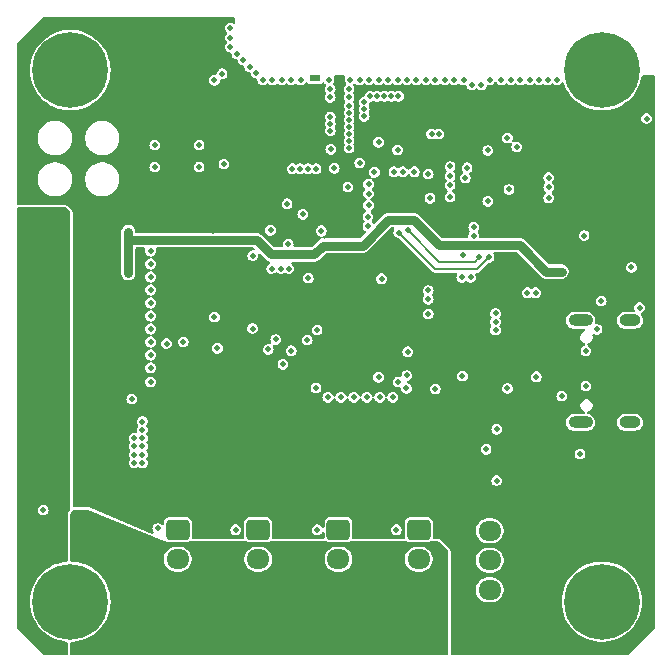
<source format=gbr>
%TF.GenerationSoftware,KiCad,Pcbnew,8.0.9-8.0.9-0~ubuntu24.04.1*%
%TF.CreationDate,2025-04-13T21:31:37+05:00*%
%TF.ProjectId,ThetaAnomalain,54686574-6141-46e6-9f6d-616c61696e2e,rev?*%
%TF.SameCoordinates,Original*%
%TF.FileFunction,Copper,L3,Inr*%
%TF.FilePolarity,Positive*%
%FSLAX46Y46*%
G04 Gerber Fmt 4.6, Leading zero omitted, Abs format (unit mm)*
G04 Created by KiCad (PCBNEW 8.0.9-8.0.9-0~ubuntu24.04.1) date 2025-04-13 21:31:37*
%MOMM*%
%LPD*%
G01*
G04 APERTURE LIST*
G04 Aperture macros list*
%AMRoundRect*
0 Rectangle with rounded corners*
0 $1 Rounding radius*
0 $2 $3 $4 $5 $6 $7 $8 $9 X,Y pos of 4 corners*
0 Add a 4 corners polygon primitive as box body*
4,1,4,$2,$3,$4,$5,$6,$7,$8,$9,$2,$3,0*
0 Add four circle primitives for the rounded corners*
1,1,$1+$1,$2,$3*
1,1,$1+$1,$4,$5*
1,1,$1+$1,$6,$7*
1,1,$1+$1,$8,$9*
0 Add four rect primitives between the rounded corners*
20,1,$1+$1,$2,$3,$4,$5,0*
20,1,$1+$1,$4,$5,$6,$7,0*
20,1,$1+$1,$6,$7,$8,$9,0*
20,1,$1+$1,$8,$9,$2,$3,0*%
G04 Aperture macros list end*
%TA.AperFunction,ComponentPad*%
%ADD10RoundRect,0.250000X-0.725000X0.600000X-0.725000X-0.600000X0.725000X-0.600000X0.725000X0.600000X0*%
%TD*%
%TA.AperFunction,ComponentPad*%
%ADD11O,1.950000X1.700000*%
%TD*%
%TA.AperFunction,ComponentPad*%
%ADD12R,0.900000X0.500000*%
%TD*%
%TA.AperFunction,ComponentPad*%
%ADD13C,0.800000*%
%TD*%
%TA.AperFunction,ComponentPad*%
%ADD14C,6.400000*%
%TD*%
%TA.AperFunction,ComponentPad*%
%ADD15RoundRect,0.250000X0.725000X-0.600000X0.725000X0.600000X-0.725000X0.600000X-0.725000X-0.600000X0*%
%TD*%
%TA.AperFunction,ComponentPad*%
%ADD16O,2.100000X1.000000*%
%TD*%
%TA.AperFunction,ComponentPad*%
%ADD17O,1.800000X1.000000*%
%TD*%
%TA.AperFunction,ViaPad*%
%ADD18C,0.500000*%
%TD*%
%TA.AperFunction,Conductor*%
%ADD19C,0.200000*%
%TD*%
%TA.AperFunction,Conductor*%
%ADD20C,0.800000*%
%TD*%
%TA.AperFunction,Conductor*%
%ADD21C,0.500000*%
%TD*%
G04 APERTURE END LIST*
D10*
%TO.N,/SERVOB*%
%TO.C,J4*%
X100700000Y-117900000D03*
D11*
%TO.N,+6V*%
X100700000Y-120400000D03*
%TO.N,Net-(J3-Pin_3)*%
X100700000Y-122900000D03*
%TD*%
D12*
%TO.N,GND*%
%TO.C,AE1*%
X98700000Y-79700000D03*
%TD*%
D13*
%TO.N,N/C*%
%TO.C,H1*%
X120600000Y-79000000D03*
X121302944Y-77302944D03*
X121302944Y-80697056D03*
X123000000Y-76600000D03*
D14*
X123000000Y-79000000D03*
D13*
X123000000Y-81400000D03*
X124697056Y-77302944D03*
X124697056Y-80697056D03*
X125400000Y-79000000D03*
%TD*%
D10*
%TO.N,/SERVOA*%
%TO.C,J3*%
X107500000Y-117900000D03*
D11*
%TO.N,+6V*%
X107500000Y-120400000D03*
%TO.N,Net-(J3-Pin_3)*%
X107500000Y-122900000D03*
%TD*%
D15*
%TO.N,VDD*%
%TO.C,J7*%
X113500000Y-125500000D03*
D11*
%TO.N,GND*%
X113500000Y-123000000D03*
%TO.N,/RXD0*%
X113500000Y-120500000D03*
%TO.N,/TXD0*%
X113500000Y-118000000D03*
%TD*%
D10*
%TO.N,/SERVOD*%
%TO.C,J6*%
X87100000Y-117900000D03*
D11*
%TO.N,+6V*%
X87100000Y-120400000D03*
%TO.N,Net-(J3-Pin_3)*%
X87100000Y-122900000D03*
%TD*%
D13*
%TO.N,N/C*%
%TO.C,H4*%
X120600000Y-124000000D03*
X121302944Y-122302944D03*
X121302944Y-125697056D03*
X123000000Y-121600000D03*
D14*
X123000000Y-124000000D03*
D13*
X123000000Y-126400000D03*
X124697056Y-122302944D03*
X124697056Y-125697056D03*
X125400000Y-124000000D03*
%TD*%
D10*
%TO.N,/SERVOC*%
%TO.C,J5*%
X93900000Y-117900000D03*
D11*
%TO.N,+6V*%
X93900000Y-120400000D03*
%TO.N,Net-(J3-Pin_3)*%
X93900000Y-122900000D03*
%TD*%
D13*
%TO.N,N/C*%
%TO.C,H2*%
X75600000Y-124000000D03*
X76302944Y-122302944D03*
X76302944Y-125697056D03*
X78000000Y-121600000D03*
D14*
X78000000Y-124000000D03*
D13*
X78000000Y-126400000D03*
X79697056Y-122302944D03*
X79697056Y-125697056D03*
X80400000Y-124000000D03*
%TD*%
D16*
%TO.N,unconnected-(J1-SHIELD-PadS1)_1*%
%TO.C,J1*%
X121195000Y-108820000D03*
D17*
%TO.N,unconnected-(J1-SHIELD-PadS1)_3*%
X125375000Y-108820000D03*
D16*
%TO.N,unconnected-(J1-SHIELD-PadS1)*%
X121195000Y-100180000D03*
D17*
%TO.N,unconnected-(J1-SHIELD-PadS1)_2*%
X125375000Y-100180000D03*
%TD*%
D13*
%TO.N,N/C*%
%TO.C,H3*%
X75600000Y-79000000D03*
X76302944Y-77302944D03*
X76302944Y-80697056D03*
X78000000Y-76600000D03*
D14*
X78000000Y-79000000D03*
D13*
X78000000Y-81400000D03*
X79697056Y-77302944D03*
X79697056Y-80697056D03*
X80400000Y-79000000D03*
%TD*%
D18*
%TO.N,VDD*%
X119800000Y-86800000D03*
%TO.N,/Action*%
X118500000Y-89800000D03*
%TO.N,VDD*%
X108250000Y-100950000D03*
X118850000Y-100800000D03*
X87200000Y-91500000D03*
X96150000Y-82300000D03*
X90050000Y-92600000D03*
X117450000Y-104050000D03*
X94950000Y-91500000D03*
X98500000Y-95550000D03*
X85600000Y-112800000D03*
X84600000Y-77550000D03*
X101750000Y-94800000D03*
X118200000Y-100800000D03*
X99050000Y-103700000D03*
X114990000Y-86050000D03*
X97750000Y-95550000D03*
X105000000Y-92750000D03*
X111590000Y-84700000D03*
X95400000Y-89000000D03*
X115550000Y-91200000D03*
X111440000Y-89100000D03*
X102400000Y-83800000D03*
X118850000Y-99300000D03*
X99050000Y-104350000D03*
X94950000Y-90800000D03*
X96100000Y-88300000D03*
X118200000Y-99300000D03*
X89000000Y-106850000D03*
X103050000Y-83800000D03*
X106400000Y-85650000D03*
X98050000Y-82300000D03*
X96100000Y-89000000D03*
X95400000Y-88300000D03*
%TO.N,/TX0_RAW*%
X118500000Y-88100000D03*
X106500000Y-104850000D03*
X106150000Y-87600000D03*
%TO.N,/BOOT*%
X103250000Y-89450000D03*
X91000000Y-86950000D03*
%TO.N,/Action*%
X115800000Y-85500000D03*
%TO.N,/RXD0*%
X105750000Y-105400000D03*
X118500000Y-88900000D03*
X105400000Y-87600000D03*
%TO.N,GND*%
X83400000Y-111550080D03*
X112150000Y-93000000D03*
X108300000Y-97650000D03*
X94950000Y-92557500D03*
X103380000Y-81215000D03*
X74100000Y-91900000D03*
X85150000Y-85350000D03*
X101600000Y-81300000D03*
X75700000Y-121200000D03*
X84800000Y-94300000D03*
X96800000Y-87350000D03*
X74100000Y-95900000D03*
X101600000Y-83200000D03*
X109700000Y-79800000D03*
X76600000Y-111550080D03*
X74100000Y-92700000D03*
X74300000Y-120500000D03*
X97450000Y-87350000D03*
X84800000Y-105400000D03*
X103300000Y-79800000D03*
X75000000Y-121200000D03*
X101600000Y-85000000D03*
X112150000Y-92300000D03*
X95100000Y-79800000D03*
X96000000Y-103900000D03*
X105700000Y-79800000D03*
X108300000Y-99650000D03*
X84800000Y-96500000D03*
X75000000Y-120500000D03*
X84100000Y-110150080D03*
X100900000Y-106700000D03*
X102880000Y-81715000D03*
X76600000Y-112250080D03*
X108900000Y-79800000D03*
X93425000Y-100875000D03*
X117450000Y-104950000D03*
X76600000Y-110850080D03*
X74700000Y-95500000D03*
X112800000Y-80250000D03*
X92000000Y-117900000D03*
X83400000Y-110150080D03*
X108580000Y-84415000D03*
X102500000Y-79800000D03*
X114000000Y-99600000D03*
X104100000Y-79800000D03*
X100050000Y-85700000D03*
X74100000Y-94300000D03*
X115000000Y-84750000D03*
X93200000Y-78700000D03*
X109180000Y-84415000D03*
X74300000Y-118400000D03*
X122600000Y-100950000D03*
X74300000Y-117700000D03*
X90200000Y-99900000D03*
X92100000Y-77600000D03*
X116100000Y-79800000D03*
X100000000Y-80600000D03*
X101700000Y-79800000D03*
X119200000Y-79800000D03*
X91550000Y-76250000D03*
X98100000Y-87350000D03*
X101600000Y-82000000D03*
X117400000Y-97850000D03*
X74100000Y-95100000D03*
X84100000Y-111550080D03*
X93750000Y-79250000D03*
X84800000Y-99800000D03*
X96700000Y-79800000D03*
X84100000Y-112250080D03*
X74700000Y-96300000D03*
X84100000Y-108750080D03*
X94300000Y-79800000D03*
X107300000Y-79800000D03*
X74700000Y-92300000D03*
X101600000Y-80600000D03*
X84800000Y-100900000D03*
X105300000Y-106700000D03*
X117700000Y-79800000D03*
X74700000Y-97100000D03*
X84100000Y-110850080D03*
X115300000Y-79800000D03*
X102880000Y-82915000D03*
X84800000Y-103100000D03*
X104580000Y-81215000D03*
X108100000Y-79800000D03*
X98050000Y-101850000D03*
X101600000Y-84400000D03*
X104200000Y-106700000D03*
X97500000Y-79800000D03*
X74100000Y-93500000D03*
X84800000Y-95400000D03*
X74100000Y-96700000D03*
X104100000Y-85100000D03*
X114000000Y-100300000D03*
X74300000Y-119800000D03*
X122950000Y-98550000D03*
X105700000Y-85750000D03*
X76600000Y-110150080D03*
X99900000Y-79800000D03*
X85400000Y-117800000D03*
X105600000Y-117900000D03*
X103750000Y-87650000D03*
X100350000Y-87300000D03*
X84800000Y-104200000D03*
X103100000Y-106700000D03*
X101600000Y-83800000D03*
X102000000Y-106700000D03*
X102880000Y-82315000D03*
X103250000Y-90450000D03*
X91550000Y-77050000D03*
X75700000Y-120500000D03*
X114000000Y-101000000D03*
X99800000Y-106700000D03*
X74300000Y-119100000D03*
X99250000Y-92600000D03*
X116700000Y-97850000D03*
X100000000Y-81300000D03*
X83400000Y-112250080D03*
X110500000Y-79800000D03*
X100000000Y-82950000D03*
X77300000Y-112250080D03*
X113500000Y-79800000D03*
X91550000Y-75450000D03*
X77300000Y-110150080D03*
X98900000Y-117900000D03*
X74300000Y-121200000D03*
X121500000Y-93000000D03*
X105780000Y-81215000D03*
X126787500Y-83100000D03*
X101600000Y-82600000D03*
X84800000Y-97600000D03*
X113200000Y-111100000D03*
X95900000Y-79800000D03*
X101500000Y-88900000D03*
X102500000Y-86850000D03*
X114500000Y-79800000D03*
X77300000Y-110850080D03*
X108900000Y-106000000D03*
X103980000Y-81215000D03*
X84800000Y-102000000D03*
X104900000Y-79800000D03*
X74700000Y-93100000D03*
X74700000Y-94700000D03*
X84100000Y-109450080D03*
X106500000Y-79800000D03*
X111440000Y-88100000D03*
X118400000Y-79800000D03*
X115140000Y-89100000D03*
X92650000Y-78150000D03*
X74700000Y-93900000D03*
X105180000Y-81215000D03*
X77300000Y-111550080D03*
X111590000Y-87250000D03*
X111300000Y-79800000D03*
X101600000Y-85600000D03*
X74700000Y-91500000D03*
X98900000Y-101000000D03*
X100000000Y-83550000D03*
X108300000Y-98400000D03*
X100000000Y-84150000D03*
X116900000Y-79800000D03*
X112000000Y-80250000D03*
X84800000Y-98700000D03*
X83400000Y-110850080D03*
X88900000Y-85350000D03*
%TO.N,/IMU_INT*%
X96350000Y-90300000D03*
X103200000Y-91400000D03*
%TO.N,+3V8*%
X82900000Y-92700000D03*
X82900000Y-96200000D03*
X119600000Y-96050000D03*
X82900000Y-95500000D03*
X118950000Y-96050000D03*
X82900000Y-93400000D03*
X82900000Y-94800000D03*
X82900000Y-94100000D03*
X99250000Y-93850000D03*
X118300000Y-96050000D03*
%TO.N,/SDA*%
X90200000Y-79850000D03*
X105800000Y-92750000D03*
X113450000Y-94850000D03*
%TO.N,/SCL*%
X113340000Y-90100000D03*
X112600000Y-94850000D03*
X113340000Y-85800000D03*
X90850000Y-79300000D03*
X106559184Y-92550000D03*
%TO.N,/CHIP_PU*%
X103250000Y-88650000D03*
X88900000Y-87200000D03*
X85150000Y-87200000D03*
%TO.N,/SERVOA*%
X110150000Y-89750000D03*
%TO.N,/SERVOB*%
X110150000Y-88750000D03*
%TO.N,/SERVOC*%
X108450000Y-89850000D03*
%TO.N,/OFF*%
X111250000Y-94650000D03*
X110150000Y-87150000D03*
%TO.N,/SERVOEN*%
X75700000Y-116250000D03*
X108300000Y-87800000D03*
%TO.N,/BUZ*%
X111150000Y-96550000D03*
X115000000Y-105950000D03*
%TO.N,Net-(D1-A)*%
X119600000Y-106600000D03*
X126200000Y-99100000D03*
%TO.N,Net-(BZ1-+)*%
X121150000Y-111500000D03*
X125500000Y-95700000D03*
%TO.N,Net-(J3-Pin_3)*%
X79600000Y-117700000D03*
X78950000Y-119800000D03*
X79600000Y-118400000D03*
X79600000Y-119100000D03*
X78950000Y-117000000D03*
X79600000Y-119800000D03*
X78950000Y-118400000D03*
X78950000Y-117700000D03*
X78950000Y-119100000D03*
%TO.N,Net-(J1-CC2)*%
X121650000Y-102750000D03*
X114100000Y-109400000D03*
%TO.N,Net-(J1-CC1)*%
X121650000Y-105750000D03*
X114100000Y-113750000D03*
%TO.N,Net-(RN3-R3.2)*%
X104350000Y-96650000D03*
X106570000Y-102830000D03*
%TO.N,Net-(RN4-R4.2)*%
X98150000Y-96600000D03*
X93450000Y-94700000D03*
%TO.N,Net-(RN4-R2.2)*%
X96500000Y-95800000D03*
X90450000Y-102550000D03*
%TO.N,Net-(RN4-R1.2)*%
X87550000Y-102000000D03*
X95850000Y-95800000D03*
%TO.N,Net-(RN5-R4.2)*%
X95050000Y-95800000D03*
X86150000Y-102150000D03*
%TO.N,Net-(U5-INT2{slash}FSYNC{slash}CLKIN)*%
X97687276Y-91200000D03*
X96450000Y-93750000D03*
X98800003Y-87350000D03*
%TO.N,/SERVOD*%
X110150000Y-87950000D03*
%TO.N,/LD_SCK*%
X103200000Y-92200000D03*
X94750000Y-102650000D03*
%TO.N,/LD_D*%
X111900000Y-96550000D03*
X104100000Y-105000000D03*
X96700000Y-102750000D03*
X111200000Y-104900000D03*
%TO.N,/LD_CS*%
X95400000Y-101800000D03*
X107125650Y-87600000D03*
X106450000Y-105950000D03*
X98800000Y-105900000D03*
%TO.N,Net-(JP1-C)*%
X83200000Y-106850000D03*
%TD*%
D19*
%TO.N,VDD*%
X119800000Y-86800000D02*
X118800000Y-86800000D01*
X118800000Y-86800000D02*
X117200000Y-85200000D01*
X87150000Y-106850000D02*
X89000000Y-106850000D01*
X108250000Y-100950000D02*
X108250000Y-103600000D01*
X101303248Y-86675000D02*
X101303248Y-87546752D01*
X111590000Y-84700000D02*
X113640000Y-84700000D01*
X117450000Y-104050000D02*
X118800000Y-104050000D01*
X118850000Y-100800000D02*
X118200000Y-100800000D01*
X101017893Y-85875000D02*
X98050000Y-82907107D01*
X90050000Y-92600000D02*
X90550000Y-92100000D01*
X118200000Y-99300000D02*
X118200000Y-100800000D01*
X103050000Y-83800000D02*
X104250000Y-83800000D01*
X118800000Y-104050000D02*
X118850000Y-104000000D01*
X85600000Y-112800000D02*
X85600000Y-108400000D01*
X89000000Y-106850000D02*
X96550000Y-106850000D01*
X101000000Y-95550000D02*
X101750000Y-94800000D01*
X96100000Y-89000000D02*
X96100000Y-88300000D01*
X88950000Y-91500000D02*
X87200000Y-91500000D01*
X120700000Y-95100000D02*
X116800000Y-91200000D01*
X98500000Y-95550000D02*
X101000000Y-95550000D01*
X105000000Y-92750000D02*
X102950000Y-94800000D01*
X116800000Y-91200000D02*
X115550000Y-91200000D01*
X99400000Y-103350000D02*
X99050000Y-103700000D01*
X118200000Y-100800000D02*
X115300000Y-103700000D01*
X94950000Y-89550000D02*
X94950000Y-90800000D01*
X118850000Y-104000000D02*
X118850000Y-100800000D01*
X114990000Y-86050000D02*
X114765000Y-86275000D01*
X120700000Y-97450000D02*
X120700000Y-95100000D01*
X84600000Y-77550000D02*
X84600000Y-83571752D01*
X115640000Y-91110000D02*
X115940000Y-91110000D01*
X117000000Y-88060000D02*
X114990000Y-86050000D01*
X106400000Y-85650000D02*
X106400000Y-84890000D01*
X95500000Y-89000000D02*
X94950000Y-89550000D01*
X111590000Y-84700000D02*
X111190000Y-85100000D01*
X118850000Y-121125000D02*
X118850000Y-104000000D01*
X117000000Y-90050000D02*
X117000000Y-88060000D01*
X111940000Y-89100000D02*
X114990000Y-86050000D01*
X111900000Y-103700000D02*
X108350000Y-103700000D01*
X90050000Y-92600000D02*
X88950000Y-91500000D01*
X96150000Y-82300000D02*
X98050000Y-82300000D01*
X115550000Y-91200000D02*
X115640000Y-91110000D01*
X115300000Y-103700000D02*
X111900000Y-103700000D01*
X87200000Y-86171752D02*
X87200000Y-91500000D01*
X101025000Y-85875000D02*
X101017893Y-85875000D01*
X101025000Y-85875000D02*
X101025000Y-86396752D01*
X115940000Y-91110000D02*
X117000000Y-90050000D01*
X99400000Y-96450000D02*
X99400000Y-103350000D01*
X98050000Y-82907107D02*
X98050000Y-82300000D01*
X101303248Y-87546752D02*
X100550000Y-88300000D01*
X105340000Y-84890000D02*
X106400000Y-84890000D01*
X102400000Y-84150000D02*
X103050000Y-84800000D01*
X118850000Y-100800000D02*
X118850000Y-99300000D01*
X108250000Y-103600000D02*
X108350000Y-103700000D01*
X94350000Y-92100000D02*
X94950000Y-91500000D01*
X103050000Y-85321752D02*
X101696752Y-86675000D01*
X99050000Y-103700000D02*
X99050000Y-104350000D01*
X95400000Y-89000000D02*
X95400000Y-88300000D01*
X114475000Y-125500000D02*
X118850000Y-121125000D01*
X96550000Y-106850000D02*
X99050000Y-104350000D01*
X102400000Y-83800000D02*
X102400000Y-84150000D01*
X103050000Y-84800000D02*
X103050000Y-85321752D01*
X111190000Y-85100000D02*
X106610000Y-85100000D01*
X111590000Y-84750000D02*
X111590000Y-84700000D01*
X108350000Y-103700000D02*
X99050000Y-103700000D01*
X101025000Y-86396752D02*
X101303248Y-86675000D01*
X117200000Y-85200000D02*
X115670000Y-86730000D01*
X103050000Y-83800000D02*
X103050000Y-84800000D01*
X113500000Y-125500000D02*
X114475000Y-125500000D01*
X113640000Y-84700000D02*
X114990000Y-86050000D01*
X85600000Y-108400000D02*
X87150000Y-106850000D01*
X111440000Y-89100000D02*
X111940000Y-89100000D01*
X100550000Y-88300000D02*
X96200000Y-88300000D01*
X90550000Y-92100000D02*
X94350000Y-92100000D01*
X98500000Y-95550000D02*
X99400000Y-96450000D01*
X101696752Y-86675000D02*
X101303248Y-86675000D01*
X104250000Y-83800000D02*
X105340000Y-84890000D01*
X106610000Y-85100000D02*
X106400000Y-84890000D01*
X102950000Y-94800000D02*
X101750000Y-94800000D01*
X84600000Y-83571752D02*
X87200000Y-86171752D01*
X95400000Y-88300000D02*
X96100000Y-88300000D01*
X118850000Y-99300000D02*
X120700000Y-97450000D01*
D20*
%TO.N,+3V8*%
X107100000Y-91700000D02*
X104900000Y-91700000D01*
X109200000Y-93800000D02*
X107100000Y-91700000D01*
X95000000Y-94600000D02*
X93800000Y-93400000D01*
X118300000Y-96050000D02*
X116050000Y-93800000D01*
X118300000Y-96050000D02*
X118950000Y-96050000D01*
D21*
X99675000Y-93850000D02*
X99400000Y-93850000D01*
D20*
X102750000Y-93850000D02*
X99675000Y-93850000D01*
X119600000Y-96050000D02*
X118950000Y-96050000D01*
X82900000Y-92700000D02*
X82900000Y-96200000D01*
X93800000Y-93400000D02*
X82900000Y-93400000D01*
X116050000Y-93800000D02*
X109200000Y-93800000D01*
X98650000Y-94600000D02*
X95000000Y-94600000D01*
X99400000Y-93850000D02*
X98650000Y-94600000D01*
D21*
X99250000Y-93850000D02*
X99675000Y-93850000D01*
D20*
X104900000Y-91700000D02*
X102750000Y-93850000D01*
D19*
%TO.N,/SDA*%
X108900000Y-95850000D02*
X105800000Y-92750000D01*
X112450000Y-95850000D02*
X108900000Y-95850000D01*
X113450000Y-94850000D02*
X112450000Y-95850000D01*
%TO.N,/SCL*%
X109209184Y-95200000D02*
X106559184Y-92550000D01*
X112600000Y-94850000D02*
X112250000Y-95200000D01*
X112250000Y-95200000D02*
X109209184Y-95200000D01*
%TD*%
%TA.AperFunction,Conductor*%
%TO.N,GND*%
G36*
X77615677Y-90619685D02*
G01*
X77636319Y-90636319D01*
X77963681Y-90963681D01*
X77997166Y-91025004D01*
X78000000Y-91051362D01*
X78000000Y-116158017D01*
X77980315Y-116225056D01*
X77963681Y-116245698D01*
X77891014Y-116318365D01*
X77891012Y-116318366D01*
X77876325Y-116334716D01*
X77876313Y-116334730D01*
X77859672Y-116355379D01*
X77822509Y-116426424D01*
X77802826Y-116493456D01*
X77794500Y-116551365D01*
X77794500Y-120475491D01*
X77794501Y-120475513D01*
X77794684Y-120477216D01*
X77794613Y-120477606D01*
X77794678Y-120478808D01*
X77794500Y-120478817D01*
X77794500Y-120478821D01*
X77794436Y-120478821D01*
X77794393Y-120478823D01*
X77782270Y-120545974D01*
X77734653Y-120597105D01*
X77684800Y-120613728D01*
X77449053Y-120639367D01*
X77088934Y-120718635D01*
X76846703Y-120800253D01*
X76739497Y-120836375D01*
X76739494Y-120836376D01*
X76739486Y-120836379D01*
X76404846Y-120991200D01*
X76404842Y-120991202D01*
X76169538Y-121132779D01*
X76088881Y-121181310D01*
X76047816Y-121212527D01*
X75795330Y-121404461D01*
X75795330Y-121404462D01*
X75527626Y-121658044D01*
X75288909Y-121939083D01*
X75081979Y-122244282D01*
X75081973Y-122244291D01*
X74909261Y-122570061D01*
X74909255Y-122570073D01*
X74772770Y-122912628D01*
X74772768Y-122912634D01*
X74674128Y-123267905D01*
X74674122Y-123267931D01*
X74614470Y-123631786D01*
X74614469Y-123631803D01*
X74594506Y-123999997D01*
X74594506Y-124000002D01*
X74614469Y-124368196D01*
X74614470Y-124368213D01*
X74674122Y-124732068D01*
X74674128Y-124732094D01*
X74772768Y-125087365D01*
X74772770Y-125087371D01*
X74909255Y-125429926D01*
X74909261Y-125429938D01*
X75081973Y-125755708D01*
X75081979Y-125755717D01*
X75288909Y-126060916D01*
X75485777Y-126292686D01*
X75527627Y-126341956D01*
X75795330Y-126595538D01*
X76088881Y-126818690D01*
X76404838Y-127008795D01*
X76404840Y-127008796D01*
X76404842Y-127008797D01*
X76404846Y-127008799D01*
X76739486Y-127163620D01*
X76739497Y-127163625D01*
X77088934Y-127281364D01*
X77449052Y-127360632D01*
X77684783Y-127386269D01*
X77749300Y-127413086D01*
X77789077Y-127470528D01*
X77793481Y-127519988D01*
X77794816Y-127520084D01*
X77794500Y-127524501D01*
X77794500Y-128375500D01*
X77774815Y-128442539D01*
X77722011Y-128488294D01*
X77670500Y-128499500D01*
X75758676Y-128499500D01*
X75691637Y-128479815D01*
X75670995Y-128463181D01*
X73536819Y-126329005D01*
X73503334Y-126267682D01*
X73500500Y-126241324D01*
X73500500Y-116250000D01*
X75244867Y-116250000D01*
X75263302Y-116378225D01*
X75285315Y-116426425D01*
X75317118Y-116496063D01*
X75401951Y-116593967D01*
X75510931Y-116664004D01*
X75635225Y-116700499D01*
X75635227Y-116700500D01*
X75635228Y-116700500D01*
X75764773Y-116700500D01*
X75764773Y-116700499D01*
X75889069Y-116664004D01*
X75998049Y-116593967D01*
X76082882Y-116496063D01*
X76136697Y-116378226D01*
X76155133Y-116250000D01*
X76136697Y-116121774D01*
X76082882Y-116003937D01*
X75998049Y-115906033D01*
X75889069Y-115835996D01*
X75889065Y-115835994D01*
X75889064Y-115835994D01*
X75764774Y-115799500D01*
X75764772Y-115799500D01*
X75635228Y-115799500D01*
X75635226Y-115799500D01*
X75510935Y-115835994D01*
X75510932Y-115835995D01*
X75510931Y-115835996D01*
X75459677Y-115868934D01*
X75401950Y-115906033D01*
X75317118Y-116003937D01*
X75317117Y-116003938D01*
X75263302Y-116121774D01*
X75244867Y-116250000D01*
X73500500Y-116250000D01*
X73500500Y-90724000D01*
X73520185Y-90656961D01*
X73572989Y-90611206D01*
X73624500Y-90600000D01*
X77548638Y-90600000D01*
X77615677Y-90619685D01*
G37*
%TD.AperFunction*%
%TD*%
%TA.AperFunction,Conductor*%
%TO.N,VDD*%
G36*
X91893039Y-74520185D02*
G01*
X91938794Y-74572989D01*
X91950000Y-74624500D01*
X91950000Y-74944464D01*
X91930315Y-75011503D01*
X91877511Y-75057258D01*
X91808353Y-75067202D01*
X91758964Y-75048781D01*
X91739069Y-75035996D01*
X91739066Y-75035995D01*
X91739063Y-75035993D01*
X91614774Y-74999500D01*
X91614772Y-74999500D01*
X91485228Y-74999500D01*
X91485226Y-74999500D01*
X91360935Y-75035994D01*
X91360932Y-75035995D01*
X91360931Y-75035996D01*
X91327847Y-75057258D01*
X91251950Y-75106033D01*
X91167118Y-75203937D01*
X91167117Y-75203938D01*
X91113302Y-75321774D01*
X91094867Y-75450000D01*
X91113302Y-75578225D01*
X91141225Y-75639367D01*
X91167118Y-75696063D01*
X91215115Y-75751455D01*
X91230142Y-75768798D01*
X91259166Y-75832354D01*
X91249222Y-75901513D01*
X91230142Y-75931202D01*
X91167118Y-76003937D01*
X91167117Y-76003938D01*
X91113302Y-76121774D01*
X91094867Y-76250000D01*
X91113302Y-76378225D01*
X91150000Y-76458580D01*
X91167118Y-76496063D01*
X91215115Y-76551455D01*
X91230142Y-76568798D01*
X91259166Y-76632354D01*
X91249222Y-76701513D01*
X91230142Y-76731202D01*
X91167118Y-76803937D01*
X91167117Y-76803938D01*
X91113302Y-76921774D01*
X91094867Y-77050000D01*
X91113302Y-77178225D01*
X91143470Y-77244282D01*
X91167118Y-77296063D01*
X91251951Y-77393967D01*
X91360931Y-77464004D01*
X91438869Y-77486888D01*
X91485225Y-77500499D01*
X91485227Y-77500500D01*
X91523114Y-77500500D01*
X91590153Y-77520185D01*
X91635908Y-77572989D01*
X91645852Y-77606853D01*
X91663302Y-77728225D01*
X91717117Y-77846061D01*
X91717118Y-77846063D01*
X91801951Y-77943967D01*
X91910931Y-78014004D01*
X91988869Y-78036888D01*
X92035225Y-78050499D01*
X92035227Y-78050500D01*
X92073114Y-78050500D01*
X92140153Y-78070185D01*
X92185908Y-78122989D01*
X92195852Y-78156853D01*
X92213302Y-78278225D01*
X92267117Y-78396061D01*
X92267118Y-78396063D01*
X92351951Y-78493967D01*
X92460931Y-78564004D01*
X92538869Y-78586888D01*
X92585225Y-78600499D01*
X92585227Y-78600500D01*
X92623114Y-78600500D01*
X92690153Y-78620185D01*
X92735908Y-78672989D01*
X92745852Y-78706853D01*
X92763302Y-78828225D01*
X92789685Y-78885994D01*
X92817118Y-78946063D01*
X92901951Y-79043967D01*
X93010931Y-79114004D01*
X93088869Y-79136888D01*
X93135225Y-79150499D01*
X93135227Y-79150500D01*
X93173114Y-79150500D01*
X93240153Y-79170185D01*
X93285908Y-79222989D01*
X93295852Y-79256853D01*
X93313302Y-79378225D01*
X93351227Y-79461267D01*
X93367118Y-79496063D01*
X93451951Y-79593967D01*
X93560931Y-79664004D01*
X93587394Y-79671774D01*
X93685225Y-79700499D01*
X93685227Y-79700500D01*
X93723114Y-79700500D01*
X93790153Y-79720185D01*
X93835908Y-79772989D01*
X93845852Y-79806853D01*
X93863302Y-79928225D01*
X93916649Y-80045036D01*
X93917118Y-80046063D01*
X94001951Y-80143967D01*
X94110931Y-80214004D01*
X94235225Y-80250499D01*
X94235227Y-80250500D01*
X94235228Y-80250500D01*
X94364773Y-80250500D01*
X94364773Y-80250499D01*
X94489069Y-80214004D01*
X94598049Y-80143967D01*
X94606284Y-80134462D01*
X94665061Y-80096686D01*
X94734930Y-80096684D01*
X94793710Y-80134456D01*
X94793716Y-80134463D01*
X94801949Y-80143966D01*
X94817038Y-80153663D01*
X94910931Y-80214004D01*
X95035225Y-80250499D01*
X95035227Y-80250500D01*
X95035228Y-80250500D01*
X95164773Y-80250500D01*
X95164773Y-80250499D01*
X95289069Y-80214004D01*
X95398049Y-80143967D01*
X95406284Y-80134462D01*
X95465061Y-80096686D01*
X95534930Y-80096684D01*
X95593710Y-80134456D01*
X95593716Y-80134463D01*
X95601949Y-80143966D01*
X95617038Y-80153663D01*
X95710931Y-80214004D01*
X95835225Y-80250499D01*
X95835227Y-80250500D01*
X95835228Y-80250500D01*
X95964773Y-80250500D01*
X95964773Y-80250499D01*
X96089069Y-80214004D01*
X96198049Y-80143967D01*
X96206284Y-80134462D01*
X96265061Y-80096686D01*
X96334930Y-80096684D01*
X96393710Y-80134456D01*
X96393716Y-80134463D01*
X96401949Y-80143966D01*
X96417038Y-80153663D01*
X96510931Y-80214004D01*
X96635225Y-80250499D01*
X96635227Y-80250500D01*
X96635228Y-80250500D01*
X96764773Y-80250500D01*
X96764773Y-80250499D01*
X96889069Y-80214004D01*
X96998049Y-80143967D01*
X97006284Y-80134462D01*
X97065061Y-80096686D01*
X97134930Y-80096684D01*
X97193710Y-80134456D01*
X97193716Y-80134463D01*
X97201949Y-80143966D01*
X97217038Y-80153663D01*
X97310931Y-80214004D01*
X97435225Y-80250499D01*
X97435227Y-80250500D01*
X97435228Y-80250500D01*
X97564773Y-80250500D01*
X97564773Y-80250499D01*
X97689069Y-80214004D01*
X97798049Y-80143967D01*
X97882882Y-80046063D01*
X97882882Y-80046060D01*
X97883771Y-80045036D01*
X97942548Y-80007260D01*
X98012418Y-80007259D01*
X98071197Y-80045033D01*
X98080587Y-80057346D01*
X98105447Y-80094552D01*
X98171769Y-80138867D01*
X98171770Y-80138868D01*
X98230247Y-80150499D01*
X98230250Y-80150500D01*
X98230252Y-80150500D01*
X99169750Y-80150500D01*
X99169751Y-80150499D01*
X99184568Y-80147552D01*
X99228229Y-80138868D01*
X99228229Y-80138867D01*
X99228231Y-80138867D01*
X99294552Y-80094552D01*
X99319413Y-80057345D01*
X99373023Y-80012542D01*
X99442348Y-80003834D01*
X99505376Y-80033988D01*
X99516228Y-80045035D01*
X99517117Y-80046061D01*
X99517118Y-80046063D01*
X99601951Y-80143967D01*
X99608168Y-80147962D01*
X99653923Y-80200765D01*
X99663867Y-80269923D01*
X99634844Y-80333478D01*
X99617120Y-80353932D01*
X99617117Y-80353938D01*
X99563302Y-80471774D01*
X99544867Y-80600000D01*
X99563302Y-80728225D01*
X99617117Y-80846061D01*
X99617120Y-80846067D01*
X99636817Y-80868798D01*
X99665842Y-80932354D01*
X99655898Y-81001512D01*
X99636817Y-81031202D01*
X99617120Y-81053932D01*
X99617117Y-81053938D01*
X99563302Y-81171774D01*
X99544867Y-81300000D01*
X99563302Y-81428225D01*
X99617117Y-81546061D01*
X99617118Y-81546063D01*
X99701951Y-81643967D01*
X99810931Y-81714004D01*
X99935225Y-81750499D01*
X99935227Y-81750500D01*
X99935228Y-81750500D01*
X100064773Y-81750500D01*
X100064773Y-81750499D01*
X100189069Y-81714004D01*
X100298049Y-81643967D01*
X100382882Y-81546063D01*
X100436697Y-81428226D01*
X100455133Y-81300000D01*
X100436697Y-81171774D01*
X100382882Y-81053937D01*
X100363181Y-81031201D01*
X100334157Y-80967649D01*
X100344100Y-80898490D01*
X100363182Y-80868798D01*
X100382882Y-80846063D01*
X100436697Y-80728226D01*
X100455133Y-80600000D01*
X100436697Y-80471774D01*
X100382882Y-80353937D01*
X100298049Y-80256033D01*
X100298048Y-80256032D01*
X100291830Y-80252036D01*
X100246076Y-80199232D01*
X100236132Y-80130074D01*
X100265157Y-80066519D01*
X100282882Y-80046063D01*
X100336697Y-79928226D01*
X100355133Y-79800000D01*
X100336697Y-79671774D01*
X100315568Y-79625510D01*
X100305626Y-79556353D01*
X100334651Y-79492797D01*
X100393430Y-79455023D01*
X100428364Y-79450000D01*
X101171636Y-79450000D01*
X101238675Y-79469685D01*
X101284430Y-79522489D01*
X101294374Y-79591647D01*
X101284431Y-79625511D01*
X101263302Y-79671776D01*
X101244867Y-79800000D01*
X101263302Y-79928225D01*
X101316649Y-80045036D01*
X101317118Y-80046063D01*
X101331783Y-80062987D01*
X101334843Y-80066519D01*
X101363867Y-80130075D01*
X101353923Y-80199234D01*
X101308172Y-80252034D01*
X101301952Y-80256031D01*
X101217118Y-80353937D01*
X101217117Y-80353938D01*
X101163302Y-80471774D01*
X101144867Y-80600000D01*
X101163302Y-80728225D01*
X101217117Y-80846061D01*
X101217120Y-80846067D01*
X101236817Y-80868798D01*
X101265842Y-80932354D01*
X101255898Y-81001512D01*
X101236817Y-81031202D01*
X101217120Y-81053932D01*
X101217117Y-81053938D01*
X101163302Y-81171774D01*
X101144867Y-81300000D01*
X101163302Y-81428225D01*
X101217117Y-81546061D01*
X101217120Y-81546067D01*
X101236817Y-81568798D01*
X101265842Y-81632354D01*
X101255898Y-81701512D01*
X101236817Y-81731202D01*
X101217120Y-81753932D01*
X101217117Y-81753938D01*
X101163302Y-81871774D01*
X101144867Y-82000000D01*
X101163302Y-82128225D01*
X101218225Y-82248488D01*
X101228169Y-82317647D01*
X101218225Y-82351512D01*
X101163302Y-82471774D01*
X101144867Y-82600000D01*
X101163302Y-82728225D01*
X101218225Y-82848488D01*
X101228169Y-82917647D01*
X101218225Y-82951512D01*
X101163302Y-83071774D01*
X101144867Y-83200000D01*
X101163302Y-83328225D01*
X101218225Y-83448488D01*
X101228169Y-83517647D01*
X101218225Y-83551512D01*
X101163302Y-83671774D01*
X101144867Y-83800000D01*
X101163302Y-83928225D01*
X101218225Y-84048488D01*
X101228169Y-84117647D01*
X101218225Y-84151512D01*
X101163302Y-84271774D01*
X101144867Y-84400000D01*
X101163302Y-84528225D01*
X101218225Y-84648488D01*
X101228169Y-84717647D01*
X101218225Y-84751512D01*
X101163302Y-84871774D01*
X101144867Y-85000000D01*
X101163302Y-85128225D01*
X101218225Y-85248488D01*
X101228169Y-85317647D01*
X101218225Y-85351512D01*
X101163302Y-85471774D01*
X101144867Y-85600000D01*
X101163302Y-85728225D01*
X101208972Y-85828226D01*
X101217118Y-85846063D01*
X101301951Y-85943967D01*
X101410931Y-86014004D01*
X101520117Y-86046063D01*
X101535225Y-86050499D01*
X101535227Y-86050500D01*
X101535228Y-86050500D01*
X101664773Y-86050500D01*
X101664773Y-86050499D01*
X101789069Y-86014004D01*
X101898049Y-85943967D01*
X101982882Y-85846063D01*
X102026753Y-85750000D01*
X105244867Y-85750000D01*
X105263302Y-85878225D01*
X105294283Y-85946062D01*
X105317118Y-85996063D01*
X105401951Y-86093967D01*
X105510931Y-86164004D01*
X105635225Y-86200499D01*
X105635227Y-86200500D01*
X105635228Y-86200500D01*
X105764773Y-86200500D01*
X105764773Y-86200499D01*
X105889069Y-86164004D01*
X105998049Y-86093967D01*
X106082882Y-85996063D01*
X106136697Y-85878226D01*
X106147944Y-85800000D01*
X112884867Y-85800000D01*
X112903302Y-85928225D01*
X112934283Y-85996062D01*
X112957118Y-86046063D01*
X113041951Y-86143967D01*
X113150931Y-86214004D01*
X113275225Y-86250499D01*
X113275227Y-86250500D01*
X113275228Y-86250500D01*
X113404773Y-86250500D01*
X113404773Y-86250499D01*
X113529069Y-86214004D01*
X113638049Y-86143967D01*
X113722882Y-86046063D01*
X113776697Y-85928226D01*
X113795133Y-85800000D01*
X113776697Y-85671774D01*
X113722882Y-85553937D01*
X113638049Y-85456033D01*
X113529069Y-85385996D01*
X113529065Y-85385994D01*
X113529064Y-85385994D01*
X113404774Y-85349500D01*
X113404772Y-85349500D01*
X113275228Y-85349500D01*
X113275226Y-85349500D01*
X113150935Y-85385994D01*
X113150932Y-85385995D01*
X113150931Y-85385996D01*
X113119753Y-85406033D01*
X113041950Y-85456033D01*
X112957118Y-85553937D01*
X112957117Y-85553938D01*
X112903302Y-85671774D01*
X112884867Y-85800000D01*
X106147944Y-85800000D01*
X106155133Y-85750000D01*
X106136697Y-85621774D01*
X106082882Y-85503937D01*
X105998049Y-85406033D01*
X105889069Y-85335996D01*
X105889065Y-85335994D01*
X105889064Y-85335994D01*
X105764774Y-85299500D01*
X105764772Y-85299500D01*
X105635228Y-85299500D01*
X105635226Y-85299500D01*
X105510935Y-85335994D01*
X105510932Y-85335995D01*
X105510931Y-85335996D01*
X105479753Y-85356033D01*
X105401950Y-85406033D01*
X105317118Y-85503937D01*
X105317117Y-85503938D01*
X105263302Y-85621774D01*
X105244867Y-85750000D01*
X102026753Y-85750000D01*
X102036697Y-85728226D01*
X102055133Y-85600000D01*
X102036697Y-85471774D01*
X101982882Y-85353937D01*
X101982880Y-85353935D01*
X101981774Y-85351512D01*
X101971830Y-85282354D01*
X101981774Y-85248488D01*
X101982880Y-85246064D01*
X101982882Y-85246063D01*
X102036697Y-85128226D01*
X102040755Y-85100000D01*
X103644867Y-85100000D01*
X103663302Y-85228225D01*
X103717117Y-85346061D01*
X103717118Y-85346063D01*
X103801951Y-85443967D01*
X103910931Y-85514004D01*
X104035225Y-85550499D01*
X104035227Y-85550500D01*
X104035228Y-85550500D01*
X104164773Y-85550500D01*
X104164773Y-85550499D01*
X104289069Y-85514004D01*
X104398049Y-85443967D01*
X104482882Y-85346063D01*
X104536697Y-85228226D01*
X104555133Y-85100000D01*
X104536697Y-84971774D01*
X104482882Y-84853937D01*
X104398049Y-84756033D01*
X104289069Y-84685996D01*
X104289065Y-84685994D01*
X104289064Y-84685994D01*
X104164774Y-84649500D01*
X104164772Y-84649500D01*
X104035228Y-84649500D01*
X104035226Y-84649500D01*
X103910935Y-84685994D01*
X103910932Y-84685995D01*
X103910931Y-84685996D01*
X103861681Y-84717647D01*
X103801950Y-84756033D01*
X103717118Y-84853937D01*
X103717117Y-84853938D01*
X103663302Y-84971774D01*
X103644867Y-85100000D01*
X102040755Y-85100000D01*
X102055133Y-85000000D01*
X102036697Y-84871774D01*
X101982882Y-84753937D01*
X101982880Y-84753935D01*
X101981774Y-84751512D01*
X101971830Y-84682354D01*
X101981774Y-84648488D01*
X101982880Y-84646064D01*
X101982882Y-84646063D01*
X102036697Y-84528226D01*
X102052976Y-84415000D01*
X108124867Y-84415000D01*
X108143302Y-84543225D01*
X108169459Y-84600499D01*
X108197118Y-84661063D01*
X108230857Y-84700000D01*
X108277592Y-84753937D01*
X108281951Y-84758967D01*
X108390931Y-84829004D01*
X108509047Y-84863685D01*
X108515225Y-84865499D01*
X108515227Y-84865500D01*
X108515228Y-84865500D01*
X108644773Y-84865500D01*
X108644773Y-84865499D01*
X108769069Y-84829004D01*
X108812962Y-84800795D01*
X108879999Y-84781111D01*
X108947034Y-84800793D01*
X108990931Y-84829004D01*
X109075850Y-84853938D01*
X109115225Y-84865499D01*
X109115227Y-84865500D01*
X109115228Y-84865500D01*
X109244773Y-84865500D01*
X109244773Y-84865499D01*
X109369069Y-84829004D01*
X109478049Y-84758967D01*
X109485819Y-84750000D01*
X114544867Y-84750000D01*
X114563302Y-84878225D01*
X114589685Y-84935994D01*
X114617118Y-84996063D01*
X114701951Y-85093967D01*
X114810931Y-85164004D01*
X114934622Y-85200322D01*
X114935225Y-85200499D01*
X114935227Y-85200500D01*
X114935228Y-85200500D01*
X115064773Y-85200500D01*
X115064773Y-85200499D01*
X115189069Y-85164004D01*
X115214721Y-85147518D01*
X115281758Y-85127834D01*
X115348798Y-85147518D01*
X115394553Y-85200322D01*
X115404497Y-85269480D01*
X115394553Y-85303345D01*
X115363303Y-85371772D01*
X115363302Y-85371773D01*
X115344867Y-85500000D01*
X115363302Y-85628225D01*
X115408972Y-85728226D01*
X115417118Y-85746063D01*
X115501951Y-85843967D01*
X115610931Y-85914004D01*
X115720117Y-85946063D01*
X115735225Y-85950499D01*
X115735227Y-85950500D01*
X115735228Y-85950500D01*
X115864773Y-85950500D01*
X115864773Y-85950499D01*
X115989069Y-85914004D01*
X116098049Y-85843967D01*
X116182882Y-85746063D01*
X116236697Y-85628226D01*
X116255133Y-85500000D01*
X116236697Y-85371774D01*
X116182882Y-85253937D01*
X116098049Y-85156033D01*
X115989069Y-85085996D01*
X115989065Y-85085994D01*
X115989064Y-85085994D01*
X115864774Y-85049500D01*
X115864772Y-85049500D01*
X115735228Y-85049500D01*
X115735226Y-85049500D01*
X115610933Y-85085994D01*
X115610930Y-85085996D01*
X115585276Y-85102482D01*
X115518236Y-85122165D01*
X115451197Y-85102478D01*
X115405444Y-85049673D01*
X115395503Y-84980514D01*
X115405443Y-84946661D01*
X115436697Y-84878226D01*
X115455133Y-84750000D01*
X115436697Y-84621774D01*
X115382882Y-84503937D01*
X115298049Y-84406033D01*
X115189069Y-84335996D01*
X115189065Y-84335994D01*
X115189064Y-84335994D01*
X115064774Y-84299500D01*
X115064772Y-84299500D01*
X114935228Y-84299500D01*
X114935226Y-84299500D01*
X114810935Y-84335994D01*
X114810932Y-84335995D01*
X114810931Y-84335996D01*
X114759677Y-84368934D01*
X114701950Y-84406033D01*
X114617118Y-84503937D01*
X114617117Y-84503938D01*
X114563302Y-84621774D01*
X114544867Y-84750000D01*
X109485819Y-84750000D01*
X109562882Y-84661063D01*
X109616697Y-84543226D01*
X109635133Y-84415000D01*
X109616697Y-84286774D01*
X109562882Y-84168937D01*
X109478049Y-84071033D01*
X109369069Y-84000996D01*
X109369065Y-84000994D01*
X109369064Y-84000994D01*
X109244774Y-83964500D01*
X109244772Y-83964500D01*
X109115228Y-83964500D01*
X109115226Y-83964500D01*
X108990935Y-84000994D01*
X108990932Y-84000995D01*
X108990931Y-84000996D01*
X108947037Y-84029204D01*
X108879999Y-84048888D01*
X108812962Y-84029204D01*
X108769069Y-84000996D01*
X108769065Y-84000994D01*
X108769064Y-84000994D01*
X108644774Y-83964500D01*
X108644772Y-83964500D01*
X108515228Y-83964500D01*
X108515226Y-83964500D01*
X108390935Y-84000994D01*
X108390932Y-84000995D01*
X108390931Y-84000996D01*
X108339677Y-84033934D01*
X108281950Y-84071033D01*
X108197118Y-84168937D01*
X108197117Y-84168938D01*
X108143302Y-84286774D01*
X108124867Y-84415000D01*
X102052976Y-84415000D01*
X102055133Y-84400000D01*
X102036697Y-84271774D01*
X101982882Y-84153937D01*
X101982880Y-84153935D01*
X101981774Y-84151512D01*
X101971830Y-84082354D01*
X101981774Y-84048488D01*
X101982880Y-84046064D01*
X101982882Y-84046063D01*
X102036697Y-83928226D01*
X102055133Y-83800000D01*
X102036697Y-83671774D01*
X101982882Y-83553937D01*
X101982880Y-83553935D01*
X101981774Y-83551512D01*
X101971830Y-83482354D01*
X101981774Y-83448488D01*
X101982880Y-83446064D01*
X101982882Y-83446063D01*
X102036697Y-83328226D01*
X102055133Y-83200000D01*
X102036697Y-83071774D01*
X101982882Y-82953937D01*
X101982880Y-82953935D01*
X101981774Y-82951512D01*
X101971830Y-82882354D01*
X101981774Y-82848488D01*
X101982880Y-82846064D01*
X101982882Y-82846063D01*
X102036697Y-82728226D01*
X102055133Y-82600000D01*
X102036697Y-82471774D01*
X101982882Y-82353937D01*
X101982880Y-82353935D01*
X101981774Y-82351512D01*
X101971830Y-82282354D01*
X101981774Y-82248488D01*
X101982880Y-82246064D01*
X101982882Y-82246063D01*
X102036697Y-82128226D01*
X102055133Y-82000000D01*
X102036697Y-81871774D01*
X101982882Y-81753937D01*
X101963181Y-81731201D01*
X101955782Y-81715000D01*
X102424867Y-81715000D01*
X102443302Y-81843225D01*
X102498225Y-81963488D01*
X102508169Y-82032647D01*
X102498225Y-82066512D01*
X102443302Y-82186774D01*
X102424867Y-82315000D01*
X102443302Y-82443225D01*
X102498225Y-82563488D01*
X102508169Y-82632647D01*
X102498225Y-82666512D01*
X102443302Y-82786774D01*
X102424867Y-82915000D01*
X102443302Y-83043225D01*
X102459287Y-83078226D01*
X102497118Y-83161063D01*
X102581951Y-83258967D01*
X102690931Y-83329004D01*
X102815225Y-83365499D01*
X102815227Y-83365500D01*
X102815228Y-83365500D01*
X102944773Y-83365500D01*
X102944773Y-83365499D01*
X103069069Y-83329004D01*
X103178049Y-83258967D01*
X103262882Y-83161063D01*
X103290769Y-83100000D01*
X126332367Y-83100000D01*
X126350802Y-83228225D01*
X126396472Y-83328226D01*
X126404618Y-83346063D01*
X126489451Y-83443967D01*
X126598431Y-83514004D01*
X126722725Y-83550499D01*
X126722727Y-83550500D01*
X126722728Y-83550500D01*
X126852273Y-83550500D01*
X126852273Y-83550499D01*
X126976569Y-83514004D01*
X127085549Y-83443967D01*
X127170382Y-83346063D01*
X127224197Y-83228226D01*
X127242633Y-83100000D01*
X127224197Y-82971774D01*
X127170382Y-82853937D01*
X127085549Y-82756033D01*
X126976569Y-82685996D01*
X126976565Y-82685994D01*
X126976564Y-82685994D01*
X126852274Y-82649500D01*
X126852272Y-82649500D01*
X126722728Y-82649500D01*
X126722726Y-82649500D01*
X126598435Y-82685994D01*
X126598432Y-82685995D01*
X126598431Y-82685996D01*
X126570513Y-82703938D01*
X126489450Y-82756033D01*
X126404618Y-82853937D01*
X126404617Y-82853938D01*
X126350802Y-82971774D01*
X126332367Y-83100000D01*
X103290769Y-83100000D01*
X103316697Y-83043226D01*
X103335133Y-82915000D01*
X103316697Y-82786774D01*
X103262882Y-82668937D01*
X103262880Y-82668935D01*
X103261774Y-82666512D01*
X103251830Y-82597354D01*
X103261774Y-82563488D01*
X103262880Y-82561064D01*
X103262882Y-82561063D01*
X103316697Y-82443226D01*
X103335133Y-82315000D01*
X103316697Y-82186774D01*
X103262882Y-82068937D01*
X103262880Y-82068935D01*
X103261774Y-82066512D01*
X103251830Y-81997354D01*
X103261774Y-81963488D01*
X103262880Y-81961064D01*
X103262882Y-81961063D01*
X103316697Y-81843226D01*
X103326959Y-81771853D01*
X103355984Y-81708297D01*
X103414762Y-81670523D01*
X103436094Y-81667455D01*
X103435995Y-81666762D01*
X103444767Y-81665500D01*
X103444772Y-81665500D01*
X103569069Y-81629004D01*
X103612962Y-81600795D01*
X103679999Y-81581111D01*
X103747034Y-81600793D01*
X103790931Y-81629004D01*
X103790933Y-81629004D01*
X103790934Y-81629005D01*
X103915225Y-81665499D01*
X103915227Y-81665500D01*
X103915228Y-81665500D01*
X104044773Y-81665500D01*
X104044773Y-81665499D01*
X104169069Y-81629004D01*
X104212962Y-81600795D01*
X104279999Y-81581111D01*
X104347034Y-81600793D01*
X104390931Y-81629004D01*
X104390933Y-81629004D01*
X104390934Y-81629005D01*
X104515225Y-81665499D01*
X104515227Y-81665500D01*
X104515228Y-81665500D01*
X104644773Y-81665500D01*
X104644773Y-81665499D01*
X104769069Y-81629004D01*
X104812962Y-81600795D01*
X104879999Y-81581111D01*
X104947034Y-81600793D01*
X104990931Y-81629004D01*
X104990933Y-81629004D01*
X104990934Y-81629005D01*
X105115225Y-81665499D01*
X105115227Y-81665500D01*
X105115228Y-81665500D01*
X105244773Y-81665500D01*
X105244773Y-81665499D01*
X105369069Y-81629004D01*
X105412962Y-81600795D01*
X105479999Y-81581111D01*
X105547034Y-81600793D01*
X105590931Y-81629004D01*
X105590933Y-81629004D01*
X105590934Y-81629005D01*
X105715225Y-81665499D01*
X105715227Y-81665500D01*
X105715228Y-81665500D01*
X105844773Y-81665500D01*
X105844773Y-81665499D01*
X105969069Y-81629004D01*
X106078049Y-81558967D01*
X106162882Y-81461063D01*
X106216697Y-81343226D01*
X106235133Y-81215000D01*
X106216697Y-81086774D01*
X106162882Y-80968937D01*
X106078049Y-80871033D01*
X105969069Y-80800996D01*
X105969065Y-80800994D01*
X105969064Y-80800994D01*
X105844774Y-80764500D01*
X105844772Y-80764500D01*
X105715228Y-80764500D01*
X105715226Y-80764500D01*
X105590935Y-80800994D01*
X105590932Y-80800995D01*
X105590931Y-80800996D01*
X105547037Y-80829204D01*
X105479999Y-80848888D01*
X105412962Y-80829204D01*
X105369069Y-80800996D01*
X105369065Y-80800994D01*
X105369064Y-80800994D01*
X105244774Y-80764500D01*
X105244772Y-80764500D01*
X105115228Y-80764500D01*
X105115226Y-80764500D01*
X104990935Y-80800994D01*
X104990932Y-80800995D01*
X104990931Y-80800996D01*
X104947037Y-80829204D01*
X104879999Y-80848888D01*
X104812962Y-80829204D01*
X104769069Y-80800996D01*
X104769065Y-80800994D01*
X104769064Y-80800994D01*
X104644774Y-80764500D01*
X104644772Y-80764500D01*
X104515228Y-80764500D01*
X104515226Y-80764500D01*
X104390935Y-80800994D01*
X104390932Y-80800995D01*
X104390931Y-80800996D01*
X104347037Y-80829204D01*
X104279999Y-80848888D01*
X104212962Y-80829204D01*
X104169069Y-80800996D01*
X104169065Y-80800994D01*
X104169064Y-80800994D01*
X104044774Y-80764500D01*
X104044772Y-80764500D01*
X103915228Y-80764500D01*
X103915226Y-80764500D01*
X103790935Y-80800994D01*
X103790932Y-80800995D01*
X103790931Y-80800996D01*
X103747037Y-80829204D01*
X103679999Y-80848888D01*
X103612962Y-80829204D01*
X103569069Y-80800996D01*
X103569065Y-80800994D01*
X103569064Y-80800994D01*
X103444774Y-80764500D01*
X103444772Y-80764500D01*
X103315228Y-80764500D01*
X103315226Y-80764500D01*
X103190935Y-80800994D01*
X103190932Y-80800995D01*
X103190931Y-80800996D01*
X103139677Y-80833934D01*
X103081950Y-80871033D01*
X102997118Y-80968937D01*
X102997117Y-80968938D01*
X102943302Y-81086774D01*
X102933041Y-81158147D01*
X102904016Y-81221703D01*
X102845238Y-81259477D01*
X102823905Y-81262544D01*
X102824005Y-81263238D01*
X102815225Y-81264500D01*
X102690935Y-81300994D01*
X102690932Y-81300995D01*
X102690931Y-81300996D01*
X102639677Y-81333934D01*
X102581950Y-81371033D01*
X102497118Y-81468937D01*
X102497117Y-81468938D01*
X102443302Y-81586774D01*
X102424867Y-81715000D01*
X101955782Y-81715000D01*
X101934157Y-81667649D01*
X101944100Y-81598490D01*
X101963182Y-81568798D01*
X101982882Y-81546063D01*
X102036697Y-81428226D01*
X102055133Y-81300000D01*
X102036697Y-81171774D01*
X101982882Y-81053937D01*
X101963181Y-81031201D01*
X101934157Y-80967649D01*
X101944100Y-80898490D01*
X101963182Y-80868798D01*
X101982882Y-80846063D01*
X102036697Y-80728226D01*
X102055133Y-80600000D01*
X102036697Y-80471774D01*
X101982882Y-80353937D01*
X101965155Y-80333479D01*
X101936132Y-80269924D01*
X101946076Y-80200766D01*
X101991828Y-80147964D01*
X101998049Y-80143967D01*
X102006284Y-80134462D01*
X102065061Y-80096686D01*
X102134930Y-80096684D01*
X102193710Y-80134456D01*
X102193716Y-80134463D01*
X102201949Y-80143966D01*
X102217038Y-80153663D01*
X102310931Y-80214004D01*
X102435225Y-80250499D01*
X102435227Y-80250500D01*
X102435228Y-80250500D01*
X102564773Y-80250500D01*
X102564773Y-80250499D01*
X102689069Y-80214004D01*
X102798049Y-80143967D01*
X102806284Y-80134462D01*
X102865061Y-80096686D01*
X102934930Y-80096684D01*
X102993710Y-80134456D01*
X102993716Y-80134463D01*
X103001949Y-80143966D01*
X103017038Y-80153663D01*
X103110931Y-80214004D01*
X103235225Y-80250499D01*
X103235227Y-80250500D01*
X103235228Y-80250500D01*
X103364773Y-80250500D01*
X103364773Y-80250499D01*
X103489069Y-80214004D01*
X103598049Y-80143967D01*
X103606284Y-80134462D01*
X103665061Y-80096686D01*
X103734930Y-80096684D01*
X103793710Y-80134456D01*
X103793716Y-80134463D01*
X103801949Y-80143966D01*
X103817038Y-80153663D01*
X103910931Y-80214004D01*
X104035225Y-80250499D01*
X104035227Y-80250500D01*
X104035228Y-80250500D01*
X104164773Y-80250500D01*
X104164773Y-80250499D01*
X104289069Y-80214004D01*
X104398049Y-80143967D01*
X104406284Y-80134462D01*
X104465061Y-80096686D01*
X104534930Y-80096684D01*
X104593710Y-80134456D01*
X104593716Y-80134463D01*
X104601949Y-80143966D01*
X104617038Y-80153663D01*
X104710931Y-80214004D01*
X104835225Y-80250499D01*
X104835227Y-80250500D01*
X104835228Y-80250500D01*
X104964773Y-80250500D01*
X104964773Y-80250499D01*
X105089069Y-80214004D01*
X105198049Y-80143967D01*
X105206284Y-80134462D01*
X105265061Y-80096686D01*
X105334930Y-80096684D01*
X105393710Y-80134456D01*
X105393716Y-80134463D01*
X105401949Y-80143966D01*
X105417038Y-80153663D01*
X105510931Y-80214004D01*
X105635225Y-80250499D01*
X105635227Y-80250500D01*
X105635228Y-80250500D01*
X105764773Y-80250500D01*
X105764773Y-80250499D01*
X105889069Y-80214004D01*
X105998049Y-80143967D01*
X106006284Y-80134462D01*
X106065061Y-80096686D01*
X106134930Y-80096684D01*
X106193710Y-80134456D01*
X106193716Y-80134463D01*
X106201949Y-80143966D01*
X106217038Y-80153663D01*
X106310931Y-80214004D01*
X106435225Y-80250499D01*
X106435227Y-80250500D01*
X106435228Y-80250500D01*
X106564773Y-80250500D01*
X106564773Y-80250499D01*
X106689069Y-80214004D01*
X106798049Y-80143967D01*
X106806284Y-80134462D01*
X106865061Y-80096686D01*
X106934930Y-80096684D01*
X106993710Y-80134456D01*
X106993716Y-80134463D01*
X107001949Y-80143966D01*
X107017038Y-80153663D01*
X107110931Y-80214004D01*
X107235225Y-80250499D01*
X107235227Y-80250500D01*
X107235228Y-80250500D01*
X107364773Y-80250500D01*
X107364773Y-80250499D01*
X107489069Y-80214004D01*
X107598049Y-80143967D01*
X107606284Y-80134462D01*
X107665061Y-80096686D01*
X107734930Y-80096684D01*
X107793710Y-80134456D01*
X107793716Y-80134463D01*
X107801949Y-80143966D01*
X107817038Y-80153663D01*
X107910931Y-80214004D01*
X108035225Y-80250499D01*
X108035227Y-80250500D01*
X108035228Y-80250500D01*
X108164773Y-80250500D01*
X108164773Y-80250499D01*
X108289069Y-80214004D01*
X108398049Y-80143967D01*
X108406284Y-80134462D01*
X108465061Y-80096686D01*
X108534930Y-80096684D01*
X108593710Y-80134456D01*
X108593716Y-80134463D01*
X108601949Y-80143966D01*
X108617038Y-80153663D01*
X108710931Y-80214004D01*
X108835225Y-80250499D01*
X108835227Y-80250500D01*
X108835228Y-80250500D01*
X108964773Y-80250500D01*
X108964773Y-80250499D01*
X109089069Y-80214004D01*
X109198049Y-80143967D01*
X109206284Y-80134462D01*
X109265061Y-80096686D01*
X109334930Y-80096684D01*
X109393710Y-80134456D01*
X109393716Y-80134463D01*
X109401949Y-80143966D01*
X109417038Y-80153663D01*
X109510931Y-80214004D01*
X109635225Y-80250499D01*
X109635227Y-80250500D01*
X109635228Y-80250500D01*
X109764773Y-80250500D01*
X109764773Y-80250499D01*
X109889069Y-80214004D01*
X109998049Y-80143967D01*
X110006284Y-80134462D01*
X110065061Y-80096686D01*
X110134930Y-80096684D01*
X110193710Y-80134456D01*
X110193716Y-80134463D01*
X110201949Y-80143966D01*
X110217038Y-80153663D01*
X110310931Y-80214004D01*
X110435225Y-80250499D01*
X110435227Y-80250500D01*
X110435228Y-80250500D01*
X110564773Y-80250500D01*
X110564773Y-80250499D01*
X110689069Y-80214004D01*
X110798049Y-80143967D01*
X110806284Y-80134462D01*
X110865061Y-80096686D01*
X110934930Y-80096684D01*
X110993710Y-80134456D01*
X110993716Y-80134463D01*
X111001949Y-80143966D01*
X111017038Y-80153663D01*
X111110931Y-80214004D01*
X111235225Y-80250499D01*
X111235227Y-80250500D01*
X111235228Y-80250500D01*
X111364771Y-80250500D01*
X111364772Y-80250500D01*
X111400335Y-80240057D01*
X111470201Y-80240057D01*
X111528980Y-80277831D01*
X111558006Y-80341386D01*
X111558006Y-80341387D01*
X111563302Y-80378225D01*
X111586919Y-80429938D01*
X111617118Y-80496063D01*
X111701951Y-80593967D01*
X111810931Y-80664004D01*
X111935225Y-80700499D01*
X111935227Y-80700500D01*
X111935228Y-80700500D01*
X112064773Y-80700500D01*
X112064773Y-80700499D01*
X112189069Y-80664004D01*
X112298049Y-80593967D01*
X112306284Y-80584462D01*
X112365061Y-80546686D01*
X112434930Y-80546684D01*
X112493710Y-80584456D01*
X112493716Y-80584463D01*
X112501949Y-80593966D01*
X112518703Y-80604733D01*
X112610931Y-80664004D01*
X112735225Y-80700499D01*
X112735227Y-80700500D01*
X112735228Y-80700500D01*
X112864773Y-80700500D01*
X112864773Y-80700499D01*
X112989069Y-80664004D01*
X113098049Y-80593967D01*
X113182882Y-80496063D01*
X113236697Y-80378226D01*
X113241994Y-80341386D01*
X113271012Y-80277837D01*
X113329788Y-80240060D01*
X113399657Y-80240056D01*
X113399663Y-80240058D01*
X113435225Y-80250499D01*
X113435227Y-80250500D01*
X113435228Y-80250500D01*
X113564773Y-80250500D01*
X113564773Y-80250499D01*
X113689069Y-80214004D01*
X113798049Y-80143967D01*
X113882882Y-80046063D01*
X113887206Y-80036595D01*
X113932961Y-79983791D01*
X114000000Y-79964107D01*
X114067040Y-79983792D01*
X114112794Y-80036595D01*
X114116648Y-80045035D01*
X114117118Y-80046063D01*
X114201951Y-80143967D01*
X114310931Y-80214004D01*
X114435225Y-80250499D01*
X114435227Y-80250500D01*
X114435228Y-80250500D01*
X114564773Y-80250500D01*
X114564773Y-80250499D01*
X114689069Y-80214004D01*
X114798049Y-80143967D01*
X114806284Y-80134462D01*
X114865061Y-80096686D01*
X114934930Y-80096684D01*
X114993710Y-80134456D01*
X114993716Y-80134463D01*
X115001949Y-80143966D01*
X115017038Y-80153663D01*
X115110931Y-80214004D01*
X115235225Y-80250499D01*
X115235227Y-80250500D01*
X115235228Y-80250500D01*
X115364773Y-80250500D01*
X115364773Y-80250499D01*
X115489069Y-80214004D01*
X115598049Y-80143967D01*
X115606284Y-80134462D01*
X115665061Y-80096686D01*
X115734930Y-80096684D01*
X115793710Y-80134456D01*
X115793716Y-80134463D01*
X115801949Y-80143966D01*
X115817038Y-80153663D01*
X115910931Y-80214004D01*
X116035225Y-80250499D01*
X116035227Y-80250500D01*
X116035228Y-80250500D01*
X116164773Y-80250500D01*
X116164773Y-80250499D01*
X116289069Y-80214004D01*
X116398049Y-80143967D01*
X116406284Y-80134462D01*
X116465061Y-80096686D01*
X116534930Y-80096684D01*
X116593710Y-80134456D01*
X116593716Y-80134463D01*
X116601949Y-80143966D01*
X116617038Y-80153663D01*
X116710931Y-80214004D01*
X116835225Y-80250499D01*
X116835227Y-80250500D01*
X116835228Y-80250500D01*
X116964773Y-80250500D01*
X116964773Y-80250499D01*
X117089069Y-80214004D01*
X117198049Y-80143967D01*
X117206284Y-80134462D01*
X117265061Y-80096686D01*
X117334930Y-80096684D01*
X117393710Y-80134456D01*
X117393716Y-80134463D01*
X117401949Y-80143966D01*
X117417038Y-80153663D01*
X117510931Y-80214004D01*
X117635225Y-80250499D01*
X117635227Y-80250500D01*
X117635228Y-80250500D01*
X117764773Y-80250500D01*
X117764773Y-80250499D01*
X117889069Y-80214004D01*
X117982962Y-80153662D01*
X118050001Y-80133979D01*
X118117037Y-80153662D01*
X118210931Y-80214004D01*
X118335225Y-80250499D01*
X118335227Y-80250500D01*
X118335228Y-80250500D01*
X118464773Y-80250500D01*
X118464773Y-80250499D01*
X118589069Y-80214004D01*
X118698049Y-80143967D01*
X118706284Y-80134462D01*
X118765061Y-80096686D01*
X118834930Y-80096684D01*
X118893710Y-80134456D01*
X118893716Y-80134463D01*
X118901949Y-80143966D01*
X118917038Y-80153663D01*
X119010931Y-80214004D01*
X119135225Y-80250499D01*
X119135227Y-80250500D01*
X119135228Y-80250500D01*
X119264773Y-80250500D01*
X119264773Y-80250499D01*
X119389069Y-80214004D01*
X119498049Y-80143967D01*
X119510087Y-80130075D01*
X119568215Y-80062990D01*
X119626993Y-80025214D01*
X119696862Y-80025213D01*
X119755641Y-80062987D01*
X119777122Y-80098294D01*
X119909255Y-80429926D01*
X119909261Y-80429938D01*
X120081973Y-80755708D01*
X120081976Y-80755713D01*
X120081978Y-80755716D01*
X120112679Y-80800996D01*
X120288909Y-81060916D01*
X120492834Y-81300994D01*
X120527627Y-81341956D01*
X120795330Y-81595538D01*
X121088881Y-81818690D01*
X121404838Y-82008795D01*
X121404840Y-82008796D01*
X121404842Y-82008797D01*
X121404846Y-82008799D01*
X121662981Y-82128225D01*
X121739497Y-82163625D01*
X122088934Y-82281364D01*
X122449052Y-82360632D01*
X122815630Y-82400500D01*
X122815636Y-82400500D01*
X123184364Y-82400500D01*
X123184370Y-82400500D01*
X123550948Y-82360632D01*
X123911066Y-82281364D01*
X124260503Y-82163625D01*
X124595162Y-82008795D01*
X124911119Y-81818690D01*
X125204670Y-81595538D01*
X125472373Y-81341956D01*
X125711090Y-81060917D01*
X125918022Y-80755716D01*
X126090743Y-80429930D01*
X126227227Y-80087379D01*
X126238984Y-80045036D01*
X126264450Y-79953314D01*
X126325875Y-79732081D01*
X126355080Y-79553935D01*
X126385350Y-79490968D01*
X126444861Y-79454358D01*
X126477446Y-79450000D01*
X127375500Y-79450000D01*
X127442539Y-79469685D01*
X127488294Y-79522489D01*
X127499500Y-79574000D01*
X127499500Y-126241324D01*
X127479815Y-126308363D01*
X127463181Y-126329005D01*
X125329005Y-128463181D01*
X125267682Y-128496666D01*
X125241324Y-128499500D01*
X110329500Y-128499500D01*
X110262461Y-128479815D01*
X110216706Y-128427011D01*
X110205500Y-128375500D01*
X110205500Y-122896530D01*
X112324500Y-122896530D01*
X112324500Y-123103469D01*
X112364868Y-123306412D01*
X112364870Y-123306420D01*
X112444058Y-123497596D01*
X112559024Y-123669657D01*
X112705342Y-123815975D01*
X112705345Y-123815977D01*
X112877402Y-123930941D01*
X113068580Y-124010130D01*
X113271530Y-124050499D01*
X113271534Y-124050500D01*
X113271535Y-124050500D01*
X113728466Y-124050500D01*
X113728467Y-124050499D01*
X113931420Y-124010130D01*
X113955883Y-123999997D01*
X119594506Y-123999997D01*
X119594506Y-124000002D01*
X119614469Y-124368196D01*
X119614470Y-124368213D01*
X119674122Y-124732068D01*
X119674128Y-124732094D01*
X119772768Y-125087365D01*
X119772770Y-125087371D01*
X119909255Y-125429926D01*
X119909261Y-125429938D01*
X120081973Y-125755708D01*
X120081979Y-125755717D01*
X120288909Y-126060916D01*
X120485777Y-126292686D01*
X120527627Y-126341956D01*
X120795330Y-126595538D01*
X121088881Y-126818690D01*
X121404838Y-127008795D01*
X121404840Y-127008796D01*
X121404842Y-127008797D01*
X121404846Y-127008799D01*
X121739486Y-127163620D01*
X121739497Y-127163625D01*
X122088934Y-127281364D01*
X122449052Y-127360632D01*
X122815630Y-127400500D01*
X122815636Y-127400500D01*
X123184364Y-127400500D01*
X123184370Y-127400500D01*
X123550948Y-127360632D01*
X123911066Y-127281364D01*
X124260503Y-127163625D01*
X124595162Y-127008795D01*
X124911119Y-126818690D01*
X125204670Y-126595538D01*
X125472373Y-126341956D01*
X125711090Y-126060917D01*
X125918022Y-125755716D01*
X126090743Y-125429930D01*
X126227227Y-125087379D01*
X126325875Y-124732081D01*
X126385531Y-124368199D01*
X126405494Y-124000000D01*
X126385531Y-123631801D01*
X126363529Y-123497598D01*
X126325877Y-123267931D01*
X126325876Y-123267930D01*
X126325875Y-123267919D01*
X126227227Y-122912621D01*
X126090743Y-122570070D01*
X125918022Y-122244284D01*
X125711090Y-121939083D01*
X125472373Y-121658044D01*
X125204670Y-121404462D01*
X124911119Y-121181310D01*
X124595162Y-120991205D01*
X124595161Y-120991204D01*
X124595157Y-120991202D01*
X124595153Y-120991200D01*
X124260513Y-120836379D01*
X124260508Y-120836377D01*
X124260503Y-120836375D01*
X124090172Y-120778983D01*
X123911065Y-120718635D01*
X123550946Y-120639367D01*
X123184371Y-120599500D01*
X123184370Y-120599500D01*
X122815630Y-120599500D01*
X122815628Y-120599500D01*
X122449053Y-120639367D01*
X122088934Y-120718635D01*
X121828424Y-120806412D01*
X121739497Y-120836375D01*
X121739494Y-120836376D01*
X121739486Y-120836379D01*
X121404846Y-120991200D01*
X121404842Y-120991202D01*
X121169538Y-121132779D01*
X121088881Y-121181310D01*
X120988410Y-121257685D01*
X120795330Y-121404461D01*
X120795330Y-121404462D01*
X120527626Y-121658044D01*
X120288909Y-121939083D01*
X120081979Y-122244282D01*
X120081973Y-122244291D01*
X119909261Y-122570061D01*
X119909255Y-122570073D01*
X119772770Y-122912628D01*
X119772768Y-122912634D01*
X119674128Y-123267905D01*
X119674122Y-123267931D01*
X119614470Y-123631786D01*
X119614469Y-123631803D01*
X119594506Y-123999997D01*
X113955883Y-123999997D01*
X114122598Y-123930941D01*
X114294655Y-123815977D01*
X114440977Y-123669655D01*
X114555941Y-123497598D01*
X114635130Y-123306420D01*
X114675500Y-123103465D01*
X114675500Y-122896535D01*
X114635130Y-122693580D01*
X114555941Y-122502402D01*
X114440977Y-122330345D01*
X114440975Y-122330342D01*
X114294657Y-122184024D01*
X114208626Y-122126541D01*
X114122598Y-122069059D01*
X113931420Y-121989870D01*
X113931412Y-121989868D01*
X113728469Y-121949500D01*
X113728465Y-121949500D01*
X113271535Y-121949500D01*
X113271530Y-121949500D01*
X113068587Y-121989868D01*
X113068579Y-121989870D01*
X112877403Y-122069058D01*
X112705342Y-122184024D01*
X112559024Y-122330342D01*
X112444058Y-122502403D01*
X112364870Y-122693579D01*
X112364868Y-122693587D01*
X112324500Y-122896530D01*
X110205500Y-122896530D01*
X110205500Y-120396530D01*
X112324500Y-120396530D01*
X112324500Y-120603469D01*
X112364868Y-120806412D01*
X112364870Y-120806420D01*
X112444058Y-120997596D01*
X112559024Y-121169657D01*
X112705342Y-121315975D01*
X112705345Y-121315977D01*
X112877402Y-121430941D01*
X113068580Y-121510130D01*
X113271530Y-121550499D01*
X113271534Y-121550500D01*
X113271535Y-121550500D01*
X113728466Y-121550500D01*
X113728467Y-121550499D01*
X113931420Y-121510130D01*
X114122598Y-121430941D01*
X114294655Y-121315977D01*
X114440977Y-121169655D01*
X114555941Y-120997598D01*
X114635130Y-120806420D01*
X114675500Y-120603465D01*
X114675500Y-120396535D01*
X114635130Y-120193580D01*
X114555941Y-120002402D01*
X114440977Y-119830345D01*
X114440975Y-119830342D01*
X114294657Y-119684024D01*
X114208589Y-119626516D01*
X114122598Y-119569059D01*
X114000258Y-119518384D01*
X113931420Y-119489870D01*
X113931412Y-119489868D01*
X113728469Y-119449500D01*
X113728465Y-119449500D01*
X113271535Y-119449500D01*
X113271530Y-119449500D01*
X113068587Y-119489868D01*
X113068579Y-119489870D01*
X112877403Y-119569058D01*
X112705342Y-119684024D01*
X112559024Y-119830342D01*
X112444058Y-120002403D01*
X112364870Y-120193579D01*
X112364868Y-120193587D01*
X112324500Y-120396530D01*
X110205500Y-120396530D01*
X110205500Y-119751361D01*
X110204321Y-119729381D01*
X110201488Y-119703034D01*
X110201487Y-119703032D01*
X110195535Y-119684023D01*
X110177529Y-119626518D01*
X110144044Y-119565195D01*
X110108991Y-119518371D01*
X110040120Y-119449500D01*
X109381634Y-118791013D01*
X109381633Y-118791012D01*
X109365283Y-118776325D01*
X109365269Y-118776313D01*
X109344620Y-118759672D01*
X109273575Y-118722509D01*
X109206543Y-118702826D01*
X109205894Y-118702732D01*
X109148638Y-118694500D01*
X109148634Y-118694500D01*
X108798522Y-118694500D01*
X108731483Y-118674815D01*
X108685728Y-118622011D01*
X108675063Y-118558928D01*
X108675500Y-118554265D01*
X108675500Y-117896530D01*
X112324500Y-117896530D01*
X112324500Y-118103469D01*
X112364868Y-118306412D01*
X112364870Y-118306420D01*
X112393172Y-118374748D01*
X112444059Y-118497598D01*
X112481923Y-118554266D01*
X112559024Y-118669657D01*
X112705342Y-118815975D01*
X112705345Y-118815977D01*
X112877402Y-118930941D01*
X113068580Y-119010130D01*
X113271530Y-119050499D01*
X113271534Y-119050500D01*
X113271535Y-119050500D01*
X113728466Y-119050500D01*
X113728467Y-119050499D01*
X113931420Y-119010130D01*
X114122598Y-118930941D01*
X114294655Y-118815977D01*
X114440977Y-118669655D01*
X114555941Y-118497598D01*
X114635130Y-118306420D01*
X114675500Y-118103465D01*
X114675500Y-117896535D01*
X114635130Y-117693580D01*
X114555941Y-117502402D01*
X114440977Y-117330345D01*
X114440975Y-117330342D01*
X114294657Y-117184024D01*
X114149624Y-117087117D01*
X114122598Y-117069059D01*
X113931420Y-116989870D01*
X113931412Y-116989868D01*
X113728469Y-116949500D01*
X113728465Y-116949500D01*
X113271535Y-116949500D01*
X113271530Y-116949500D01*
X113068587Y-116989868D01*
X113068579Y-116989870D01*
X112877403Y-117069058D01*
X112705342Y-117184024D01*
X112559024Y-117330342D01*
X112444058Y-117502403D01*
X112364870Y-117693579D01*
X112364868Y-117693587D01*
X112324500Y-117896530D01*
X108675500Y-117896530D01*
X108675500Y-117245730D01*
X108672646Y-117215300D01*
X108672646Y-117215298D01*
X108627793Y-117087119D01*
X108627792Y-117087117D01*
X108614464Y-117069058D01*
X108547150Y-116977850D01*
X108437882Y-116897207D01*
X108437880Y-116897206D01*
X108309700Y-116852353D01*
X108279270Y-116849500D01*
X108279266Y-116849500D01*
X106720734Y-116849500D01*
X106720730Y-116849500D01*
X106690300Y-116852353D01*
X106690298Y-116852353D01*
X106562119Y-116897206D01*
X106562117Y-116897207D01*
X106452850Y-116977850D01*
X106372207Y-117087117D01*
X106372206Y-117087119D01*
X106327353Y-117215298D01*
X106327353Y-117215300D01*
X106324500Y-117245730D01*
X106324500Y-118554265D01*
X106324937Y-118558928D01*
X106311594Y-118627512D01*
X106263291Y-118677995D01*
X106201478Y-118694500D01*
X101998522Y-118694500D01*
X101931483Y-118674815D01*
X101885728Y-118622011D01*
X101875063Y-118558928D01*
X101875500Y-118554265D01*
X101875500Y-117900000D01*
X105144867Y-117900000D01*
X105163302Y-118028225D01*
X105202715Y-118114526D01*
X105217118Y-118146063D01*
X105301951Y-118243967D01*
X105410931Y-118314004D01*
X105535225Y-118350499D01*
X105535227Y-118350500D01*
X105535228Y-118350500D01*
X105664773Y-118350500D01*
X105664773Y-118350499D01*
X105789069Y-118314004D01*
X105898049Y-118243967D01*
X105982882Y-118146063D01*
X106036697Y-118028226D01*
X106055133Y-117900000D01*
X106036697Y-117771774D01*
X105982882Y-117653937D01*
X105898049Y-117556033D01*
X105789069Y-117485996D01*
X105789065Y-117485994D01*
X105789064Y-117485994D01*
X105664774Y-117449500D01*
X105664772Y-117449500D01*
X105535228Y-117449500D01*
X105535226Y-117449500D01*
X105410935Y-117485994D01*
X105410932Y-117485995D01*
X105410931Y-117485996D01*
X105377234Y-117507652D01*
X105301950Y-117556033D01*
X105217118Y-117653937D01*
X105217117Y-117653938D01*
X105163302Y-117771774D01*
X105144867Y-117900000D01*
X101875500Y-117900000D01*
X101875500Y-117245730D01*
X101872646Y-117215300D01*
X101872646Y-117215298D01*
X101827793Y-117087119D01*
X101827792Y-117087117D01*
X101814464Y-117069058D01*
X101747150Y-116977850D01*
X101637882Y-116897207D01*
X101637880Y-116897206D01*
X101509700Y-116852353D01*
X101479270Y-116849500D01*
X101479266Y-116849500D01*
X99920734Y-116849500D01*
X99920730Y-116849500D01*
X99890300Y-116852353D01*
X99890298Y-116852353D01*
X99762119Y-116897206D01*
X99762117Y-116897207D01*
X99652850Y-116977850D01*
X99572207Y-117087117D01*
X99572206Y-117087119D01*
X99527353Y-117215298D01*
X99527353Y-117215300D01*
X99524500Y-117245730D01*
X99524500Y-117612987D01*
X99504815Y-117680026D01*
X99452011Y-117725781D01*
X99382853Y-117735725D01*
X99319297Y-117706700D01*
X99287707Y-117664501D01*
X99282883Y-117653939D01*
X99282882Y-117653938D01*
X99282882Y-117653937D01*
X99198049Y-117556033D01*
X99089069Y-117485996D01*
X99089065Y-117485994D01*
X99089064Y-117485994D01*
X98964774Y-117449500D01*
X98964772Y-117449500D01*
X98835228Y-117449500D01*
X98835226Y-117449500D01*
X98710935Y-117485994D01*
X98710932Y-117485995D01*
X98710931Y-117485996D01*
X98677234Y-117507652D01*
X98601950Y-117556033D01*
X98517118Y-117653937D01*
X98517117Y-117653938D01*
X98463302Y-117771774D01*
X98444867Y-117900000D01*
X98463302Y-118028225D01*
X98502715Y-118114526D01*
X98517118Y-118146063D01*
X98601951Y-118243967D01*
X98710931Y-118314004D01*
X98835225Y-118350499D01*
X98835227Y-118350500D01*
X98835228Y-118350500D01*
X98964773Y-118350500D01*
X98964773Y-118350499D01*
X99089069Y-118314004D01*
X99198049Y-118243967D01*
X99282882Y-118146063D01*
X99287706Y-118135501D01*
X99333460Y-118082697D01*
X99400500Y-118063012D01*
X99467539Y-118082696D01*
X99513294Y-118135500D01*
X99524500Y-118187012D01*
X99524500Y-118554265D01*
X99524937Y-118558928D01*
X99511594Y-118627512D01*
X99463291Y-118677995D01*
X99401478Y-118694500D01*
X95198522Y-118694500D01*
X95131483Y-118674815D01*
X95085728Y-118622011D01*
X95075063Y-118558928D01*
X95075500Y-118554265D01*
X95075500Y-117245730D01*
X95072646Y-117215300D01*
X95072646Y-117215298D01*
X95027793Y-117087119D01*
X95027792Y-117087117D01*
X95014464Y-117069058D01*
X94947150Y-116977850D01*
X94837882Y-116897207D01*
X94837880Y-116897206D01*
X94709700Y-116852353D01*
X94679270Y-116849500D01*
X94679266Y-116849500D01*
X93120734Y-116849500D01*
X93120730Y-116849500D01*
X93090300Y-116852353D01*
X93090298Y-116852353D01*
X92962119Y-116897206D01*
X92962117Y-116897207D01*
X92852850Y-116977850D01*
X92772207Y-117087117D01*
X92772206Y-117087119D01*
X92727353Y-117215298D01*
X92727353Y-117215300D01*
X92724500Y-117245730D01*
X92724500Y-118554265D01*
X92724937Y-118558928D01*
X92711594Y-118627512D01*
X92663291Y-118677995D01*
X92601478Y-118694500D01*
X88398522Y-118694500D01*
X88331483Y-118674815D01*
X88285728Y-118622011D01*
X88275063Y-118558928D01*
X88275500Y-118554265D01*
X88275500Y-117900000D01*
X91544867Y-117900000D01*
X91563302Y-118028225D01*
X91602715Y-118114526D01*
X91617118Y-118146063D01*
X91701951Y-118243967D01*
X91810931Y-118314004D01*
X91935225Y-118350499D01*
X91935227Y-118350500D01*
X91935228Y-118350500D01*
X92064773Y-118350500D01*
X92064773Y-118350499D01*
X92189069Y-118314004D01*
X92298049Y-118243967D01*
X92382882Y-118146063D01*
X92436697Y-118028226D01*
X92455133Y-117900000D01*
X92436697Y-117771774D01*
X92382882Y-117653937D01*
X92298049Y-117556033D01*
X92189069Y-117485996D01*
X92189065Y-117485994D01*
X92189064Y-117485994D01*
X92064774Y-117449500D01*
X92064772Y-117449500D01*
X91935228Y-117449500D01*
X91935226Y-117449500D01*
X91810935Y-117485994D01*
X91810932Y-117485995D01*
X91810931Y-117485996D01*
X91777234Y-117507652D01*
X91701950Y-117556033D01*
X91617118Y-117653937D01*
X91617117Y-117653938D01*
X91563302Y-117771774D01*
X91544867Y-117900000D01*
X88275500Y-117900000D01*
X88275500Y-117245730D01*
X88272646Y-117215300D01*
X88272646Y-117215298D01*
X88227793Y-117087119D01*
X88227792Y-117087117D01*
X88214464Y-117069058D01*
X88147150Y-116977850D01*
X88037882Y-116897207D01*
X88037880Y-116897206D01*
X87909700Y-116852353D01*
X87879270Y-116849500D01*
X87879266Y-116849500D01*
X86320734Y-116849500D01*
X86320730Y-116849500D01*
X86290300Y-116852353D01*
X86290298Y-116852353D01*
X86162119Y-116897206D01*
X86162117Y-116897207D01*
X86052850Y-116977850D01*
X85972207Y-117087117D01*
X85972206Y-117087119D01*
X85927353Y-117215298D01*
X85927353Y-117215300D01*
X85924500Y-117245730D01*
X85924500Y-117384914D01*
X85904815Y-117451953D01*
X85852011Y-117497708D01*
X85782853Y-117507652D01*
X85719297Y-117478627D01*
X85706787Y-117466116D01*
X85698051Y-117456035D01*
X85698050Y-117456034D01*
X85698049Y-117456033D01*
X85589069Y-117385996D01*
X85589065Y-117385994D01*
X85589064Y-117385994D01*
X85464774Y-117349500D01*
X85464772Y-117349500D01*
X85335228Y-117349500D01*
X85335226Y-117349500D01*
X85210935Y-117385994D01*
X85210932Y-117385995D01*
X85210931Y-117385996D01*
X85159677Y-117418934D01*
X85101950Y-117456033D01*
X85017118Y-117553937D01*
X85017117Y-117553938D01*
X84963302Y-117671774D01*
X84944867Y-117800000D01*
X84963302Y-117928225D01*
X85017117Y-118046061D01*
X85017120Y-118046067D01*
X85021369Y-118050970D01*
X85050392Y-118114526D01*
X85040447Y-118183684D01*
X84994691Y-118236487D01*
X84927651Y-118256170D01*
X84879455Y-118246419D01*
X79602997Y-116020413D01*
X79563864Y-116008332D01*
X79515663Y-115998581D01*
X79514974Y-115998512D01*
X79474914Y-115994500D01*
X78351362Y-115994500D01*
X78351359Y-115994500D01*
X78336138Y-115995316D01*
X78268141Y-115979249D01*
X78219625Y-115928970D01*
X78205500Y-115871494D01*
X78205500Y-113750000D01*
X113644867Y-113750000D01*
X113663302Y-113878225D01*
X113717117Y-113996061D01*
X113717118Y-113996063D01*
X113801951Y-114093967D01*
X113910931Y-114164004D01*
X114035225Y-114200499D01*
X114035227Y-114200500D01*
X114035228Y-114200500D01*
X114164773Y-114200500D01*
X114164773Y-114200499D01*
X114289069Y-114164004D01*
X114398049Y-114093967D01*
X114482882Y-113996063D01*
X114536697Y-113878226D01*
X114555133Y-113750000D01*
X114536697Y-113621774D01*
X114482882Y-113503937D01*
X114398049Y-113406033D01*
X114289069Y-113335996D01*
X114289065Y-113335994D01*
X114289064Y-113335994D01*
X114164774Y-113299500D01*
X114164772Y-113299500D01*
X114035228Y-113299500D01*
X114035226Y-113299500D01*
X113910935Y-113335994D01*
X113910932Y-113335995D01*
X113910931Y-113335996D01*
X113859677Y-113368934D01*
X113801950Y-113406033D01*
X113717118Y-113503937D01*
X113717117Y-113503938D01*
X113663302Y-113621774D01*
X113644867Y-113750000D01*
X78205500Y-113750000D01*
X78205500Y-110150080D01*
X82944867Y-110150080D01*
X82963302Y-110278305D01*
X83017117Y-110396141D01*
X83017120Y-110396147D01*
X83036817Y-110418878D01*
X83065842Y-110482434D01*
X83055898Y-110551592D01*
X83036817Y-110581282D01*
X83017120Y-110604012D01*
X83017117Y-110604018D01*
X82963302Y-110721854D01*
X82944867Y-110850080D01*
X82963302Y-110978305D01*
X83017117Y-111096141D01*
X83017120Y-111096147D01*
X83036817Y-111118878D01*
X83065842Y-111182434D01*
X83055898Y-111251592D01*
X83036817Y-111281282D01*
X83017120Y-111304012D01*
X83017117Y-111304018D01*
X82963302Y-111421854D01*
X82944867Y-111550080D01*
X82963302Y-111678305D01*
X83017117Y-111796141D01*
X83017120Y-111796147D01*
X83036817Y-111818878D01*
X83065842Y-111882434D01*
X83055898Y-111951592D01*
X83036817Y-111981282D01*
X83017120Y-112004012D01*
X83017117Y-112004018D01*
X82963302Y-112121854D01*
X82944867Y-112250080D01*
X82963302Y-112378305D01*
X83017117Y-112496141D01*
X83017118Y-112496143D01*
X83101951Y-112594047D01*
X83210931Y-112664084D01*
X83335225Y-112700579D01*
X83335227Y-112700580D01*
X83335228Y-112700580D01*
X83464773Y-112700580D01*
X83464773Y-112700579D01*
X83589069Y-112664084D01*
X83682962Y-112603742D01*
X83750001Y-112584059D01*
X83817037Y-112603742D01*
X83910931Y-112664084D01*
X84035225Y-112700579D01*
X84035227Y-112700580D01*
X84035228Y-112700580D01*
X84164773Y-112700580D01*
X84164773Y-112700579D01*
X84289069Y-112664084D01*
X84398049Y-112594047D01*
X84482882Y-112496143D01*
X84536697Y-112378306D01*
X84555133Y-112250080D01*
X84536697Y-112121854D01*
X84482882Y-112004017D01*
X84463181Y-111981281D01*
X84434157Y-111917729D01*
X84444100Y-111848570D01*
X84463182Y-111818878D01*
X84482882Y-111796143D01*
X84536697Y-111678306D01*
X84555133Y-111550080D01*
X84536697Y-111421854D01*
X84482882Y-111304017D01*
X84463181Y-111281281D01*
X84434157Y-111217729D01*
X84444100Y-111148570D01*
X84463182Y-111118878D01*
X84479540Y-111100000D01*
X112744867Y-111100000D01*
X112763302Y-111228225D01*
X112797916Y-111304017D01*
X112817118Y-111346063D01*
X112901951Y-111443967D01*
X113010931Y-111514004D01*
X113133798Y-111550080D01*
X113135225Y-111550499D01*
X113135227Y-111550500D01*
X113135228Y-111550500D01*
X113264773Y-111550500D01*
X113264773Y-111550499D01*
X113389069Y-111514004D01*
X113410860Y-111500000D01*
X120694867Y-111500000D01*
X120713302Y-111628225D01*
X120736174Y-111678306D01*
X120767118Y-111746063D01*
X120830210Y-111818876D01*
X120843393Y-111834091D01*
X120851951Y-111843967D01*
X120960931Y-111914004D01*
X121085225Y-111950499D01*
X121085227Y-111950500D01*
X121085228Y-111950500D01*
X121214773Y-111950500D01*
X121214773Y-111950499D01*
X121339069Y-111914004D01*
X121448049Y-111843967D01*
X121532882Y-111746063D01*
X121586697Y-111628226D01*
X121605133Y-111500000D01*
X121586697Y-111371774D01*
X121532882Y-111253937D01*
X121448049Y-111156033D01*
X121339069Y-111085996D01*
X121339065Y-111085994D01*
X121339064Y-111085994D01*
X121214774Y-111049500D01*
X121214772Y-111049500D01*
X121085228Y-111049500D01*
X121085226Y-111049500D01*
X120960935Y-111085994D01*
X120960932Y-111085995D01*
X120960931Y-111085996D01*
X120909769Y-111118876D01*
X120851950Y-111156033D01*
X120767118Y-111253937D01*
X120767117Y-111253938D01*
X120713302Y-111371774D01*
X120694867Y-111500000D01*
X113410860Y-111500000D01*
X113498049Y-111443967D01*
X113582882Y-111346063D01*
X113636697Y-111228226D01*
X113655133Y-111100000D01*
X113636697Y-110971774D01*
X113582882Y-110853937D01*
X113498049Y-110756033D01*
X113389069Y-110685996D01*
X113389065Y-110685994D01*
X113389064Y-110685994D01*
X113264774Y-110649500D01*
X113264772Y-110649500D01*
X113135228Y-110649500D01*
X113135226Y-110649500D01*
X113010935Y-110685994D01*
X113010932Y-110685995D01*
X113010931Y-110685996D01*
X112959677Y-110718934D01*
X112901950Y-110756033D01*
X112817118Y-110853937D01*
X112817117Y-110853938D01*
X112763302Y-110971774D01*
X112744867Y-111100000D01*
X84479540Y-111100000D01*
X84482882Y-111096143D01*
X84536697Y-110978306D01*
X84555133Y-110850080D01*
X84536697Y-110721854D01*
X84482882Y-110604017D01*
X84463181Y-110581281D01*
X84434157Y-110517729D01*
X84444100Y-110448570D01*
X84463182Y-110418878D01*
X84482882Y-110396143D01*
X84536697Y-110278306D01*
X84555133Y-110150080D01*
X84536697Y-110021854D01*
X84482882Y-109904017D01*
X84463181Y-109881281D01*
X84434157Y-109817729D01*
X84444100Y-109748570D01*
X84463179Y-109718880D01*
X84482882Y-109696143D01*
X84536697Y-109578306D01*
X84555133Y-109450080D01*
X84547933Y-109400000D01*
X113644867Y-109400000D01*
X113663302Y-109528225D01*
X113686174Y-109578306D01*
X113717118Y-109646063D01*
X113760511Y-109696142D01*
X113795113Y-109736076D01*
X113801951Y-109743967D01*
X113910931Y-109814004D01*
X114035225Y-109850499D01*
X114035227Y-109850500D01*
X114035228Y-109850500D01*
X114164773Y-109850500D01*
X114164773Y-109850499D01*
X114289069Y-109814004D01*
X114398049Y-109743967D01*
X114482882Y-109646063D01*
X114536697Y-109528226D01*
X114555133Y-109400000D01*
X114536697Y-109271774D01*
X114482882Y-109153937D01*
X114398049Y-109056033D01*
X114289069Y-108985996D01*
X114289065Y-108985994D01*
X114289064Y-108985994D01*
X114164774Y-108949500D01*
X114164772Y-108949500D01*
X114035228Y-108949500D01*
X114035226Y-108949500D01*
X113910935Y-108985994D01*
X113910932Y-108985995D01*
X113910931Y-108985996D01*
X113895136Y-108996147D01*
X113801950Y-109056033D01*
X113717118Y-109153937D01*
X113717117Y-109153938D01*
X113663302Y-109271774D01*
X113644867Y-109400000D01*
X84547933Y-109400000D01*
X84536697Y-109321854D01*
X84482882Y-109204017D01*
X84463181Y-109181281D01*
X84434157Y-109117729D01*
X84444100Y-109048570D01*
X84463182Y-109018878D01*
X84482882Y-108996143D01*
X84531815Y-108888995D01*
X119944499Y-108888995D01*
X119971418Y-109024322D01*
X119971421Y-109024332D01*
X120024221Y-109151804D01*
X120024228Y-109151817D01*
X120100885Y-109266541D01*
X120100888Y-109266545D01*
X120198454Y-109364111D01*
X120198458Y-109364114D01*
X120313182Y-109440771D01*
X120313195Y-109440778D01*
X120440667Y-109493578D01*
X120440672Y-109493580D01*
X120440676Y-109493580D01*
X120440677Y-109493581D01*
X120576004Y-109520500D01*
X120576007Y-109520500D01*
X121813995Y-109520500D01*
X121905041Y-109502389D01*
X121949328Y-109493580D01*
X122076811Y-109440775D01*
X122191542Y-109364114D01*
X122289114Y-109266542D01*
X122365775Y-109151811D01*
X122418580Y-109024328D01*
X122445500Y-108888995D01*
X124274499Y-108888995D01*
X124301418Y-109024322D01*
X124301421Y-109024332D01*
X124354221Y-109151804D01*
X124354228Y-109151817D01*
X124430885Y-109266541D01*
X124430888Y-109266545D01*
X124528454Y-109364111D01*
X124528458Y-109364114D01*
X124643182Y-109440771D01*
X124643195Y-109440778D01*
X124770667Y-109493578D01*
X124770672Y-109493580D01*
X124770676Y-109493580D01*
X124770677Y-109493581D01*
X124906004Y-109520500D01*
X124906007Y-109520500D01*
X125843995Y-109520500D01*
X125935041Y-109502389D01*
X125979328Y-109493580D01*
X126106811Y-109440775D01*
X126221542Y-109364114D01*
X126319114Y-109266542D01*
X126395775Y-109151811D01*
X126448580Y-109024328D01*
X126475500Y-108888993D01*
X126475500Y-108751007D01*
X126475500Y-108751004D01*
X126448581Y-108615677D01*
X126448580Y-108615676D01*
X126448580Y-108615672D01*
X126402332Y-108504018D01*
X126395778Y-108488195D01*
X126395771Y-108488182D01*
X126319114Y-108373458D01*
X126319111Y-108373454D01*
X126221545Y-108275888D01*
X126221541Y-108275885D01*
X126106817Y-108199228D01*
X126106804Y-108199221D01*
X125979332Y-108146421D01*
X125979322Y-108146418D01*
X125843995Y-108119500D01*
X125843993Y-108119500D01*
X124906007Y-108119500D01*
X124906005Y-108119500D01*
X124770677Y-108146418D01*
X124770667Y-108146421D01*
X124643195Y-108199221D01*
X124643182Y-108199228D01*
X124528458Y-108275885D01*
X124528454Y-108275888D01*
X124430888Y-108373454D01*
X124430885Y-108373458D01*
X124354228Y-108488182D01*
X124354221Y-108488195D01*
X124301421Y-108615667D01*
X124301418Y-108615677D01*
X124274500Y-108751004D01*
X124274500Y-108751007D01*
X124274500Y-108888993D01*
X124274500Y-108888995D01*
X124274499Y-108888995D01*
X122445500Y-108888995D01*
X122445500Y-108888993D01*
X122445500Y-108751007D01*
X122445500Y-108751004D01*
X122418581Y-108615677D01*
X122418580Y-108615676D01*
X122418580Y-108615672D01*
X122372332Y-108504018D01*
X122365778Y-108488195D01*
X122365771Y-108488182D01*
X122289114Y-108373458D01*
X122289111Y-108373454D01*
X122191545Y-108275888D01*
X122191541Y-108275885D01*
X122076817Y-108199228D01*
X122076804Y-108199221D01*
X121949332Y-108146421D01*
X121949320Y-108146418D01*
X121856728Y-108128000D01*
X121794817Y-108095615D01*
X121760242Y-108034899D01*
X121763982Y-107965130D01*
X121804849Y-107908458D01*
X121848823Y-107886609D01*
X121895520Y-107874097D01*
X122013981Y-107805704D01*
X122110704Y-107708981D01*
X122179097Y-107590520D01*
X122214500Y-107458394D01*
X122214500Y-107321606D01*
X122179097Y-107189480D01*
X122156592Y-107150500D01*
X122110708Y-107071025D01*
X122110702Y-107071017D01*
X122013982Y-106974297D01*
X122013974Y-106974291D01*
X121895526Y-106905906D01*
X121895522Y-106905904D01*
X121895520Y-106905903D01*
X121763394Y-106870500D01*
X121626606Y-106870500D01*
X121494480Y-106905903D01*
X121494473Y-106905906D01*
X121376025Y-106974291D01*
X121376017Y-106974297D01*
X121279297Y-107071017D01*
X121279291Y-107071025D01*
X121210906Y-107189473D01*
X121210903Y-107189480D01*
X121175500Y-107321606D01*
X121175500Y-107458393D01*
X121210903Y-107590519D01*
X121210906Y-107590526D01*
X121279291Y-107708974D01*
X121279295Y-107708979D01*
X121279296Y-107708981D01*
X121376019Y-107805704D01*
X121376021Y-107805705D01*
X121376025Y-107805708D01*
X121494473Y-107874093D01*
X121494480Y-107874097D01*
X121500559Y-107875726D01*
X121560218Y-107912090D01*
X121590747Y-107974937D01*
X121582452Y-108044313D01*
X121537967Y-108098191D01*
X121471415Y-108119465D01*
X121468464Y-108119500D01*
X120576005Y-108119500D01*
X120440677Y-108146418D01*
X120440667Y-108146421D01*
X120313195Y-108199221D01*
X120313182Y-108199228D01*
X120198458Y-108275885D01*
X120198454Y-108275888D01*
X120100888Y-108373454D01*
X120100885Y-108373458D01*
X120024228Y-108488182D01*
X120024221Y-108488195D01*
X119971421Y-108615667D01*
X119971418Y-108615677D01*
X119944500Y-108751004D01*
X119944500Y-108751007D01*
X119944500Y-108888993D01*
X119944500Y-108888995D01*
X119944499Y-108888995D01*
X84531815Y-108888995D01*
X84536697Y-108878306D01*
X84555133Y-108750080D01*
X84536697Y-108621854D01*
X84482882Y-108504017D01*
X84398049Y-108406113D01*
X84289069Y-108336076D01*
X84289065Y-108336074D01*
X84289064Y-108336074D01*
X84164774Y-108299580D01*
X84164772Y-108299580D01*
X84035228Y-108299580D01*
X84035226Y-108299580D01*
X83910935Y-108336074D01*
X83910932Y-108336075D01*
X83910931Y-108336076D01*
X83859677Y-108369014D01*
X83801950Y-108406113D01*
X83717118Y-108504017D01*
X83717117Y-108504018D01*
X83663302Y-108621854D01*
X83644867Y-108750080D01*
X83663302Y-108878305D01*
X83717117Y-108996141D01*
X83717120Y-108996147D01*
X83736817Y-109018878D01*
X83765842Y-109082434D01*
X83755898Y-109151592D01*
X83736817Y-109181282D01*
X83717120Y-109204012D01*
X83717117Y-109204018D01*
X83663302Y-109321854D01*
X83644867Y-109450080D01*
X83662799Y-109574805D01*
X83652855Y-109643963D01*
X83607100Y-109696767D01*
X83540060Y-109716451D01*
X83505128Y-109711429D01*
X83464772Y-109699580D01*
X83335228Y-109699580D01*
X83335226Y-109699580D01*
X83210935Y-109736074D01*
X83210932Y-109736075D01*
X83210931Y-109736076D01*
X83191490Y-109748570D01*
X83101950Y-109806113D01*
X83017118Y-109904017D01*
X83017117Y-109904018D01*
X82963302Y-110021854D01*
X82944867Y-110150080D01*
X78205500Y-110150080D01*
X78205500Y-106850000D01*
X82744867Y-106850000D01*
X82763302Y-106978225D01*
X82805683Y-107071025D01*
X82817118Y-107096063D01*
X82901951Y-107193967D01*
X83010931Y-107264004D01*
X83135225Y-107300499D01*
X83135227Y-107300500D01*
X83135228Y-107300500D01*
X83264773Y-107300500D01*
X83264773Y-107300499D01*
X83389069Y-107264004D01*
X83498049Y-107193967D01*
X83582882Y-107096063D01*
X83636697Y-106978226D01*
X83655133Y-106850000D01*
X83636697Y-106721774D01*
X83626753Y-106700000D01*
X99344867Y-106700000D01*
X99363302Y-106828225D01*
X99416160Y-106943966D01*
X99417118Y-106946063D01*
X99501951Y-107043967D01*
X99610931Y-107114004D01*
X99735225Y-107150499D01*
X99735227Y-107150500D01*
X99735228Y-107150500D01*
X99864773Y-107150500D01*
X99864773Y-107150499D01*
X99989069Y-107114004D01*
X100098049Y-107043967D01*
X100182882Y-106946063D01*
X100236697Y-106828226D01*
X100236697Y-106828225D01*
X100237206Y-106827111D01*
X100282961Y-106774307D01*
X100350000Y-106754623D01*
X100417040Y-106774308D01*
X100462794Y-106827111D01*
X100463302Y-106828225D01*
X100463303Y-106828226D01*
X100517118Y-106946063D01*
X100601951Y-107043967D01*
X100710931Y-107114004D01*
X100835225Y-107150499D01*
X100835227Y-107150500D01*
X100835228Y-107150500D01*
X100964773Y-107150500D01*
X100964773Y-107150499D01*
X101089069Y-107114004D01*
X101198049Y-107043967D01*
X101282882Y-106946063D01*
X101336697Y-106828226D01*
X101336697Y-106828225D01*
X101337206Y-106827111D01*
X101382961Y-106774307D01*
X101450000Y-106754623D01*
X101517040Y-106774308D01*
X101562794Y-106827111D01*
X101563302Y-106828225D01*
X101563303Y-106828226D01*
X101617118Y-106946063D01*
X101701951Y-107043967D01*
X101810931Y-107114004D01*
X101935225Y-107150499D01*
X101935227Y-107150500D01*
X101935228Y-107150500D01*
X102064773Y-107150500D01*
X102064773Y-107150499D01*
X102189069Y-107114004D01*
X102298049Y-107043967D01*
X102382882Y-106946063D01*
X102436697Y-106828226D01*
X102436697Y-106828225D01*
X102437206Y-106827111D01*
X102482961Y-106774307D01*
X102550000Y-106754623D01*
X102617040Y-106774308D01*
X102662794Y-106827111D01*
X102663302Y-106828225D01*
X102663303Y-106828226D01*
X102717118Y-106946063D01*
X102801951Y-107043967D01*
X102910931Y-107114004D01*
X103035225Y-107150499D01*
X103035227Y-107150500D01*
X103035228Y-107150500D01*
X103164773Y-107150500D01*
X103164773Y-107150499D01*
X103289069Y-107114004D01*
X103398049Y-107043967D01*
X103482882Y-106946063D01*
X103536697Y-106828226D01*
X103536697Y-106828225D01*
X103537206Y-106827111D01*
X103582961Y-106774307D01*
X103650000Y-106754623D01*
X103717040Y-106774308D01*
X103762794Y-106827111D01*
X103763302Y-106828225D01*
X103763303Y-106828226D01*
X103817118Y-106946063D01*
X103901951Y-107043967D01*
X104010931Y-107114004D01*
X104135225Y-107150499D01*
X104135227Y-107150500D01*
X104135228Y-107150500D01*
X104264773Y-107150500D01*
X104264773Y-107150499D01*
X104389069Y-107114004D01*
X104498049Y-107043967D01*
X104582882Y-106946063D01*
X104636697Y-106828226D01*
X104636697Y-106828225D01*
X104637206Y-106827111D01*
X104682961Y-106774307D01*
X104750000Y-106754623D01*
X104817040Y-106774308D01*
X104862794Y-106827111D01*
X104863302Y-106828225D01*
X104863303Y-106828226D01*
X104917118Y-106946063D01*
X105001951Y-107043967D01*
X105110931Y-107114004D01*
X105235225Y-107150499D01*
X105235227Y-107150500D01*
X105235228Y-107150500D01*
X105364773Y-107150500D01*
X105364773Y-107150499D01*
X105489069Y-107114004D01*
X105598049Y-107043967D01*
X105682882Y-106946063D01*
X105736697Y-106828226D01*
X105755133Y-106700000D01*
X105740755Y-106600000D01*
X119144867Y-106600000D01*
X119163302Y-106728225D01*
X119208972Y-106828226D01*
X119217118Y-106846063D01*
X119301951Y-106943967D01*
X119410931Y-107014004D01*
X119535225Y-107050499D01*
X119535227Y-107050500D01*
X119535228Y-107050500D01*
X119664773Y-107050500D01*
X119664773Y-107050499D01*
X119789069Y-107014004D01*
X119898049Y-106943967D01*
X119982882Y-106846063D01*
X120036697Y-106728226D01*
X120055133Y-106600000D01*
X120036697Y-106471774D01*
X119982882Y-106353937D01*
X119898049Y-106256033D01*
X119789069Y-106185996D01*
X119789065Y-106185994D01*
X119789064Y-106185994D01*
X119664774Y-106149500D01*
X119664772Y-106149500D01*
X119535228Y-106149500D01*
X119535226Y-106149500D01*
X119410935Y-106185994D01*
X119410932Y-106185995D01*
X119410931Y-106185996D01*
X119359677Y-106218934D01*
X119301950Y-106256033D01*
X119217118Y-106353937D01*
X119217117Y-106353938D01*
X119163302Y-106471774D01*
X119144867Y-106600000D01*
X105740755Y-106600000D01*
X105736697Y-106571774D01*
X105682882Y-106453937D01*
X105598049Y-106356033D01*
X105489069Y-106285996D01*
X105489065Y-106285994D01*
X105489064Y-106285994D01*
X105364774Y-106249500D01*
X105364772Y-106249500D01*
X105235228Y-106249500D01*
X105235226Y-106249500D01*
X105110935Y-106285994D01*
X105110932Y-106285995D01*
X105110931Y-106285996D01*
X105067350Y-106314004D01*
X105001950Y-106356033D01*
X104917118Y-106453937D01*
X104917117Y-106453938D01*
X104862794Y-106572888D01*
X104817039Y-106625692D01*
X104749999Y-106645376D01*
X104682960Y-106625691D01*
X104637206Y-106572888D01*
X104582882Y-106453938D01*
X104582882Y-106453937D01*
X104498049Y-106356033D01*
X104389069Y-106285996D01*
X104389065Y-106285994D01*
X104389064Y-106285994D01*
X104264774Y-106249500D01*
X104264772Y-106249500D01*
X104135228Y-106249500D01*
X104135226Y-106249500D01*
X104010935Y-106285994D01*
X104010932Y-106285995D01*
X104010931Y-106285996D01*
X103967350Y-106314004D01*
X103901950Y-106356033D01*
X103817118Y-106453937D01*
X103817117Y-106453938D01*
X103762794Y-106572888D01*
X103717039Y-106625692D01*
X103649999Y-106645376D01*
X103582960Y-106625691D01*
X103537206Y-106572888D01*
X103482882Y-106453938D01*
X103482882Y-106453937D01*
X103398049Y-106356033D01*
X103289069Y-106285996D01*
X103289065Y-106285994D01*
X103289064Y-106285994D01*
X103164774Y-106249500D01*
X103164772Y-106249500D01*
X103035228Y-106249500D01*
X103035226Y-106249500D01*
X102910935Y-106285994D01*
X102910932Y-106285995D01*
X102910931Y-106285996D01*
X102867350Y-106314004D01*
X102801950Y-106356033D01*
X102717118Y-106453937D01*
X102717117Y-106453938D01*
X102662794Y-106572888D01*
X102617039Y-106625692D01*
X102549999Y-106645376D01*
X102482960Y-106625691D01*
X102437206Y-106572888D01*
X102382882Y-106453938D01*
X102382882Y-106453937D01*
X102298049Y-106356033D01*
X102189069Y-106285996D01*
X102189065Y-106285994D01*
X102189064Y-106285994D01*
X102064774Y-106249500D01*
X102064772Y-106249500D01*
X101935228Y-106249500D01*
X101935226Y-106249500D01*
X101810935Y-106285994D01*
X101810932Y-106285995D01*
X101810931Y-106285996D01*
X101767350Y-106314004D01*
X101701950Y-106356033D01*
X101617118Y-106453937D01*
X101617117Y-106453938D01*
X101562794Y-106572888D01*
X101517039Y-106625692D01*
X101449999Y-106645376D01*
X101382960Y-106625691D01*
X101337206Y-106572888D01*
X101282882Y-106453938D01*
X101282882Y-106453937D01*
X101198049Y-106356033D01*
X101089069Y-106285996D01*
X101089065Y-106285994D01*
X101089064Y-106285994D01*
X100964774Y-106249500D01*
X100964772Y-106249500D01*
X100835228Y-106249500D01*
X100835226Y-106249500D01*
X100710935Y-106285994D01*
X100710932Y-106285995D01*
X100710931Y-106285996D01*
X100667350Y-106314004D01*
X100601950Y-106356033D01*
X100517118Y-106453937D01*
X100517117Y-106453938D01*
X100462794Y-106572888D01*
X100417039Y-106625692D01*
X100349999Y-106645376D01*
X100282960Y-106625691D01*
X100237206Y-106572888D01*
X100182882Y-106453938D01*
X100182882Y-106453937D01*
X100098049Y-106356033D01*
X99989069Y-106285996D01*
X99989065Y-106285994D01*
X99989064Y-106285994D01*
X99864774Y-106249500D01*
X99864772Y-106249500D01*
X99735228Y-106249500D01*
X99735226Y-106249500D01*
X99610935Y-106285994D01*
X99610932Y-106285995D01*
X99610931Y-106285996D01*
X99567350Y-106314004D01*
X99501950Y-106356033D01*
X99417118Y-106453937D01*
X99417117Y-106453938D01*
X99363302Y-106571774D01*
X99344867Y-106700000D01*
X83626753Y-106700000D01*
X83582882Y-106603937D01*
X83498049Y-106506033D01*
X83389069Y-106435996D01*
X83389065Y-106435994D01*
X83389064Y-106435994D01*
X83264774Y-106399500D01*
X83264772Y-106399500D01*
X83135228Y-106399500D01*
X83135226Y-106399500D01*
X83010935Y-106435994D01*
X83010932Y-106435995D01*
X83010931Y-106435996D01*
X82983013Y-106453938D01*
X82901950Y-106506033D01*
X82817118Y-106603937D01*
X82817117Y-106603938D01*
X82763302Y-106721774D01*
X82744867Y-106850000D01*
X78205500Y-106850000D01*
X78205500Y-105900000D01*
X98344867Y-105900000D01*
X98363302Y-106028225D01*
X98408972Y-106128226D01*
X98417118Y-106146063D01*
X98501951Y-106243967D01*
X98610931Y-106314004D01*
X98735225Y-106350499D01*
X98735227Y-106350500D01*
X98735228Y-106350500D01*
X98864773Y-106350500D01*
X98864773Y-106350499D01*
X98989069Y-106314004D01*
X99098049Y-106243967D01*
X99182882Y-106146063D01*
X99236697Y-106028226D01*
X99255133Y-105900000D01*
X99236697Y-105771774D01*
X99182882Y-105653937D01*
X99098049Y-105556033D01*
X98989069Y-105485996D01*
X98989065Y-105485994D01*
X98989064Y-105485994D01*
X98864774Y-105449500D01*
X98864772Y-105449500D01*
X98735228Y-105449500D01*
X98735226Y-105449500D01*
X98610935Y-105485994D01*
X98610932Y-105485995D01*
X98610931Y-105485996D01*
X98583013Y-105503938D01*
X98501950Y-105556033D01*
X98417118Y-105653937D01*
X98417117Y-105653938D01*
X98363302Y-105771774D01*
X98344867Y-105900000D01*
X78205500Y-105900000D01*
X78205500Y-105400000D01*
X84344867Y-105400000D01*
X84363302Y-105528225D01*
X84399714Y-105607955D01*
X84417118Y-105646063D01*
X84501951Y-105743967D01*
X84610931Y-105814004D01*
X84637394Y-105821774D01*
X84735225Y-105850499D01*
X84735227Y-105850500D01*
X84735228Y-105850500D01*
X84864773Y-105850500D01*
X84864773Y-105850499D01*
X84989069Y-105814004D01*
X85098049Y-105743967D01*
X85182882Y-105646063D01*
X85236697Y-105528226D01*
X85255133Y-105400000D01*
X85236697Y-105271774D01*
X85182882Y-105153937D01*
X85098049Y-105056033D01*
X85010860Y-105000000D01*
X103644867Y-105000000D01*
X103663302Y-105128225D01*
X103694283Y-105196062D01*
X103717118Y-105246063D01*
X103801951Y-105343967D01*
X103910931Y-105414004D01*
X104035225Y-105450499D01*
X104035227Y-105450500D01*
X104035228Y-105450500D01*
X104164773Y-105450500D01*
X104164773Y-105450499D01*
X104289069Y-105414004D01*
X104310860Y-105400000D01*
X105294867Y-105400000D01*
X105313302Y-105528225D01*
X105349714Y-105607955D01*
X105367118Y-105646063D01*
X105451951Y-105743967D01*
X105560931Y-105814004D01*
X105587394Y-105821774D01*
X105685225Y-105850499D01*
X105685227Y-105850500D01*
X105685228Y-105850500D01*
X105814771Y-105850500D01*
X105814772Y-105850500D01*
X105836538Y-105844109D01*
X105906407Y-105844109D01*
X105965186Y-105881883D01*
X105994211Y-105945438D01*
X105994211Y-105945439D01*
X106013302Y-106078225D01*
X106067117Y-106196061D01*
X106067118Y-106196063D01*
X106151951Y-106293967D01*
X106260931Y-106364004D01*
X106385225Y-106400499D01*
X106385227Y-106400500D01*
X106385228Y-106400500D01*
X106514773Y-106400500D01*
X106514773Y-106400499D01*
X106639069Y-106364004D01*
X106748049Y-106293967D01*
X106832882Y-106196063D01*
X106886697Y-106078226D01*
X106897944Y-106000000D01*
X108444867Y-106000000D01*
X108463302Y-106128225D01*
X108494283Y-106196062D01*
X108517118Y-106246063D01*
X108601951Y-106343967D01*
X108710931Y-106414004D01*
X108785824Y-106435994D01*
X108835225Y-106450499D01*
X108835227Y-106450500D01*
X108835228Y-106450500D01*
X108964773Y-106450500D01*
X108964773Y-106450499D01*
X109089069Y-106414004D01*
X109198049Y-106343967D01*
X109282882Y-106246063D01*
X109336697Y-106128226D01*
X109355133Y-106000000D01*
X109347944Y-105950000D01*
X114544867Y-105950000D01*
X114563302Y-106078225D01*
X114617117Y-106196061D01*
X114617118Y-106196063D01*
X114701951Y-106293967D01*
X114810931Y-106364004D01*
X114935225Y-106400499D01*
X114935227Y-106400500D01*
X114935228Y-106400500D01*
X115064773Y-106400500D01*
X115064773Y-106400499D01*
X115189069Y-106364004D01*
X115298049Y-106293967D01*
X115382882Y-106196063D01*
X115436697Y-106078226D01*
X115455133Y-105950000D01*
X115436697Y-105821774D01*
X115403919Y-105750000D01*
X121194867Y-105750000D01*
X121213302Y-105878225D01*
X121246081Y-105950000D01*
X121267118Y-105996063D01*
X121351951Y-106093967D01*
X121460931Y-106164004D01*
X121570117Y-106196063D01*
X121585225Y-106200499D01*
X121585227Y-106200500D01*
X121585228Y-106200500D01*
X121714773Y-106200500D01*
X121714773Y-106200499D01*
X121839069Y-106164004D01*
X121948049Y-106093967D01*
X122032882Y-105996063D01*
X122086697Y-105878226D01*
X122105133Y-105750000D01*
X122086697Y-105621774D01*
X122032882Y-105503937D01*
X121948049Y-105406033D01*
X121839069Y-105335996D01*
X121839065Y-105335994D01*
X121839064Y-105335994D01*
X121714774Y-105299500D01*
X121714772Y-105299500D01*
X121585228Y-105299500D01*
X121585226Y-105299500D01*
X121460935Y-105335994D01*
X121460932Y-105335995D01*
X121460931Y-105335996D01*
X121430072Y-105355828D01*
X121351950Y-105406033D01*
X121267118Y-105503937D01*
X121267117Y-105503938D01*
X121213302Y-105621774D01*
X121194867Y-105750000D01*
X115403919Y-105750000D01*
X115382882Y-105703937D01*
X115298049Y-105606033D01*
X115189069Y-105535996D01*
X115189065Y-105535994D01*
X115189064Y-105535994D01*
X115064774Y-105499500D01*
X115064772Y-105499500D01*
X114935228Y-105499500D01*
X114935226Y-105499500D01*
X114810935Y-105535994D01*
X114810932Y-105535995D01*
X114810931Y-105535996D01*
X114779753Y-105556033D01*
X114701950Y-105606033D01*
X114617118Y-105703937D01*
X114617117Y-105703938D01*
X114563302Y-105821774D01*
X114544867Y-105950000D01*
X109347944Y-105950000D01*
X109336697Y-105871774D01*
X109282882Y-105753937D01*
X109198049Y-105656033D01*
X109089069Y-105585996D01*
X109089065Y-105585994D01*
X109089064Y-105585994D01*
X108964774Y-105549500D01*
X108964772Y-105549500D01*
X108835228Y-105549500D01*
X108835226Y-105549500D01*
X108710935Y-105585994D01*
X108710932Y-105585995D01*
X108710931Y-105585996D01*
X108679753Y-105606033D01*
X108601950Y-105656033D01*
X108517118Y-105753937D01*
X108517117Y-105753938D01*
X108463302Y-105871774D01*
X108444867Y-106000000D01*
X106897944Y-106000000D01*
X106905133Y-105950000D01*
X106886697Y-105821774D01*
X106832882Y-105703937D01*
X106748049Y-105606033D01*
X106639069Y-105535996D01*
X106639067Y-105535995D01*
X106639065Y-105535994D01*
X106606107Y-105526317D01*
X106547329Y-105488543D01*
X106518304Y-105424987D01*
X106528248Y-105355828D01*
X106574003Y-105303025D01*
X106606104Y-105288363D01*
X106689069Y-105264004D01*
X106798049Y-105193967D01*
X106882882Y-105096063D01*
X106936697Y-104978226D01*
X106947944Y-104900000D01*
X110744867Y-104900000D01*
X110763302Y-105028225D01*
X110808972Y-105128226D01*
X110817118Y-105146063D01*
X110901951Y-105243967D01*
X111010931Y-105314004D01*
X111135225Y-105350499D01*
X111135227Y-105350500D01*
X111135228Y-105350500D01*
X111264773Y-105350500D01*
X111264773Y-105350499D01*
X111389069Y-105314004D01*
X111498049Y-105243967D01*
X111582882Y-105146063D01*
X111636697Y-105028226D01*
X111647944Y-104950000D01*
X116994867Y-104950000D01*
X117013302Y-105078225D01*
X117044283Y-105146062D01*
X117067118Y-105196063D01*
X117151951Y-105293967D01*
X117260931Y-105364004D01*
X117385225Y-105400499D01*
X117385227Y-105400500D01*
X117385228Y-105400500D01*
X117514773Y-105400500D01*
X117514773Y-105400499D01*
X117639069Y-105364004D01*
X117748049Y-105293967D01*
X117832882Y-105196063D01*
X117886697Y-105078226D01*
X117905133Y-104950000D01*
X117886697Y-104821774D01*
X117832882Y-104703937D01*
X117748049Y-104606033D01*
X117639069Y-104535996D01*
X117639065Y-104535994D01*
X117639064Y-104535994D01*
X117514774Y-104499500D01*
X117514772Y-104499500D01*
X117385228Y-104499500D01*
X117385226Y-104499500D01*
X117260935Y-104535994D01*
X117260932Y-104535995D01*
X117260931Y-104535996D01*
X117229753Y-104556033D01*
X117151950Y-104606033D01*
X117067118Y-104703937D01*
X117067117Y-104703938D01*
X117013302Y-104821774D01*
X116994867Y-104950000D01*
X111647944Y-104950000D01*
X111655133Y-104900000D01*
X111636697Y-104771774D01*
X111582882Y-104653937D01*
X111498049Y-104556033D01*
X111389069Y-104485996D01*
X111389065Y-104485994D01*
X111389064Y-104485994D01*
X111264774Y-104449500D01*
X111264772Y-104449500D01*
X111135228Y-104449500D01*
X111135226Y-104449500D01*
X111010935Y-104485994D01*
X111010932Y-104485995D01*
X111010931Y-104485996D01*
X110979753Y-104506033D01*
X110901950Y-104556033D01*
X110817118Y-104653937D01*
X110817117Y-104653938D01*
X110763302Y-104771774D01*
X110744867Y-104900000D01*
X106947944Y-104900000D01*
X106955133Y-104850000D01*
X106936697Y-104721774D01*
X106882882Y-104603937D01*
X106798049Y-104506033D01*
X106689069Y-104435996D01*
X106689065Y-104435994D01*
X106689064Y-104435994D01*
X106564774Y-104399500D01*
X106564772Y-104399500D01*
X106435228Y-104399500D01*
X106435226Y-104399500D01*
X106310935Y-104435994D01*
X106310932Y-104435995D01*
X106310931Y-104435996D01*
X106259677Y-104468934D01*
X106201950Y-104506033D01*
X106117118Y-104603937D01*
X106117117Y-104603938D01*
X106063302Y-104721774D01*
X106044867Y-104850000D01*
X106044867Y-104851416D01*
X106044468Y-104852774D01*
X106043605Y-104858778D01*
X106042741Y-104858653D01*
X106025182Y-104918455D01*
X105972378Y-104964210D01*
X105903220Y-104974154D01*
X105885934Y-104970394D01*
X105814772Y-104949500D01*
X105685228Y-104949500D01*
X105685226Y-104949500D01*
X105560935Y-104985994D01*
X105560932Y-104985995D01*
X105560931Y-104985996D01*
X105509677Y-105018934D01*
X105451950Y-105056033D01*
X105367118Y-105153937D01*
X105367117Y-105153938D01*
X105313302Y-105271774D01*
X105294867Y-105400000D01*
X104310860Y-105400000D01*
X104398049Y-105343967D01*
X104482882Y-105246063D01*
X104536697Y-105128226D01*
X104555133Y-105000000D01*
X104536697Y-104871774D01*
X104482882Y-104753937D01*
X104398049Y-104656033D01*
X104289069Y-104585996D01*
X104289065Y-104585994D01*
X104289064Y-104585994D01*
X104164774Y-104549500D01*
X104164772Y-104549500D01*
X104035228Y-104549500D01*
X104035226Y-104549500D01*
X103910935Y-104585994D01*
X103910932Y-104585995D01*
X103910931Y-104585996D01*
X103883013Y-104603938D01*
X103801950Y-104656033D01*
X103717118Y-104753937D01*
X103717117Y-104753938D01*
X103663302Y-104871774D01*
X103644867Y-105000000D01*
X85010860Y-105000000D01*
X84989069Y-104985996D01*
X84989065Y-104985994D01*
X84989064Y-104985994D01*
X84864774Y-104949500D01*
X84864772Y-104949500D01*
X84735228Y-104949500D01*
X84735226Y-104949500D01*
X84610935Y-104985994D01*
X84610932Y-104985995D01*
X84610931Y-104985996D01*
X84559677Y-105018934D01*
X84501950Y-105056033D01*
X84417118Y-105153937D01*
X84417117Y-105153938D01*
X84363302Y-105271774D01*
X84344867Y-105400000D01*
X78205500Y-105400000D01*
X78205500Y-92620943D01*
X82299500Y-92620943D01*
X82299500Y-96279057D01*
X82337741Y-96421772D01*
X82340423Y-96431783D01*
X82340426Y-96431790D01*
X82419475Y-96568709D01*
X82419479Y-96568714D01*
X82419480Y-96568716D01*
X82531284Y-96680520D01*
X82531286Y-96680521D01*
X82531290Y-96680524D01*
X82613912Y-96728225D01*
X82668216Y-96759577D01*
X82820943Y-96800500D01*
X82820945Y-96800500D01*
X82979055Y-96800500D01*
X82979057Y-96800500D01*
X83131784Y-96759577D01*
X83268716Y-96680520D01*
X83380520Y-96568716D01*
X83459577Y-96431784D01*
X83500500Y-96279057D01*
X83500500Y-94124500D01*
X83520185Y-94057461D01*
X83572989Y-94011706D01*
X83624500Y-94000500D01*
X84248574Y-94000500D01*
X84315613Y-94020185D01*
X84361368Y-94072989D01*
X84371312Y-94142147D01*
X84365164Y-94163080D01*
X84365801Y-94163267D01*
X84363302Y-94171773D01*
X84344867Y-94300000D01*
X84363302Y-94428225D01*
X84415330Y-94542148D01*
X84417118Y-94546063D01*
X84501951Y-94643967D01*
X84610931Y-94714004D01*
X84610932Y-94714004D01*
X84610935Y-94714006D01*
X84668891Y-94731023D01*
X84727670Y-94768797D01*
X84756695Y-94832352D01*
X84746752Y-94901511D01*
X84700997Y-94954315D01*
X84668891Y-94968977D01*
X84610935Y-94985993D01*
X84501950Y-95056033D01*
X84417118Y-95153937D01*
X84417117Y-95153938D01*
X84363302Y-95271774D01*
X84344867Y-95400000D01*
X84363302Y-95528225D01*
X84417117Y-95646061D01*
X84417118Y-95646063D01*
X84501951Y-95743967D01*
X84610931Y-95814004D01*
X84610932Y-95814004D01*
X84610935Y-95814006D01*
X84668891Y-95831023D01*
X84727670Y-95868797D01*
X84756695Y-95932352D01*
X84746752Y-96001511D01*
X84700997Y-96054315D01*
X84668891Y-96068977D01*
X84610935Y-96085993D01*
X84501950Y-96156033D01*
X84417118Y-96253937D01*
X84417117Y-96253938D01*
X84363302Y-96371774D01*
X84344867Y-96500000D01*
X84363302Y-96628225D01*
X84408972Y-96728226D01*
X84417118Y-96746063D01*
X84501951Y-96843967D01*
X84610931Y-96914004D01*
X84610932Y-96914004D01*
X84610935Y-96914006D01*
X84668891Y-96931023D01*
X84727670Y-96968797D01*
X84756695Y-97032352D01*
X84746752Y-97101511D01*
X84700997Y-97154315D01*
X84668891Y-97168977D01*
X84610935Y-97185993D01*
X84501950Y-97256033D01*
X84417118Y-97353937D01*
X84417117Y-97353938D01*
X84363302Y-97471774D01*
X84344867Y-97600000D01*
X84363302Y-97728225D01*
X84417117Y-97846061D01*
X84417118Y-97846063D01*
X84460441Y-97896061D01*
X84501804Y-97943798D01*
X84501951Y-97943967D01*
X84610931Y-98014004D01*
X84610932Y-98014004D01*
X84610935Y-98014006D01*
X84668891Y-98031023D01*
X84727670Y-98068797D01*
X84756695Y-98132352D01*
X84746752Y-98201511D01*
X84700997Y-98254315D01*
X84668891Y-98268977D01*
X84610935Y-98285993D01*
X84501950Y-98356033D01*
X84417118Y-98453937D01*
X84417117Y-98453938D01*
X84363302Y-98571774D01*
X84344867Y-98700000D01*
X84363302Y-98828225D01*
X84373475Y-98850500D01*
X84417118Y-98946063D01*
X84501951Y-99043967D01*
X84610931Y-99114004D01*
X84610932Y-99114004D01*
X84610935Y-99114006D01*
X84668891Y-99131023D01*
X84727670Y-99168797D01*
X84756695Y-99232352D01*
X84746752Y-99301511D01*
X84700997Y-99354315D01*
X84668891Y-99368977D01*
X84610935Y-99385993D01*
X84501950Y-99456033D01*
X84417118Y-99553937D01*
X84417117Y-99553938D01*
X84363302Y-99671774D01*
X84344867Y-99800000D01*
X84363302Y-99928225D01*
X84408972Y-100028226D01*
X84417118Y-100046063D01*
X84501951Y-100143967D01*
X84610931Y-100214004D01*
X84610932Y-100214004D01*
X84610935Y-100214006D01*
X84668891Y-100231023D01*
X84727670Y-100268797D01*
X84756695Y-100332352D01*
X84746752Y-100401511D01*
X84700997Y-100454315D01*
X84668891Y-100468977D01*
X84610935Y-100485993D01*
X84501950Y-100556033D01*
X84417118Y-100653937D01*
X84417117Y-100653938D01*
X84363302Y-100771774D01*
X84344867Y-100900000D01*
X84363302Y-101028225D01*
X84408972Y-101128226D01*
X84417118Y-101146063D01*
X84501951Y-101243967D01*
X84610931Y-101314004D01*
X84610932Y-101314004D01*
X84610935Y-101314006D01*
X84668891Y-101331023D01*
X84727670Y-101368797D01*
X84756695Y-101432352D01*
X84746752Y-101501511D01*
X84700997Y-101554315D01*
X84668891Y-101568977D01*
X84610935Y-101585993D01*
X84501950Y-101656033D01*
X84417118Y-101753937D01*
X84417117Y-101753938D01*
X84363302Y-101871774D01*
X84344867Y-102000000D01*
X84363302Y-102128225D01*
X84417117Y-102246061D01*
X84417118Y-102246063D01*
X84501951Y-102343967D01*
X84610931Y-102414004D01*
X84610932Y-102414004D01*
X84610935Y-102414006D01*
X84668891Y-102431023D01*
X84727670Y-102468797D01*
X84756695Y-102532352D01*
X84746752Y-102601511D01*
X84700997Y-102654315D01*
X84668891Y-102668977D01*
X84610935Y-102685993D01*
X84501950Y-102756033D01*
X84417118Y-102853937D01*
X84417117Y-102853938D01*
X84363302Y-102971774D01*
X84344867Y-103100000D01*
X84363302Y-103228225D01*
X84387176Y-103280500D01*
X84417118Y-103346063D01*
X84501951Y-103443967D01*
X84610931Y-103514004D01*
X84610932Y-103514004D01*
X84610935Y-103514006D01*
X84668891Y-103531023D01*
X84727670Y-103568797D01*
X84756695Y-103632352D01*
X84746752Y-103701511D01*
X84700997Y-103754315D01*
X84668891Y-103768977D01*
X84610935Y-103785993D01*
X84501950Y-103856033D01*
X84417118Y-103953937D01*
X84417117Y-103953938D01*
X84363302Y-104071774D01*
X84344867Y-104200000D01*
X84363302Y-104328225D01*
X84417117Y-104446061D01*
X84417118Y-104446063D01*
X84501951Y-104543967D01*
X84610931Y-104614004D01*
X84735225Y-104650499D01*
X84735227Y-104650500D01*
X84735228Y-104650500D01*
X84864773Y-104650500D01*
X84864773Y-104650499D01*
X84989069Y-104614004D01*
X85098049Y-104543967D01*
X85182882Y-104446063D01*
X85236697Y-104328226D01*
X85255133Y-104200000D01*
X85236697Y-104071774D01*
X85182882Y-103953937D01*
X85136146Y-103900000D01*
X95544867Y-103900000D01*
X95563302Y-104028225D01*
X95583191Y-104071774D01*
X95617118Y-104146063D01*
X95701951Y-104243967D01*
X95810931Y-104314004D01*
X95859368Y-104328226D01*
X95935225Y-104350499D01*
X95935227Y-104350500D01*
X95935228Y-104350500D01*
X96064773Y-104350500D01*
X96064773Y-104350499D01*
X96189069Y-104314004D01*
X96298049Y-104243967D01*
X96382882Y-104146063D01*
X96436697Y-104028226D01*
X96455133Y-103900000D01*
X96436697Y-103771774D01*
X96382882Y-103653937D01*
X96298049Y-103556033D01*
X96189069Y-103485996D01*
X96189065Y-103485994D01*
X96189064Y-103485994D01*
X96064774Y-103449500D01*
X96064772Y-103449500D01*
X95935228Y-103449500D01*
X95935226Y-103449500D01*
X95810935Y-103485994D01*
X95810932Y-103485995D01*
X95810931Y-103485996D01*
X95759677Y-103518934D01*
X95701950Y-103556033D01*
X95617118Y-103653937D01*
X95617117Y-103653938D01*
X95563302Y-103771774D01*
X95544867Y-103900000D01*
X85136146Y-103900000D01*
X85098049Y-103856033D01*
X84989069Y-103785996D01*
X84989065Y-103785994D01*
X84989064Y-103785994D01*
X84931108Y-103768977D01*
X84872330Y-103731204D01*
X84843304Y-103667648D01*
X84853247Y-103598490D01*
X84899002Y-103545685D01*
X84931108Y-103531023D01*
X84961907Y-103521979D01*
X84989069Y-103514004D01*
X85098049Y-103443967D01*
X85182882Y-103346063D01*
X85236697Y-103228226D01*
X85255133Y-103100000D01*
X85236697Y-102971774D01*
X85182882Y-102853937D01*
X85098049Y-102756033D01*
X84989069Y-102685996D01*
X84989065Y-102685994D01*
X84989064Y-102685994D01*
X84931108Y-102668977D01*
X84872330Y-102631204D01*
X84843304Y-102567648D01*
X84853247Y-102498490D01*
X84899002Y-102445685D01*
X84931108Y-102431023D01*
X84962606Y-102421774D01*
X84989069Y-102414004D01*
X85098049Y-102343967D01*
X85182882Y-102246063D01*
X85226753Y-102150000D01*
X85694867Y-102150000D01*
X85713302Y-102278225D01*
X85739685Y-102335994D01*
X85767118Y-102396063D01*
X85851951Y-102493967D01*
X85960931Y-102564004D01*
X86028822Y-102583938D01*
X86085225Y-102600499D01*
X86085227Y-102600500D01*
X86085228Y-102600500D01*
X86214773Y-102600500D01*
X86214773Y-102600499D01*
X86339069Y-102564004D01*
X86360860Y-102550000D01*
X89994867Y-102550000D01*
X90013302Y-102678225D01*
X90058972Y-102778226D01*
X90067118Y-102796063D01*
X90151951Y-102893967D01*
X90260931Y-102964004D01*
X90370117Y-102996063D01*
X90385225Y-103000499D01*
X90385227Y-103000500D01*
X90385228Y-103000500D01*
X90514773Y-103000500D01*
X90514773Y-103000499D01*
X90639069Y-102964004D01*
X90748049Y-102893967D01*
X90832882Y-102796063D01*
X90886697Y-102678226D01*
X90890755Y-102650000D01*
X94294867Y-102650000D01*
X94313302Y-102778225D01*
X94358972Y-102878226D01*
X94367118Y-102896063D01*
X94451951Y-102993967D01*
X94560931Y-103064004D01*
X94685225Y-103100499D01*
X94685227Y-103100500D01*
X94685228Y-103100500D01*
X94814773Y-103100500D01*
X94814773Y-103100499D01*
X94939069Y-103064004D01*
X95048049Y-102993967D01*
X95132882Y-102896063D01*
X95186697Y-102778226D01*
X95190755Y-102750000D01*
X96244867Y-102750000D01*
X96263302Y-102878225D01*
X96271449Y-102896063D01*
X96317118Y-102996063D01*
X96401951Y-103093967D01*
X96510931Y-103164004D01*
X96544863Y-103173967D01*
X96635225Y-103200499D01*
X96635227Y-103200500D01*
X96635228Y-103200500D01*
X96764773Y-103200500D01*
X96764773Y-103200499D01*
X96889069Y-103164004D01*
X96998049Y-103093967D01*
X97082882Y-102996063D01*
X97136697Y-102878226D01*
X97143631Y-102830000D01*
X106114867Y-102830000D01*
X106133302Y-102958225D01*
X106152609Y-103000500D01*
X106187118Y-103076063D01*
X106271951Y-103173967D01*
X106380931Y-103244004D01*
X106505225Y-103280499D01*
X106505227Y-103280500D01*
X106505228Y-103280500D01*
X106634773Y-103280500D01*
X106634773Y-103280499D01*
X106759069Y-103244004D01*
X106868049Y-103173967D01*
X106952882Y-103076063D01*
X107006697Y-102958226D01*
X107025133Y-102830000D01*
X107006697Y-102701774D01*
X106952882Y-102583937D01*
X106868049Y-102486033D01*
X106759069Y-102415996D01*
X106759065Y-102415994D01*
X106759064Y-102415994D01*
X106634774Y-102379500D01*
X106634772Y-102379500D01*
X106505228Y-102379500D01*
X106505226Y-102379500D01*
X106380935Y-102415994D01*
X106380932Y-102415995D01*
X106380931Y-102415996D01*
X106334734Y-102445685D01*
X106271950Y-102486033D01*
X106187118Y-102583937D01*
X106187117Y-102583938D01*
X106133302Y-102701774D01*
X106114867Y-102830000D01*
X97143631Y-102830000D01*
X97155133Y-102750000D01*
X97136697Y-102621774D01*
X97082882Y-102503937D01*
X96998049Y-102406033D01*
X96889069Y-102335996D01*
X96889065Y-102335994D01*
X96889064Y-102335994D01*
X96764774Y-102299500D01*
X96764772Y-102299500D01*
X96635228Y-102299500D01*
X96635226Y-102299500D01*
X96510935Y-102335994D01*
X96510932Y-102335995D01*
X96510931Y-102335996D01*
X96459677Y-102368934D01*
X96401950Y-102406033D01*
X96317118Y-102503937D01*
X96317117Y-102503938D01*
X96263302Y-102621774D01*
X96244867Y-102750000D01*
X95190755Y-102750000D01*
X95205133Y-102650000D01*
X95186697Y-102521774D01*
X95133416Y-102405107D01*
X95123473Y-102335952D01*
X95152497Y-102272396D01*
X95211275Y-102234621D01*
X95281145Y-102234621D01*
X95335225Y-102250499D01*
X95335227Y-102250500D01*
X95335228Y-102250500D01*
X95464773Y-102250500D01*
X95464773Y-102250499D01*
X95589069Y-102214004D01*
X95698049Y-102143967D01*
X95782882Y-102046063D01*
X95836697Y-101928226D01*
X95847944Y-101850000D01*
X97594867Y-101850000D01*
X97613302Y-101978225D01*
X97644283Y-102046062D01*
X97667118Y-102096063D01*
X97751951Y-102193967D01*
X97860931Y-102264004D01*
X97985225Y-102300499D01*
X97985227Y-102300500D01*
X97985228Y-102300500D01*
X98114773Y-102300500D01*
X98114773Y-102300499D01*
X98239069Y-102264004D01*
X98348049Y-102193967D01*
X98432882Y-102096063D01*
X98486697Y-101978226D01*
X98505133Y-101850000D01*
X98486697Y-101721774D01*
X98432882Y-101603937D01*
X98348049Y-101506033D01*
X98239069Y-101435996D01*
X98239065Y-101435994D01*
X98239064Y-101435994D01*
X98114774Y-101399500D01*
X98114772Y-101399500D01*
X97985228Y-101399500D01*
X97985226Y-101399500D01*
X97860935Y-101435994D01*
X97860932Y-101435995D01*
X97860931Y-101435996D01*
X97829753Y-101456033D01*
X97751950Y-101506033D01*
X97667118Y-101603937D01*
X97667117Y-101603938D01*
X97613302Y-101721774D01*
X97594867Y-101850000D01*
X95847944Y-101850000D01*
X95855133Y-101800000D01*
X95836697Y-101671774D01*
X95782882Y-101553937D01*
X95698049Y-101456033D01*
X95589069Y-101385996D01*
X95589065Y-101385994D01*
X95589064Y-101385994D01*
X95464774Y-101349500D01*
X95464772Y-101349500D01*
X95335228Y-101349500D01*
X95335226Y-101349500D01*
X95210935Y-101385994D01*
X95210932Y-101385995D01*
X95210931Y-101385996D01*
X95174400Y-101409473D01*
X95101950Y-101456033D01*
X95017118Y-101553937D01*
X95017117Y-101553938D01*
X94963302Y-101671774D01*
X94944867Y-101800000D01*
X94963302Y-101928225D01*
X95016582Y-102044889D01*
X95026526Y-102114047D01*
X94997501Y-102177603D01*
X94938723Y-102215378D01*
X94868856Y-102215379D01*
X94814773Y-102199500D01*
X94814772Y-102199500D01*
X94685228Y-102199500D01*
X94685226Y-102199500D01*
X94560935Y-102235994D01*
X94560932Y-102235995D01*
X94560931Y-102235996D01*
X94517350Y-102264004D01*
X94451950Y-102306033D01*
X94367118Y-102403937D01*
X94367117Y-102403938D01*
X94313302Y-102521774D01*
X94294867Y-102650000D01*
X90890755Y-102650000D01*
X90905133Y-102550000D01*
X90886697Y-102421774D01*
X90832882Y-102303937D01*
X90748049Y-102206033D01*
X90639069Y-102135996D01*
X90639065Y-102135994D01*
X90639064Y-102135994D01*
X90514774Y-102099500D01*
X90514772Y-102099500D01*
X90385228Y-102099500D01*
X90385226Y-102099500D01*
X90260935Y-102135994D01*
X90260932Y-102135995D01*
X90260931Y-102135996D01*
X90209677Y-102168934D01*
X90151950Y-102206033D01*
X90067118Y-102303937D01*
X90067117Y-102303938D01*
X90013302Y-102421774D01*
X89994867Y-102550000D01*
X86360860Y-102550000D01*
X86448049Y-102493967D01*
X86532882Y-102396063D01*
X86586697Y-102278226D01*
X86605133Y-102150000D01*
X86586697Y-102021774D01*
X86576753Y-102000000D01*
X87094867Y-102000000D01*
X87113302Y-102128225D01*
X87167117Y-102246061D01*
X87167118Y-102246063D01*
X87251951Y-102343967D01*
X87360931Y-102414004D01*
X87485225Y-102450499D01*
X87485227Y-102450500D01*
X87485228Y-102450500D01*
X87614773Y-102450500D01*
X87614773Y-102450499D01*
X87739069Y-102414004D01*
X87848049Y-102343967D01*
X87932882Y-102246063D01*
X87986697Y-102128226D01*
X88005133Y-102000000D01*
X87986697Y-101871774D01*
X87932882Y-101753937D01*
X87848049Y-101656033D01*
X87739069Y-101585996D01*
X87739065Y-101585994D01*
X87739064Y-101585994D01*
X87614774Y-101549500D01*
X87614772Y-101549500D01*
X87485228Y-101549500D01*
X87485226Y-101549500D01*
X87360935Y-101585994D01*
X87360932Y-101585995D01*
X87360931Y-101585996D01*
X87333013Y-101603938D01*
X87251950Y-101656033D01*
X87167118Y-101753937D01*
X87167117Y-101753938D01*
X87113302Y-101871774D01*
X87094867Y-102000000D01*
X86576753Y-102000000D01*
X86532882Y-101903937D01*
X86448049Y-101806033D01*
X86339069Y-101735996D01*
X86339065Y-101735994D01*
X86339064Y-101735994D01*
X86214774Y-101699500D01*
X86214772Y-101699500D01*
X86085228Y-101699500D01*
X86085226Y-101699500D01*
X85960935Y-101735994D01*
X85960932Y-101735995D01*
X85960931Y-101735996D01*
X85933013Y-101753938D01*
X85851950Y-101806033D01*
X85767118Y-101903937D01*
X85767117Y-101903938D01*
X85713302Y-102021774D01*
X85694867Y-102150000D01*
X85226753Y-102150000D01*
X85236697Y-102128226D01*
X85255133Y-102000000D01*
X85236697Y-101871774D01*
X85182882Y-101753937D01*
X85098049Y-101656033D01*
X84989069Y-101585996D01*
X84989065Y-101585994D01*
X84989064Y-101585994D01*
X84931108Y-101568977D01*
X84872330Y-101531204D01*
X84843304Y-101467648D01*
X84853247Y-101398490D01*
X84899002Y-101345685D01*
X84931108Y-101331023D01*
X84961907Y-101321979D01*
X84989069Y-101314004D01*
X85098049Y-101243967D01*
X85182882Y-101146063D01*
X85236697Y-101028226D01*
X85255133Y-100900000D01*
X85251539Y-100875000D01*
X92969867Y-100875000D01*
X92988302Y-101003225D01*
X92999720Y-101028226D01*
X93042118Y-101121063D01*
X93126951Y-101218967D01*
X93235931Y-101289004D01*
X93360225Y-101325499D01*
X93360227Y-101325500D01*
X93360228Y-101325500D01*
X93489773Y-101325500D01*
X93489773Y-101325499D01*
X93614069Y-101289004D01*
X93723049Y-101218967D01*
X93807882Y-101121063D01*
X93861697Y-101003226D01*
X93862161Y-101000000D01*
X98444867Y-101000000D01*
X98463302Y-101128225D01*
X98516160Y-101243966D01*
X98517118Y-101246063D01*
X98601951Y-101343967D01*
X98710931Y-101414004D01*
X98785824Y-101435994D01*
X98835225Y-101450499D01*
X98835227Y-101450500D01*
X98835228Y-101450500D01*
X98964773Y-101450500D01*
X98964773Y-101450499D01*
X99089069Y-101414004D01*
X99198049Y-101343967D01*
X99282882Y-101246063D01*
X99336697Y-101128226D01*
X99355133Y-101000000D01*
X99336697Y-100871774D01*
X99282882Y-100753937D01*
X99198049Y-100656033D01*
X99089069Y-100585996D01*
X99089065Y-100585994D01*
X99089064Y-100585994D01*
X98964774Y-100549500D01*
X98964772Y-100549500D01*
X98835228Y-100549500D01*
X98835226Y-100549500D01*
X98710935Y-100585994D01*
X98710932Y-100585995D01*
X98710931Y-100585996D01*
X98691490Y-100598490D01*
X98601950Y-100656033D01*
X98517118Y-100753937D01*
X98517117Y-100753938D01*
X98463302Y-100871774D01*
X98444867Y-101000000D01*
X93862161Y-101000000D01*
X93880133Y-100875000D01*
X93861697Y-100746774D01*
X93807882Y-100628937D01*
X93723049Y-100531033D01*
X93614069Y-100460996D01*
X93614065Y-100460994D01*
X93614064Y-100460994D01*
X93489774Y-100424500D01*
X93489772Y-100424500D01*
X93360228Y-100424500D01*
X93360226Y-100424500D01*
X93235935Y-100460994D01*
X93235932Y-100460995D01*
X93235931Y-100460996D01*
X93206648Y-100479815D01*
X93126950Y-100531033D01*
X93042118Y-100628937D01*
X93042117Y-100628938D01*
X92988302Y-100746774D01*
X92969867Y-100875000D01*
X85251539Y-100875000D01*
X85236697Y-100771774D01*
X85182882Y-100653937D01*
X85098049Y-100556033D01*
X84989069Y-100485996D01*
X84989065Y-100485994D01*
X84989064Y-100485994D01*
X84931108Y-100468977D01*
X84872330Y-100431204D01*
X84843304Y-100367648D01*
X84853247Y-100298490D01*
X84899002Y-100245685D01*
X84931108Y-100231023D01*
X84961907Y-100221979D01*
X84989069Y-100214004D01*
X85098049Y-100143967D01*
X85182882Y-100046063D01*
X85236697Y-99928226D01*
X85240755Y-99900000D01*
X89744867Y-99900000D01*
X89763302Y-100028225D01*
X89775045Y-100053937D01*
X89817118Y-100146063D01*
X89901951Y-100243967D01*
X90010931Y-100314004D01*
X90135225Y-100350499D01*
X90135227Y-100350500D01*
X90135228Y-100350500D01*
X90264773Y-100350500D01*
X90264773Y-100350499D01*
X90389069Y-100314004D01*
X90498049Y-100243967D01*
X90582882Y-100146063D01*
X90636697Y-100028226D01*
X90655133Y-99900000D01*
X90636697Y-99771774D01*
X90582882Y-99653937D01*
X90579471Y-99650000D01*
X107844867Y-99650000D01*
X107863302Y-99778225D01*
X107894283Y-99846062D01*
X107917118Y-99896063D01*
X108001951Y-99993967D01*
X108110931Y-100064004D01*
X108235225Y-100100499D01*
X108235227Y-100100500D01*
X108235228Y-100100500D01*
X108364773Y-100100500D01*
X108364773Y-100100499D01*
X108489069Y-100064004D01*
X108598049Y-99993967D01*
X108682882Y-99896063D01*
X108736697Y-99778226D01*
X108755133Y-99650000D01*
X108747944Y-99600000D01*
X113544867Y-99600000D01*
X113563302Y-99728225D01*
X113617117Y-99846061D01*
X113617120Y-99846067D01*
X113636817Y-99868798D01*
X113665842Y-99932354D01*
X113655898Y-100001512D01*
X113636817Y-100031202D01*
X113617120Y-100053932D01*
X113617117Y-100053938D01*
X113563302Y-100171774D01*
X113544867Y-100300000D01*
X113563302Y-100428225D01*
X113617117Y-100546061D01*
X113617120Y-100546067D01*
X113636817Y-100568798D01*
X113665842Y-100632354D01*
X113655898Y-100701512D01*
X113636817Y-100731202D01*
X113617120Y-100753932D01*
X113617117Y-100753938D01*
X113563302Y-100871774D01*
X113544867Y-101000000D01*
X113563302Y-101128225D01*
X113616160Y-101243966D01*
X113617118Y-101246063D01*
X113701951Y-101343967D01*
X113810931Y-101414004D01*
X113885824Y-101435994D01*
X113935225Y-101450499D01*
X113935227Y-101450500D01*
X113935228Y-101450500D01*
X114064773Y-101450500D01*
X114064773Y-101450499D01*
X114189069Y-101414004D01*
X114298049Y-101343967D01*
X114382882Y-101246063D01*
X114436697Y-101128226D01*
X114455133Y-101000000D01*
X114436697Y-100871774D01*
X114382882Y-100753937D01*
X114363181Y-100731201D01*
X114334157Y-100667649D01*
X114344100Y-100598490D01*
X114363182Y-100568798D01*
X114382882Y-100546063D01*
X114436697Y-100428226D01*
X114455133Y-100300000D01*
X114447800Y-100248995D01*
X119944499Y-100248995D01*
X119971418Y-100384322D01*
X119971421Y-100384332D01*
X120024221Y-100511804D01*
X120024228Y-100511817D01*
X120100885Y-100626541D01*
X120100888Y-100626545D01*
X120198454Y-100724111D01*
X120198458Y-100724114D01*
X120313182Y-100800771D01*
X120313195Y-100800778D01*
X120440667Y-100853578D01*
X120440672Y-100853580D01*
X120440676Y-100853580D01*
X120440677Y-100853581D01*
X120576004Y-100880500D01*
X121468464Y-100880500D01*
X121535503Y-100900185D01*
X121581258Y-100952989D01*
X121591202Y-101022147D01*
X121562177Y-101085703D01*
X121503399Y-101123477D01*
X121500603Y-101124262D01*
X121497365Y-101125129D01*
X121494478Y-101125903D01*
X121494473Y-101125906D01*
X121376025Y-101194291D01*
X121376017Y-101194297D01*
X121279297Y-101291017D01*
X121279291Y-101291025D01*
X121210906Y-101409473D01*
X121210903Y-101409480D01*
X121175500Y-101541606D01*
X121175500Y-101678394D01*
X121190935Y-101735996D01*
X121210903Y-101810519D01*
X121210906Y-101810526D01*
X121279291Y-101928974D01*
X121279295Y-101928979D01*
X121279296Y-101928981D01*
X121376019Y-102025704D01*
X121376021Y-102025705D01*
X121376025Y-102025708D01*
X121494475Y-102094095D01*
X121497561Y-102095373D01*
X121499765Y-102097148D01*
X121501518Y-102098161D01*
X121501360Y-102098434D01*
X121551967Y-102139211D01*
X121574035Y-102205504D01*
X121556759Y-102273204D01*
X121505624Y-102320817D01*
X121485052Y-102328912D01*
X121460935Y-102335993D01*
X121351950Y-102406033D01*
X121267118Y-102503937D01*
X121267117Y-102503938D01*
X121213302Y-102621774D01*
X121194867Y-102750000D01*
X121213302Y-102878225D01*
X121221449Y-102896063D01*
X121267118Y-102996063D01*
X121351951Y-103093967D01*
X121460931Y-103164004D01*
X121494863Y-103173967D01*
X121585225Y-103200499D01*
X121585227Y-103200500D01*
X121585228Y-103200500D01*
X121714773Y-103200500D01*
X121714773Y-103200499D01*
X121839069Y-103164004D01*
X121948049Y-103093967D01*
X122032882Y-102996063D01*
X122086697Y-102878226D01*
X122105133Y-102750000D01*
X122086697Y-102621774D01*
X122032882Y-102503937D01*
X121948049Y-102406033D01*
X121839069Y-102335996D01*
X121839066Y-102335995D01*
X121831608Y-102331202D01*
X121832435Y-102329914D01*
X121787079Y-102290609D01*
X121767398Y-102223568D01*
X121787086Y-102156530D01*
X121839893Y-102110778D01*
X121859300Y-102103801D01*
X121895520Y-102094097D01*
X122013981Y-102025704D01*
X122110704Y-101928981D01*
X122179097Y-101810520D01*
X122214500Y-101678394D01*
X122214500Y-101541606D01*
X122199165Y-101484375D01*
X122200828Y-101414526D01*
X122239991Y-101356664D01*
X122304219Y-101329160D01*
X122373121Y-101340747D01*
X122385967Y-101347961D01*
X122410931Y-101364004D01*
X122531822Y-101399500D01*
X122535225Y-101400499D01*
X122535227Y-101400500D01*
X122535228Y-101400500D01*
X122664773Y-101400500D01*
X122664773Y-101400499D01*
X122789069Y-101364004D01*
X122898049Y-101293967D01*
X122982882Y-101196063D01*
X123036697Y-101078226D01*
X123055133Y-100950000D01*
X123036697Y-100821774D01*
X122982882Y-100703937D01*
X122898049Y-100606033D01*
X122789069Y-100535996D01*
X122789065Y-100535994D01*
X122789064Y-100535994D01*
X122664774Y-100499500D01*
X122664772Y-100499500D01*
X122546765Y-100499500D01*
X122479726Y-100479815D01*
X122433971Y-100427011D01*
X122424027Y-100357853D01*
X122425148Y-100351308D01*
X122445500Y-100248995D01*
X124274499Y-100248995D01*
X124301418Y-100384322D01*
X124301421Y-100384332D01*
X124354221Y-100511804D01*
X124354228Y-100511817D01*
X124430885Y-100626541D01*
X124430888Y-100626545D01*
X124528454Y-100724111D01*
X124528458Y-100724114D01*
X124643182Y-100800771D01*
X124643195Y-100800778D01*
X124770667Y-100853578D01*
X124770672Y-100853580D01*
X124770676Y-100853580D01*
X124770677Y-100853581D01*
X124906004Y-100880500D01*
X124906007Y-100880500D01*
X125843995Y-100880500D01*
X125935041Y-100862389D01*
X125979328Y-100853580D01*
X126106811Y-100800775D01*
X126221542Y-100724114D01*
X126319114Y-100626542D01*
X126395775Y-100511811D01*
X126448580Y-100384328D01*
X126462568Y-100314005D01*
X126475500Y-100248995D01*
X126475500Y-100111004D01*
X126448581Y-99975677D01*
X126448580Y-99975676D01*
X126448580Y-99975672D01*
X126440445Y-99956033D01*
X126395778Y-99848195D01*
X126395771Y-99848182D01*
X126319114Y-99733458D01*
X126319111Y-99733454D01*
X126313129Y-99727472D01*
X126279644Y-99666149D01*
X126284628Y-99596457D01*
X126326500Y-99540524D01*
X126365876Y-99520813D01*
X126389069Y-99514004D01*
X126498049Y-99443967D01*
X126582882Y-99346063D01*
X126636697Y-99228226D01*
X126655133Y-99100000D01*
X126636697Y-98971774D01*
X126582882Y-98853937D01*
X126498049Y-98756033D01*
X126389069Y-98685996D01*
X126389065Y-98685994D01*
X126389064Y-98685994D01*
X126264774Y-98649500D01*
X126264772Y-98649500D01*
X126135228Y-98649500D01*
X126135226Y-98649500D01*
X126010935Y-98685994D01*
X126010932Y-98685995D01*
X126010931Y-98685996D01*
X125959677Y-98718934D01*
X125901950Y-98756033D01*
X125817118Y-98853937D01*
X125817117Y-98853938D01*
X125763302Y-98971774D01*
X125744867Y-99100000D01*
X125763302Y-99228225D01*
X125797903Y-99303988D01*
X125807847Y-99373146D01*
X125778822Y-99436702D01*
X125720045Y-99474477D01*
X125685109Y-99479500D01*
X124906005Y-99479500D01*
X124770677Y-99506418D01*
X124770667Y-99506421D01*
X124643195Y-99559221D01*
X124643182Y-99559228D01*
X124528458Y-99635885D01*
X124528454Y-99635888D01*
X124430888Y-99733454D01*
X124430885Y-99733458D01*
X124354228Y-99848182D01*
X124354221Y-99848195D01*
X124301421Y-99975667D01*
X124301418Y-99975677D01*
X124274500Y-100111004D01*
X124274500Y-100111007D01*
X124274500Y-100248993D01*
X124274500Y-100248995D01*
X124274499Y-100248995D01*
X122445500Y-100248995D01*
X122445500Y-100111004D01*
X122418581Y-99975677D01*
X122418580Y-99975676D01*
X122418580Y-99975672D01*
X122410445Y-99956033D01*
X122365778Y-99848195D01*
X122365771Y-99848182D01*
X122289114Y-99733458D01*
X122289111Y-99733454D01*
X122191545Y-99635888D01*
X122191541Y-99635885D01*
X122076817Y-99559228D01*
X122076804Y-99559221D01*
X121949332Y-99506421D01*
X121949322Y-99506418D01*
X121813995Y-99479500D01*
X121813993Y-99479500D01*
X120576007Y-99479500D01*
X120576005Y-99479500D01*
X120440677Y-99506418D01*
X120440667Y-99506421D01*
X120313195Y-99559221D01*
X120313182Y-99559228D01*
X120198458Y-99635885D01*
X120198454Y-99635888D01*
X120100888Y-99733454D01*
X120100885Y-99733458D01*
X120024228Y-99848182D01*
X120024221Y-99848195D01*
X119971421Y-99975667D01*
X119971418Y-99975677D01*
X119944500Y-100111004D01*
X119944500Y-100111007D01*
X119944500Y-100248993D01*
X119944500Y-100248995D01*
X119944499Y-100248995D01*
X114447800Y-100248995D01*
X114436697Y-100171774D01*
X114382882Y-100053937D01*
X114363181Y-100031201D01*
X114334157Y-99967649D01*
X114344100Y-99898490D01*
X114363182Y-99868798D01*
X114382882Y-99846063D01*
X114436697Y-99728226D01*
X114455133Y-99600000D01*
X114436697Y-99471774D01*
X114382882Y-99353937D01*
X114298049Y-99256033D01*
X114189069Y-99185996D01*
X114189065Y-99185994D01*
X114189064Y-99185994D01*
X114064774Y-99149500D01*
X114064772Y-99149500D01*
X113935228Y-99149500D01*
X113935226Y-99149500D01*
X113810935Y-99185994D01*
X113810932Y-99185995D01*
X113810931Y-99185996D01*
X113759677Y-99218934D01*
X113701950Y-99256033D01*
X113617118Y-99353937D01*
X113617117Y-99353938D01*
X113563302Y-99471774D01*
X113544867Y-99600000D01*
X108747944Y-99600000D01*
X108736697Y-99521774D01*
X108682882Y-99403937D01*
X108598049Y-99306033D01*
X108489069Y-99235996D01*
X108489065Y-99235994D01*
X108489064Y-99235994D01*
X108364774Y-99199500D01*
X108364772Y-99199500D01*
X108235228Y-99199500D01*
X108235226Y-99199500D01*
X108110935Y-99235994D01*
X108110932Y-99235995D01*
X108110931Y-99235996D01*
X108079753Y-99256033D01*
X108001950Y-99306033D01*
X107917118Y-99403937D01*
X107917117Y-99403938D01*
X107863302Y-99521774D01*
X107844867Y-99650000D01*
X90579471Y-99650000D01*
X90498049Y-99556033D01*
X90389069Y-99485996D01*
X90389065Y-99485994D01*
X90389064Y-99485994D01*
X90264774Y-99449500D01*
X90264772Y-99449500D01*
X90135228Y-99449500D01*
X90135226Y-99449500D01*
X90010935Y-99485994D01*
X90010932Y-99485995D01*
X90010931Y-99485996D01*
X89979154Y-99506418D01*
X89901950Y-99556033D01*
X89817118Y-99653937D01*
X89817117Y-99653938D01*
X89763302Y-99771774D01*
X89744867Y-99900000D01*
X85240755Y-99900000D01*
X85255133Y-99800000D01*
X85236697Y-99671774D01*
X85182882Y-99553937D01*
X85098049Y-99456033D01*
X84989069Y-99385996D01*
X84989065Y-99385994D01*
X84989064Y-99385994D01*
X84931108Y-99368977D01*
X84872330Y-99331204D01*
X84843304Y-99267648D01*
X84853247Y-99198490D01*
X84899002Y-99145685D01*
X84931108Y-99131023D01*
X84961907Y-99121979D01*
X84989069Y-99114004D01*
X85098049Y-99043967D01*
X85182882Y-98946063D01*
X85236697Y-98828226D01*
X85255133Y-98700000D01*
X85236697Y-98571774D01*
X85182882Y-98453937D01*
X85098049Y-98356033D01*
X84989069Y-98285996D01*
X84989065Y-98285994D01*
X84989064Y-98285994D01*
X84931108Y-98268977D01*
X84872330Y-98231204D01*
X84843304Y-98167648D01*
X84853247Y-98098490D01*
X84899002Y-98045685D01*
X84931108Y-98031023D01*
X84961907Y-98021979D01*
X84989069Y-98014004D01*
X85098049Y-97943967D01*
X85182882Y-97846063D01*
X85236697Y-97728226D01*
X85247944Y-97650000D01*
X107844867Y-97650000D01*
X107863302Y-97778225D01*
X107894283Y-97846062D01*
X107917118Y-97896063D01*
X107958479Y-97943797D01*
X107958480Y-97943798D01*
X107987504Y-98007354D01*
X107977560Y-98076513D01*
X107958480Y-98106202D01*
X107917118Y-98153937D01*
X107917117Y-98153938D01*
X107863302Y-98271774D01*
X107844867Y-98400000D01*
X107863302Y-98528225D01*
X107873247Y-98550000D01*
X107917118Y-98646063D01*
X108001951Y-98743967D01*
X108110931Y-98814004D01*
X108159368Y-98828226D01*
X108235225Y-98850499D01*
X108235227Y-98850500D01*
X108235228Y-98850500D01*
X108364773Y-98850500D01*
X108364773Y-98850499D01*
X108489069Y-98814004D01*
X108598049Y-98743967D01*
X108682882Y-98646063D01*
X108726753Y-98550000D01*
X122494867Y-98550000D01*
X122513302Y-98678225D01*
X122567117Y-98796061D01*
X122567118Y-98796063D01*
X122651951Y-98893967D01*
X122760931Y-98964004D01*
X122787394Y-98971774D01*
X122885225Y-99000499D01*
X122885227Y-99000500D01*
X122885228Y-99000500D01*
X123014773Y-99000500D01*
X123014773Y-99000499D01*
X123139069Y-98964004D01*
X123248049Y-98893967D01*
X123332882Y-98796063D01*
X123386697Y-98678226D01*
X123405133Y-98550000D01*
X123386697Y-98421774D01*
X123332882Y-98303937D01*
X123248049Y-98206033D01*
X123139069Y-98135996D01*
X123139065Y-98135994D01*
X123139064Y-98135994D01*
X123014774Y-98099500D01*
X123014772Y-98099500D01*
X122885228Y-98099500D01*
X122885226Y-98099500D01*
X122760935Y-98135994D01*
X122760932Y-98135995D01*
X122760931Y-98135996D01*
X122733013Y-98153938D01*
X122651950Y-98206033D01*
X122567118Y-98303937D01*
X122567117Y-98303938D01*
X122513302Y-98421774D01*
X122494867Y-98550000D01*
X108726753Y-98550000D01*
X108736697Y-98528226D01*
X108755133Y-98400000D01*
X108736697Y-98271774D01*
X108682882Y-98153937D01*
X108641519Y-98106200D01*
X108612495Y-98042647D01*
X108622439Y-97973489D01*
X108641517Y-97943800D01*
X108682882Y-97896063D01*
X108703919Y-97850000D01*
X116244867Y-97850000D01*
X116263302Y-97978225D01*
X116304666Y-98068797D01*
X116317118Y-98096063D01*
X116401951Y-98193967D01*
X116510931Y-98264004D01*
X116585824Y-98285994D01*
X116635225Y-98300499D01*
X116635227Y-98300500D01*
X116635228Y-98300500D01*
X116764773Y-98300500D01*
X116764773Y-98300499D01*
X116889069Y-98264004D01*
X116982962Y-98203662D01*
X117050001Y-98183979D01*
X117117037Y-98203662D01*
X117210931Y-98264004D01*
X117285824Y-98285994D01*
X117335225Y-98300499D01*
X117335227Y-98300500D01*
X117335228Y-98300500D01*
X117464773Y-98300500D01*
X117464773Y-98300499D01*
X117589069Y-98264004D01*
X117698049Y-98193967D01*
X117782882Y-98096063D01*
X117836697Y-97978226D01*
X117855133Y-97850000D01*
X117836697Y-97721774D01*
X117782882Y-97603937D01*
X117698049Y-97506033D01*
X117589069Y-97435996D01*
X117589065Y-97435994D01*
X117589064Y-97435994D01*
X117464774Y-97399500D01*
X117464772Y-97399500D01*
X117335228Y-97399500D01*
X117335226Y-97399500D01*
X117210933Y-97435994D01*
X117210932Y-97435994D01*
X117117038Y-97496336D01*
X117049999Y-97516020D01*
X116982962Y-97496336D01*
X116889066Y-97435994D01*
X116764774Y-97399500D01*
X116764772Y-97399500D01*
X116635228Y-97399500D01*
X116635226Y-97399500D01*
X116510935Y-97435994D01*
X116510932Y-97435995D01*
X116510931Y-97435996D01*
X116459677Y-97468934D01*
X116401950Y-97506033D01*
X116317118Y-97603937D01*
X116317117Y-97603938D01*
X116263302Y-97721774D01*
X116244867Y-97850000D01*
X108703919Y-97850000D01*
X108736697Y-97778226D01*
X108755133Y-97650000D01*
X108736697Y-97521774D01*
X108682882Y-97403937D01*
X108598049Y-97306033D01*
X108489069Y-97235996D01*
X108489065Y-97235994D01*
X108489064Y-97235994D01*
X108364774Y-97199500D01*
X108364772Y-97199500D01*
X108235228Y-97199500D01*
X108235226Y-97199500D01*
X108110935Y-97235994D01*
X108110932Y-97235995D01*
X108110931Y-97235996D01*
X108079753Y-97256033D01*
X108001950Y-97306033D01*
X107917118Y-97403937D01*
X107917117Y-97403938D01*
X107863302Y-97521774D01*
X107844867Y-97650000D01*
X85247944Y-97650000D01*
X85255133Y-97600000D01*
X85236697Y-97471774D01*
X85182882Y-97353937D01*
X85098049Y-97256033D01*
X84989069Y-97185996D01*
X84989065Y-97185994D01*
X84989064Y-97185994D01*
X84931108Y-97168977D01*
X84872330Y-97131204D01*
X84843304Y-97067648D01*
X84853247Y-96998490D01*
X84899002Y-96945685D01*
X84931108Y-96931023D01*
X84961907Y-96921979D01*
X84989069Y-96914004D01*
X85098049Y-96843967D01*
X85182882Y-96746063D01*
X85236697Y-96628226D01*
X85240755Y-96600000D01*
X97694867Y-96600000D01*
X97713302Y-96728225D01*
X97766160Y-96843966D01*
X97767118Y-96846063D01*
X97851951Y-96943967D01*
X97960931Y-97014004D01*
X98085225Y-97050499D01*
X98085227Y-97050500D01*
X98085228Y-97050500D01*
X98214773Y-97050500D01*
X98214773Y-97050499D01*
X98339069Y-97014004D01*
X98448049Y-96943967D01*
X98532882Y-96846063D01*
X98586697Y-96728226D01*
X98597944Y-96650000D01*
X103894867Y-96650000D01*
X103913302Y-96778225D01*
X103944283Y-96846062D01*
X103967118Y-96896063D01*
X104051951Y-96993967D01*
X104160931Y-97064004D01*
X104173342Y-97067648D01*
X104285225Y-97100499D01*
X104285227Y-97100500D01*
X104285228Y-97100500D01*
X104414773Y-97100500D01*
X104414773Y-97100499D01*
X104539069Y-97064004D01*
X104648049Y-96993967D01*
X104732882Y-96896063D01*
X104786697Y-96778226D01*
X104805133Y-96650000D01*
X104786697Y-96521774D01*
X104732882Y-96403937D01*
X104648049Y-96306033D01*
X104539069Y-96235996D01*
X104539065Y-96235994D01*
X104539064Y-96235994D01*
X104414774Y-96199500D01*
X104414772Y-96199500D01*
X104285228Y-96199500D01*
X104285226Y-96199500D01*
X104160935Y-96235994D01*
X104160932Y-96235995D01*
X104160931Y-96235996D01*
X104133013Y-96253938D01*
X104051950Y-96306033D01*
X103967118Y-96403937D01*
X103967117Y-96403938D01*
X103913302Y-96521774D01*
X103894867Y-96650000D01*
X98597944Y-96650000D01*
X98605133Y-96600000D01*
X98586697Y-96471774D01*
X98532882Y-96353937D01*
X98448049Y-96256033D01*
X98339069Y-96185996D01*
X98339065Y-96185994D01*
X98339064Y-96185994D01*
X98214774Y-96149500D01*
X98214772Y-96149500D01*
X98085228Y-96149500D01*
X98085226Y-96149500D01*
X97960935Y-96185994D01*
X97960932Y-96185995D01*
X97960931Y-96185996D01*
X97929753Y-96206033D01*
X97851950Y-96256033D01*
X97767118Y-96353937D01*
X97767117Y-96353938D01*
X97713302Y-96471774D01*
X97694867Y-96600000D01*
X85240755Y-96600000D01*
X85255133Y-96500000D01*
X85236697Y-96371774D01*
X85182882Y-96253937D01*
X85098049Y-96156033D01*
X84989069Y-96085996D01*
X84989065Y-96085994D01*
X84989064Y-96085994D01*
X84931108Y-96068977D01*
X84872330Y-96031204D01*
X84843304Y-95967648D01*
X84853247Y-95898490D01*
X84899002Y-95845685D01*
X84931108Y-95831023D01*
X84961907Y-95821979D01*
X84989069Y-95814004D01*
X85098049Y-95743967D01*
X85182882Y-95646063D01*
X85236697Y-95528226D01*
X85255133Y-95400000D01*
X85236697Y-95271774D01*
X85182882Y-95153937D01*
X85098049Y-95056033D01*
X84989069Y-94985996D01*
X84989065Y-94985994D01*
X84989064Y-94985994D01*
X84931108Y-94968977D01*
X84872330Y-94931204D01*
X84843304Y-94867648D01*
X84853247Y-94798490D01*
X84899002Y-94745685D01*
X84931108Y-94731023D01*
X84962606Y-94721774D01*
X84989069Y-94714004D01*
X85098049Y-94643967D01*
X85182882Y-94546063D01*
X85236697Y-94428226D01*
X85255133Y-94300000D01*
X85236697Y-94171774D01*
X85236697Y-94171773D01*
X85234199Y-94163267D01*
X85236695Y-94162533D01*
X85228687Y-94106862D01*
X85257707Y-94043304D01*
X85316482Y-94005526D01*
X85351426Y-94000500D01*
X93499903Y-94000500D01*
X93566942Y-94020185D01*
X93587584Y-94036819D01*
X93588584Y-94037819D01*
X93622069Y-94099142D01*
X93617085Y-94168834D01*
X93575213Y-94224767D01*
X93509749Y-94249184D01*
X93500903Y-94249500D01*
X93385226Y-94249500D01*
X93260935Y-94285994D01*
X93260932Y-94285995D01*
X93260931Y-94285996D01*
X93209677Y-94318934D01*
X93151950Y-94356033D01*
X93067118Y-94453937D01*
X93067117Y-94453938D01*
X93013302Y-94571774D01*
X92994867Y-94700000D01*
X93013302Y-94828225D01*
X93060332Y-94931204D01*
X93067118Y-94946063D01*
X93151951Y-95043967D01*
X93260931Y-95114004D01*
X93385225Y-95150499D01*
X93385227Y-95150500D01*
X93385228Y-95150500D01*
X93514773Y-95150500D01*
X93514773Y-95150499D01*
X93639069Y-95114004D01*
X93748049Y-95043967D01*
X93832882Y-94946063D01*
X93886697Y-94828226D01*
X93905133Y-94700000D01*
X93900114Y-94665094D01*
X93910057Y-94595939D01*
X93955811Y-94543134D01*
X94022851Y-94523449D01*
X94089890Y-94543133D01*
X94110533Y-94559768D01*
X94515139Y-94964374D01*
X94515149Y-94964385D01*
X94519479Y-94968715D01*
X94519480Y-94968716D01*
X94631284Y-95080520D01*
X94689281Y-95114004D01*
X94768215Y-95159577D01*
X94811544Y-95171187D01*
X94871203Y-95207550D01*
X94901733Y-95270397D01*
X94893439Y-95339773D01*
X94848954Y-95393651D01*
X94846490Y-95395276D01*
X94751951Y-95456032D01*
X94667118Y-95553937D01*
X94667117Y-95553938D01*
X94613302Y-95671774D01*
X94594867Y-95800000D01*
X94613302Y-95928225D01*
X94650000Y-96008580D01*
X94667118Y-96046063D01*
X94751951Y-96143967D01*
X94860931Y-96214004D01*
X94891532Y-96222989D01*
X94985225Y-96250499D01*
X94985227Y-96250500D01*
X94985228Y-96250500D01*
X95114773Y-96250500D01*
X95114773Y-96250499D01*
X95239069Y-96214004D01*
X95348049Y-96143967D01*
X95356284Y-96134462D01*
X95415061Y-96096686D01*
X95484930Y-96096684D01*
X95543710Y-96134456D01*
X95543716Y-96134463D01*
X95551949Y-96143966D01*
X95568703Y-96154733D01*
X95660931Y-96214004D01*
X95691532Y-96222989D01*
X95785225Y-96250499D01*
X95785227Y-96250500D01*
X95785228Y-96250500D01*
X95914773Y-96250500D01*
X95914773Y-96250499D01*
X96039069Y-96214004D01*
X96107961Y-96169730D01*
X96175000Y-96150045D01*
X96242039Y-96169730D01*
X96310931Y-96214004D01*
X96310933Y-96214005D01*
X96435225Y-96250499D01*
X96435227Y-96250500D01*
X96435228Y-96250500D01*
X96564773Y-96250500D01*
X96564773Y-96250499D01*
X96689069Y-96214004D01*
X96798049Y-96143967D01*
X96882882Y-96046063D01*
X96936697Y-95928226D01*
X96955133Y-95800000D01*
X96936697Y-95671774D01*
X96882882Y-95553937D01*
X96798049Y-95456033D01*
X96755697Y-95428815D01*
X96709943Y-95376012D01*
X96699999Y-95306853D01*
X96729024Y-95243298D01*
X96787802Y-95205523D01*
X96822737Y-95200500D01*
X98563331Y-95200500D01*
X98563347Y-95200501D01*
X98570943Y-95200501D01*
X98729054Y-95200501D01*
X98729057Y-95200501D01*
X98881785Y-95159577D01*
X98960719Y-95114004D01*
X99018716Y-95080520D01*
X99130520Y-94968716D01*
X99130520Y-94968714D01*
X99140724Y-94958511D01*
X99140727Y-94958506D01*
X99612416Y-94486819D01*
X99673739Y-94453334D01*
X99700097Y-94450500D01*
X102663331Y-94450500D01*
X102663347Y-94450501D01*
X102670943Y-94450501D01*
X102829054Y-94450501D01*
X102829057Y-94450501D01*
X102981785Y-94409577D01*
X103053424Y-94368216D01*
X103118716Y-94330520D01*
X103230520Y-94218716D01*
X103230520Y-94218714D01*
X103240724Y-94208511D01*
X103240727Y-94208506D01*
X105112416Y-92336819D01*
X105173739Y-92303334D01*
X105200097Y-92300500D01*
X105321875Y-92300500D01*
X105388914Y-92320185D01*
X105434669Y-92372989D01*
X105444613Y-92442147D01*
X105420280Y-92495427D01*
X105421913Y-92496476D01*
X105417117Y-92503938D01*
X105363302Y-92621774D01*
X105344867Y-92750000D01*
X105363302Y-92878225D01*
X105415548Y-92992626D01*
X105417118Y-92996063D01*
X105501951Y-93093967D01*
X105610931Y-93164004D01*
X105735225Y-93200499D01*
X105735227Y-93200500D01*
X105735228Y-93200500D01*
X105774167Y-93200500D01*
X105841206Y-93220185D01*
X105861848Y-93236819D01*
X108659540Y-96034511D01*
X108715489Y-96090460D01*
X108715491Y-96090461D01*
X108715495Y-96090464D01*
X108782341Y-96129057D01*
X108784011Y-96130021D01*
X108860438Y-96150500D01*
X110644242Y-96150500D01*
X110711281Y-96170185D01*
X110757036Y-96222989D01*
X110766980Y-96292147D01*
X110757036Y-96326011D01*
X110713303Y-96421772D01*
X110713302Y-96421773D01*
X110694867Y-96550000D01*
X110713302Y-96678225D01*
X110758972Y-96778226D01*
X110767118Y-96796063D01*
X110851951Y-96893967D01*
X110960931Y-96964004D01*
X111085225Y-97000499D01*
X111085227Y-97000500D01*
X111085228Y-97000500D01*
X111214773Y-97000500D01*
X111214773Y-97000499D01*
X111339069Y-96964004D01*
X111448049Y-96893967D01*
X111448049Y-96893966D01*
X111455510Y-96889172D01*
X111457065Y-96891592D01*
X111507347Y-96868627D01*
X111576506Y-96878567D01*
X111594056Y-96889846D01*
X111594490Y-96889172D01*
X111601950Y-96893966D01*
X111601951Y-96893967D01*
X111710931Y-96964004D01*
X111835225Y-97000499D01*
X111835227Y-97000500D01*
X111835228Y-97000500D01*
X111964773Y-97000500D01*
X111964773Y-97000499D01*
X112089069Y-96964004D01*
X112198049Y-96893967D01*
X112282882Y-96796063D01*
X112336697Y-96678226D01*
X112355133Y-96550000D01*
X112336697Y-96421774D01*
X112333276Y-96414283D01*
X112292964Y-96326011D01*
X112283020Y-96256853D01*
X112312045Y-96193297D01*
X112370823Y-96155523D01*
X112405758Y-96150500D01*
X112489560Y-96150500D01*
X112489562Y-96150500D01*
X112565989Y-96130021D01*
X112634511Y-96090460D01*
X112690460Y-96034511D01*
X113388152Y-95336819D01*
X113449475Y-95303334D01*
X113475833Y-95300500D01*
X113514773Y-95300500D01*
X113514773Y-95300499D01*
X113639069Y-95264004D01*
X113748049Y-95193967D01*
X113832882Y-95096063D01*
X113886697Y-94978226D01*
X113905133Y-94850000D01*
X113886697Y-94721774D01*
X113832882Y-94603937D01*
X113832879Y-94603934D01*
X113828087Y-94596476D01*
X113829719Y-94595426D01*
X113805387Y-94542148D01*
X113815330Y-94472989D01*
X113861085Y-94420185D01*
X113928124Y-94400500D01*
X115749903Y-94400500D01*
X115816942Y-94420185D01*
X115837583Y-94436818D01*
X117931284Y-96530520D01*
X117931286Y-96530521D01*
X117931290Y-96530524D01*
X118051628Y-96600000D01*
X118068216Y-96609577D01*
X118220943Y-96650501D01*
X118220945Y-96650501D01*
X118386654Y-96650501D01*
X118386670Y-96650500D01*
X119679055Y-96650500D01*
X119679057Y-96650500D01*
X119831784Y-96609577D01*
X119968716Y-96530520D01*
X120080520Y-96418716D01*
X120159577Y-96281784D01*
X120200500Y-96129057D01*
X120200500Y-95970943D01*
X120159577Y-95818216D01*
X120091326Y-95700000D01*
X125044867Y-95700000D01*
X125063302Y-95828225D01*
X125108972Y-95928226D01*
X125117118Y-95946063D01*
X125201951Y-96043967D01*
X125310931Y-96114004D01*
X125435225Y-96150499D01*
X125435227Y-96150500D01*
X125435228Y-96150500D01*
X125564773Y-96150500D01*
X125564773Y-96150499D01*
X125689069Y-96114004D01*
X125798049Y-96043967D01*
X125882882Y-95946063D01*
X125936697Y-95828226D01*
X125955133Y-95700000D01*
X125936697Y-95571774D01*
X125882882Y-95453937D01*
X125798049Y-95356033D01*
X125689069Y-95285996D01*
X125689065Y-95285994D01*
X125689064Y-95285994D01*
X125564774Y-95249500D01*
X125564772Y-95249500D01*
X125435228Y-95249500D01*
X125435226Y-95249500D01*
X125310935Y-95285994D01*
X125310932Y-95285995D01*
X125310931Y-95285996D01*
X125278477Y-95306853D01*
X125201950Y-95356033D01*
X125117118Y-95453937D01*
X125117117Y-95453938D01*
X125063302Y-95571774D01*
X125044867Y-95700000D01*
X120091326Y-95700000D01*
X120080524Y-95681290D01*
X120080518Y-95681282D01*
X119968717Y-95569481D01*
X119968709Y-95569475D01*
X119831790Y-95490426D01*
X119831786Y-95490424D01*
X119831784Y-95490423D01*
X119679057Y-95449500D01*
X119679056Y-95449500D01*
X118600098Y-95449500D01*
X118533059Y-95429815D01*
X118512417Y-95413181D01*
X116537590Y-93438355D01*
X116537588Y-93438352D01*
X116418717Y-93319481D01*
X116418716Y-93319480D01*
X116331904Y-93269360D01*
X116331904Y-93269359D01*
X116331900Y-93269358D01*
X116281785Y-93240423D01*
X116129057Y-93199499D01*
X115970943Y-93199499D01*
X115963347Y-93199499D01*
X115963331Y-93199500D01*
X112719553Y-93199500D01*
X112652514Y-93179815D01*
X112606759Y-93127011D01*
X112596815Y-93057853D01*
X112597872Y-93050500D01*
X112605133Y-93000000D01*
X121044867Y-93000000D01*
X121063302Y-93128225D01*
X121095853Y-93199500D01*
X121117118Y-93246063D01*
X121201951Y-93343967D01*
X121310931Y-93414004D01*
X121369783Y-93431284D01*
X121435225Y-93450499D01*
X121435227Y-93450500D01*
X121435228Y-93450500D01*
X121564773Y-93450500D01*
X121564773Y-93450499D01*
X121689069Y-93414004D01*
X121798049Y-93343967D01*
X121882882Y-93246063D01*
X121936697Y-93128226D01*
X121955133Y-93000000D01*
X121936697Y-92871774D01*
X121882882Y-92753937D01*
X121798049Y-92656033D01*
X121689069Y-92585996D01*
X121689065Y-92585994D01*
X121689064Y-92585994D01*
X121564774Y-92549500D01*
X121564772Y-92549500D01*
X121435228Y-92549500D01*
X121435226Y-92549500D01*
X121310935Y-92585994D01*
X121310932Y-92585995D01*
X121310931Y-92585996D01*
X121267350Y-92614004D01*
X121201950Y-92656033D01*
X121117118Y-92753937D01*
X121117117Y-92753938D01*
X121063302Y-92871774D01*
X121044867Y-93000000D01*
X112605133Y-93000000D01*
X112586697Y-92871774D01*
X112532882Y-92753937D01*
X112513181Y-92731201D01*
X112484157Y-92667649D01*
X112494100Y-92598490D01*
X112513182Y-92568798D01*
X112532882Y-92546063D01*
X112586697Y-92428226D01*
X112605133Y-92300000D01*
X112586697Y-92171774D01*
X112532882Y-92053937D01*
X112448049Y-91956033D01*
X112339069Y-91885996D01*
X112339065Y-91885994D01*
X112339064Y-91885994D01*
X112214774Y-91849500D01*
X112214772Y-91849500D01*
X112085228Y-91849500D01*
X112085226Y-91849500D01*
X111960935Y-91885994D01*
X111960932Y-91885995D01*
X111960931Y-91885996D01*
X111909677Y-91918934D01*
X111851950Y-91956033D01*
X111767118Y-92053937D01*
X111767117Y-92053938D01*
X111713302Y-92171774D01*
X111694867Y-92300000D01*
X111713302Y-92428225D01*
X111767117Y-92546061D01*
X111767120Y-92546067D01*
X111786817Y-92568798D01*
X111815842Y-92632354D01*
X111805898Y-92701512D01*
X111786817Y-92731202D01*
X111767120Y-92753932D01*
X111767117Y-92753938D01*
X111713302Y-92871774D01*
X111702923Y-92943966D01*
X111694867Y-93000000D01*
X111696881Y-93014005D01*
X111703185Y-93057853D01*
X111693241Y-93127012D01*
X111647486Y-93179816D01*
X111580447Y-93199500D01*
X109500097Y-93199500D01*
X109433058Y-93179815D01*
X109412416Y-93163181D01*
X107587590Y-91338355D01*
X107587588Y-91338352D01*
X107468717Y-91219481D01*
X107468712Y-91219477D01*
X107358822Y-91156033D01*
X107331785Y-91140423D01*
X107179057Y-91099499D01*
X107020943Y-91099499D01*
X107013347Y-91099499D01*
X107013331Y-91099500D01*
X104820943Y-91099500D01*
X104668213Y-91140423D01*
X104641178Y-91156033D01*
X104641177Y-91156033D01*
X104531287Y-91219477D01*
X104531282Y-91219481D01*
X104419478Y-91331286D01*
X103775389Y-91975374D01*
X103714066Y-92008859D01*
X103644374Y-92003875D01*
X103588441Y-91962003D01*
X103583388Y-91954725D01*
X103582882Y-91953938D01*
X103582882Y-91953937D01*
X103519858Y-91881202D01*
X103490833Y-91817647D01*
X103500777Y-91748488D01*
X103519858Y-91718798D01*
X103582879Y-91646067D01*
X103582879Y-91646065D01*
X103582882Y-91646063D01*
X103636697Y-91528226D01*
X103655133Y-91400000D01*
X103636697Y-91271774D01*
X103582882Y-91153937D01*
X103498049Y-91056033D01*
X103498048Y-91056032D01*
X103481476Y-91045382D01*
X103435720Y-90992579D01*
X103425776Y-90923420D01*
X103454800Y-90859864D01*
X103481472Y-90836752D01*
X103548049Y-90793967D01*
X103632882Y-90696063D01*
X103686697Y-90578226D01*
X103705133Y-90450000D01*
X103686697Y-90321774D01*
X103632882Y-90203937D01*
X103548049Y-90106033D01*
X103467572Y-90054313D01*
X103421819Y-90001512D01*
X103411875Y-89932354D01*
X103440899Y-89868798D01*
X103462592Y-89850000D01*
X107994867Y-89850000D01*
X108013302Y-89978225D01*
X108066160Y-90093966D01*
X108067118Y-90096063D01*
X108151951Y-90193967D01*
X108260931Y-90264004D01*
X108385225Y-90300499D01*
X108385227Y-90300500D01*
X108385228Y-90300500D01*
X108514773Y-90300500D01*
X108514773Y-90300499D01*
X108639069Y-90264004D01*
X108748049Y-90193967D01*
X108832882Y-90096063D01*
X108886697Y-89978226D01*
X108905133Y-89850000D01*
X108886697Y-89721774D01*
X108832882Y-89603937D01*
X108748049Y-89506033D01*
X108639069Y-89435996D01*
X108639065Y-89435994D01*
X108639064Y-89435994D01*
X108514774Y-89399500D01*
X108514772Y-89399500D01*
X108385228Y-89399500D01*
X108385226Y-89399500D01*
X108260935Y-89435994D01*
X108260932Y-89435995D01*
X108260931Y-89435996D01*
X108229753Y-89456033D01*
X108151950Y-89506033D01*
X108067118Y-89603937D01*
X108067117Y-89603938D01*
X108013302Y-89721774D01*
X107994867Y-89850000D01*
X103462592Y-89850000D01*
X103467569Y-89845687D01*
X103548049Y-89793967D01*
X103632882Y-89696063D01*
X103686697Y-89578226D01*
X103705133Y-89450000D01*
X103686697Y-89321774D01*
X103632882Y-89203937D01*
X103632880Y-89203935D01*
X103632879Y-89203932D01*
X103569858Y-89131202D01*
X103540833Y-89067647D01*
X103550777Y-88998488D01*
X103569858Y-88968798D01*
X103632879Y-88896067D01*
X103632879Y-88896065D01*
X103632882Y-88896063D01*
X103686697Y-88778226D01*
X103705133Y-88650000D01*
X103686697Y-88521774D01*
X103632882Y-88403937D01*
X103548049Y-88306033D01*
X103542241Y-88299330D01*
X103543692Y-88298072D01*
X103511985Y-88248740D01*
X103511983Y-88178871D01*
X103549755Y-88120091D01*
X103613309Y-88091064D01*
X103665895Y-88094824D01*
X103685225Y-88100499D01*
X103685227Y-88100500D01*
X103685228Y-88100500D01*
X103814773Y-88100500D01*
X103814773Y-88100499D01*
X103939069Y-88064004D01*
X104048049Y-87993967D01*
X104132882Y-87896063D01*
X104186697Y-87778226D01*
X104205133Y-87650000D01*
X104197944Y-87600000D01*
X104944867Y-87600000D01*
X104963302Y-87728225D01*
X105014057Y-87839361D01*
X105017118Y-87846063D01*
X105101951Y-87943967D01*
X105210931Y-88014004D01*
X105320117Y-88046063D01*
X105335225Y-88050499D01*
X105335227Y-88050500D01*
X105335228Y-88050500D01*
X105464773Y-88050500D01*
X105464773Y-88050499D01*
X105589069Y-88014004D01*
X105698049Y-87943967D01*
X105698049Y-87943966D01*
X105705510Y-87939172D01*
X105707065Y-87941592D01*
X105757347Y-87918627D01*
X105826506Y-87928567D01*
X105844056Y-87939846D01*
X105844490Y-87939172D01*
X105851950Y-87943966D01*
X105851951Y-87943967D01*
X105960931Y-88014004D01*
X106070117Y-88046063D01*
X106085225Y-88050499D01*
X106085227Y-88050500D01*
X106085228Y-88050500D01*
X106214773Y-88050500D01*
X106214773Y-88050499D01*
X106339069Y-88014004D01*
X106448049Y-87943967D01*
X106532882Y-87846063D01*
X106532882Y-87846061D01*
X106532884Y-87846060D01*
X106533509Y-87845088D01*
X106534382Y-87844331D01*
X106538689Y-87839361D01*
X106539403Y-87839980D01*
X106586312Y-87799332D01*
X106655471Y-87789388D01*
X106719027Y-87818412D01*
X106742141Y-87845088D01*
X106742765Y-87846060D01*
X106814257Y-87928567D01*
X106827601Y-87943967D01*
X106936581Y-88014004D01*
X107045767Y-88046063D01*
X107060875Y-88050499D01*
X107060877Y-88050500D01*
X107060878Y-88050500D01*
X107190423Y-88050500D01*
X107190423Y-88050499D01*
X107314719Y-88014004D01*
X107423699Y-87943967D01*
X107508532Y-87846063D01*
X107529569Y-87800000D01*
X107844867Y-87800000D01*
X107863302Y-87928225D01*
X107902477Y-88014004D01*
X107917118Y-88046063D01*
X108001951Y-88143967D01*
X108110931Y-88214004D01*
X108159368Y-88228226D01*
X108235225Y-88250499D01*
X108235227Y-88250500D01*
X108235228Y-88250500D01*
X108364773Y-88250500D01*
X108364773Y-88250499D01*
X108489069Y-88214004D01*
X108598049Y-88143967D01*
X108682882Y-88046063D01*
X108736697Y-87928226D01*
X108755133Y-87800000D01*
X108736697Y-87671774D01*
X108682882Y-87553937D01*
X108598049Y-87456033D01*
X108489069Y-87385996D01*
X108489065Y-87385994D01*
X108489064Y-87385994D01*
X108364774Y-87349500D01*
X108364772Y-87349500D01*
X108235228Y-87349500D01*
X108235226Y-87349500D01*
X108110935Y-87385994D01*
X108110932Y-87385995D01*
X108110931Y-87385996D01*
X108083013Y-87403938D01*
X108001950Y-87456033D01*
X107917118Y-87553937D01*
X107917117Y-87553938D01*
X107863302Y-87671774D01*
X107844867Y-87800000D01*
X107529569Y-87800000D01*
X107562347Y-87728226D01*
X107580783Y-87600000D01*
X107562347Y-87471774D01*
X107508532Y-87353937D01*
X107423699Y-87256033D01*
X107314719Y-87185996D01*
X107314715Y-87185994D01*
X107314714Y-87185994D01*
X107192127Y-87150000D01*
X109694867Y-87150000D01*
X109713302Y-87278225D01*
X109767117Y-87396061D01*
X109767118Y-87396063D01*
X109773941Y-87403937D01*
X109830142Y-87468798D01*
X109859166Y-87532354D01*
X109849222Y-87601513D01*
X109830142Y-87631202D01*
X109767118Y-87703937D01*
X109767117Y-87703938D01*
X109713302Y-87821774D01*
X109694867Y-87950000D01*
X109713302Y-88078225D01*
X109759740Y-88179907D01*
X109767118Y-88196063D01*
X109782664Y-88214004D01*
X109830142Y-88268798D01*
X109859166Y-88332354D01*
X109849222Y-88401513D01*
X109830142Y-88431202D01*
X109767118Y-88503937D01*
X109767117Y-88503938D01*
X109713302Y-88621774D01*
X109694867Y-88750000D01*
X109713302Y-88878225D01*
X109723247Y-88900000D01*
X109767118Y-88996063D01*
X109851951Y-89093967D01*
X109932425Y-89145684D01*
X109978180Y-89198488D01*
X109988124Y-89267647D01*
X109959099Y-89331202D01*
X109932426Y-89354314D01*
X109911673Y-89367652D01*
X109851950Y-89406033D01*
X109767118Y-89503937D01*
X109767117Y-89503938D01*
X109713302Y-89621774D01*
X109694867Y-89750000D01*
X109713302Y-89878225D01*
X109758972Y-89978226D01*
X109767118Y-89996063D01*
X109851951Y-90093967D01*
X109960931Y-90164004D01*
X110085225Y-90200499D01*
X110085227Y-90200500D01*
X110085228Y-90200500D01*
X110214773Y-90200500D01*
X110214773Y-90200499D01*
X110339069Y-90164004D01*
X110438661Y-90100000D01*
X112884867Y-90100000D01*
X112903302Y-90228225D01*
X112913475Y-90250500D01*
X112957118Y-90346063D01*
X113041951Y-90443967D01*
X113150931Y-90514004D01*
X113260117Y-90546063D01*
X113275225Y-90550499D01*
X113275227Y-90550500D01*
X113275228Y-90550500D01*
X113404773Y-90550500D01*
X113404773Y-90550499D01*
X113529069Y-90514004D01*
X113638049Y-90443967D01*
X113722882Y-90346063D01*
X113776697Y-90228226D01*
X113795133Y-90100000D01*
X113776697Y-89971774D01*
X113722882Y-89853937D01*
X113638049Y-89756033D01*
X113529069Y-89685996D01*
X113529065Y-89685994D01*
X113529064Y-89685994D01*
X113404774Y-89649500D01*
X113404772Y-89649500D01*
X113275228Y-89649500D01*
X113275226Y-89649500D01*
X113150935Y-89685994D01*
X113150932Y-89685995D01*
X113150931Y-89685996D01*
X113099677Y-89718934D01*
X113041950Y-89756033D01*
X112957118Y-89853937D01*
X112957117Y-89853938D01*
X112903302Y-89971774D01*
X112884867Y-90100000D01*
X110438661Y-90100000D01*
X110448049Y-90093967D01*
X110532882Y-89996063D01*
X110586697Y-89878226D01*
X110605133Y-89750000D01*
X110586697Y-89621774D01*
X110532882Y-89503937D01*
X110448049Y-89406033D01*
X110367572Y-89354313D01*
X110321819Y-89301512D01*
X110311875Y-89232354D01*
X110340899Y-89168798D01*
X110367569Y-89145687D01*
X110438661Y-89100000D01*
X114684867Y-89100000D01*
X114703302Y-89228225D01*
X114757117Y-89346061D01*
X114757118Y-89346063D01*
X114841951Y-89443967D01*
X114950931Y-89514004D01*
X115075225Y-89550499D01*
X115075227Y-89550500D01*
X115075228Y-89550500D01*
X115204773Y-89550500D01*
X115204773Y-89550499D01*
X115329069Y-89514004D01*
X115438049Y-89443967D01*
X115522882Y-89346063D01*
X115576697Y-89228226D01*
X115595133Y-89100000D01*
X115576697Y-88971774D01*
X115522882Y-88853937D01*
X115438049Y-88756033D01*
X115329069Y-88685996D01*
X115329065Y-88685994D01*
X115329064Y-88685994D01*
X115204774Y-88649500D01*
X115204772Y-88649500D01*
X115075228Y-88649500D01*
X115075226Y-88649500D01*
X114950935Y-88685994D01*
X114950932Y-88685995D01*
X114950931Y-88685996D01*
X114899677Y-88718934D01*
X114841950Y-88756033D01*
X114757118Y-88853937D01*
X114757117Y-88853938D01*
X114703302Y-88971774D01*
X114684867Y-89100000D01*
X110438661Y-89100000D01*
X110448049Y-89093967D01*
X110532882Y-88996063D01*
X110586697Y-88878226D01*
X110605133Y-88750000D01*
X110586697Y-88621774D01*
X110532882Y-88503937D01*
X110532880Y-88503935D01*
X110532879Y-88503932D01*
X110469858Y-88431202D01*
X110440833Y-88367647D01*
X110450777Y-88298488D01*
X110469858Y-88268798D01*
X110532879Y-88196067D01*
X110532879Y-88196065D01*
X110532882Y-88196063D01*
X110576753Y-88100000D01*
X110984867Y-88100000D01*
X111003302Y-88228225D01*
X111050857Y-88332354D01*
X111057118Y-88346063D01*
X111141951Y-88443967D01*
X111250931Y-88514004D01*
X111277394Y-88521774D01*
X111375225Y-88550499D01*
X111375227Y-88550500D01*
X111375228Y-88550500D01*
X111504773Y-88550500D01*
X111504773Y-88550499D01*
X111629069Y-88514004D01*
X111738049Y-88443967D01*
X111822882Y-88346063D01*
X111876697Y-88228226D01*
X111895133Y-88100000D01*
X118044867Y-88100000D01*
X118063302Y-88228225D01*
X118110857Y-88332354D01*
X118117118Y-88346063D01*
X118165115Y-88401455D01*
X118180142Y-88418798D01*
X118209166Y-88482354D01*
X118199222Y-88551513D01*
X118180142Y-88581202D01*
X118117118Y-88653937D01*
X118117117Y-88653938D01*
X118063302Y-88771774D01*
X118044867Y-88900000D01*
X118063302Y-89028225D01*
X118110331Y-89131202D01*
X118117118Y-89146063D01*
X118201950Y-89243966D01*
X118201951Y-89243967D01*
X118204627Y-89245687D01*
X118206710Y-89248091D01*
X118208652Y-89249774D01*
X118208410Y-89250053D01*
X118250379Y-89298493D01*
X118260320Y-89367652D01*
X118231293Y-89431206D01*
X118204627Y-89454313D01*
X118201951Y-89456032D01*
X118117118Y-89553937D01*
X118117117Y-89553938D01*
X118063302Y-89671774D01*
X118044867Y-89800000D01*
X118063302Y-89928225D01*
X118117117Y-90046061D01*
X118117118Y-90046063D01*
X118201951Y-90143967D01*
X118310931Y-90214004D01*
X118359368Y-90228226D01*
X118435225Y-90250499D01*
X118435227Y-90250500D01*
X118435228Y-90250500D01*
X118564773Y-90250500D01*
X118564773Y-90250499D01*
X118689069Y-90214004D01*
X118798049Y-90143967D01*
X118882882Y-90046063D01*
X118936697Y-89928226D01*
X118955133Y-89800000D01*
X118936697Y-89671774D01*
X118882882Y-89553937D01*
X118798049Y-89456033D01*
X118795376Y-89454315D01*
X118793294Y-89451912D01*
X118791348Y-89450226D01*
X118791590Y-89449946D01*
X118749622Y-89401512D01*
X118739678Y-89332354D01*
X118768703Y-89268798D01*
X118795377Y-89245684D01*
X118798049Y-89243967D01*
X118882882Y-89146063D01*
X118936697Y-89028226D01*
X118955133Y-88900000D01*
X118936697Y-88771774D01*
X118882882Y-88653937D01*
X118882880Y-88653935D01*
X118882879Y-88653932D01*
X118819858Y-88581202D01*
X118790833Y-88517647D01*
X118800777Y-88448488D01*
X118819858Y-88418798D01*
X118882879Y-88346067D01*
X118882879Y-88346065D01*
X118882882Y-88346063D01*
X118936697Y-88228226D01*
X118955133Y-88100000D01*
X118936697Y-87971774D01*
X118882882Y-87853937D01*
X118798049Y-87756033D01*
X118689069Y-87685996D01*
X118689065Y-87685994D01*
X118689064Y-87685994D01*
X118564774Y-87649500D01*
X118564772Y-87649500D01*
X118435228Y-87649500D01*
X118435226Y-87649500D01*
X118310935Y-87685994D01*
X118310932Y-87685995D01*
X118310931Y-87685996D01*
X118283013Y-87703938D01*
X118201950Y-87756033D01*
X118117118Y-87853937D01*
X118117117Y-87853938D01*
X118063302Y-87971774D01*
X118044867Y-88100000D01*
X111895133Y-88100000D01*
X111876697Y-87971774D01*
X111822882Y-87853937D01*
X111822880Y-87853935D01*
X111822879Y-87853932D01*
X111795212Y-87822002D01*
X111766188Y-87758446D01*
X111776133Y-87689287D01*
X111821886Y-87636487D01*
X111888049Y-87593967D01*
X111972882Y-87496063D01*
X112026697Y-87378226D01*
X112045133Y-87250000D01*
X112026697Y-87121774D01*
X111972882Y-87003937D01*
X111888049Y-86906033D01*
X111779069Y-86835996D01*
X111779065Y-86835994D01*
X111779064Y-86835994D01*
X111654774Y-86799500D01*
X111654772Y-86799500D01*
X111525228Y-86799500D01*
X111525226Y-86799500D01*
X111400935Y-86835994D01*
X111400932Y-86835995D01*
X111400931Y-86835996D01*
X111369753Y-86856033D01*
X111291950Y-86906033D01*
X111207118Y-87003937D01*
X111207117Y-87003938D01*
X111153302Y-87121774D01*
X111134867Y-87250000D01*
X111153302Y-87378225D01*
X111198972Y-87478226D01*
X111207118Y-87496063D01*
X111224106Y-87515668D01*
X111234788Y-87527997D01*
X111263811Y-87591554D01*
X111253866Y-87660712D01*
X111208112Y-87713513D01*
X111141952Y-87756031D01*
X111057118Y-87853937D01*
X111057117Y-87853938D01*
X111003302Y-87971774D01*
X110984867Y-88100000D01*
X110576753Y-88100000D01*
X110586697Y-88078226D01*
X110605133Y-87950000D01*
X110586697Y-87821774D01*
X110532882Y-87703937D01*
X110532880Y-87703935D01*
X110532879Y-87703932D01*
X110469858Y-87631202D01*
X110440833Y-87567647D01*
X110450777Y-87498488D01*
X110469858Y-87468798D01*
X110532879Y-87396067D01*
X110532879Y-87396065D01*
X110532882Y-87396063D01*
X110586697Y-87278226D01*
X110605133Y-87150000D01*
X110586697Y-87021774D01*
X110532882Y-86903937D01*
X110448049Y-86806033D01*
X110339069Y-86735996D01*
X110339065Y-86735994D01*
X110339064Y-86735994D01*
X110214774Y-86699500D01*
X110214772Y-86699500D01*
X110085228Y-86699500D01*
X110085226Y-86699500D01*
X109960935Y-86735994D01*
X109960932Y-86735995D01*
X109960931Y-86735996D01*
X109909677Y-86768934D01*
X109851950Y-86806033D01*
X109767118Y-86903937D01*
X109767117Y-86903938D01*
X109713302Y-87021774D01*
X109694867Y-87150000D01*
X107192127Y-87150000D01*
X107190424Y-87149500D01*
X107190422Y-87149500D01*
X107060878Y-87149500D01*
X107060876Y-87149500D01*
X106936585Y-87185994D01*
X106936582Y-87185995D01*
X106936581Y-87185996D01*
X106885327Y-87218934D01*
X106827600Y-87256033D01*
X106742766Y-87353938D01*
X106742138Y-87354917D01*
X106741259Y-87355678D01*
X106736961Y-87360639D01*
X106736247Y-87360020D01*
X106689332Y-87400670D01*
X106620173Y-87410610D01*
X106556618Y-87381582D01*
X106533512Y-87354917D01*
X106532883Y-87353938D01*
X106448049Y-87256033D01*
X106438661Y-87250000D01*
X106339069Y-87185996D01*
X106339065Y-87185994D01*
X106339064Y-87185994D01*
X106214774Y-87149500D01*
X106214772Y-87149500D01*
X106085228Y-87149500D01*
X106085226Y-87149500D01*
X105960935Y-87185994D01*
X105960932Y-87185995D01*
X105960931Y-87185996D01*
X105861339Y-87250000D01*
X105844490Y-87260828D01*
X105842936Y-87258410D01*
X105792624Y-87281376D01*
X105723467Y-87271420D01*
X105705941Y-87260156D01*
X105705510Y-87260828D01*
X105688661Y-87250000D01*
X105589069Y-87185996D01*
X105589065Y-87185994D01*
X105589064Y-87185994D01*
X105464774Y-87149500D01*
X105464772Y-87149500D01*
X105335228Y-87149500D01*
X105335226Y-87149500D01*
X105210935Y-87185994D01*
X105210932Y-87185995D01*
X105210931Y-87185996D01*
X105159677Y-87218934D01*
X105101950Y-87256033D01*
X105017118Y-87353937D01*
X105017117Y-87353938D01*
X104963302Y-87471774D01*
X104944867Y-87600000D01*
X104197944Y-87600000D01*
X104186697Y-87521774D01*
X104132882Y-87403937D01*
X104048049Y-87306033D01*
X103939069Y-87235996D01*
X103939065Y-87235994D01*
X103939064Y-87235994D01*
X103814774Y-87199500D01*
X103814772Y-87199500D01*
X103685228Y-87199500D01*
X103685226Y-87199500D01*
X103560935Y-87235994D01*
X103560932Y-87235995D01*
X103560931Y-87235996D01*
X103529753Y-87256033D01*
X103451950Y-87306033D01*
X103367118Y-87403937D01*
X103367117Y-87403938D01*
X103313302Y-87521774D01*
X103294867Y-87650000D01*
X103313302Y-87778225D01*
X103367117Y-87896061D01*
X103367118Y-87896063D01*
X103413854Y-87950000D01*
X103457759Y-88000670D01*
X103456307Y-88001927D01*
X103488013Y-88051257D01*
X103488017Y-88121127D01*
X103450246Y-88179907D01*
X103386691Y-88208935D01*
X103334107Y-88205176D01*
X103314774Y-88199500D01*
X103314772Y-88199500D01*
X103185228Y-88199500D01*
X103185226Y-88199500D01*
X103060935Y-88235994D01*
X103060932Y-88235995D01*
X103060931Y-88235996D01*
X103009890Y-88268798D01*
X102951950Y-88306033D01*
X102867118Y-88403937D01*
X102867117Y-88403938D01*
X102813302Y-88521774D01*
X102794867Y-88650000D01*
X102813302Y-88778225D01*
X102858972Y-88878226D01*
X102867118Y-88896063D01*
X102915115Y-88951455D01*
X102930142Y-88968798D01*
X102959166Y-89032354D01*
X102949222Y-89101513D01*
X102930142Y-89131202D01*
X102867118Y-89203937D01*
X102867117Y-89203938D01*
X102813302Y-89321774D01*
X102794867Y-89450000D01*
X102813302Y-89578225D01*
X102866404Y-89694500D01*
X102867118Y-89696063D01*
X102951951Y-89793967D01*
X103032425Y-89845684D01*
X103078180Y-89898488D01*
X103088124Y-89967647D01*
X103059099Y-90031202D01*
X103032426Y-90054314D01*
X103003698Y-90072776D01*
X102951950Y-90106033D01*
X102867118Y-90203937D01*
X102867117Y-90203938D01*
X102813302Y-90321774D01*
X102794867Y-90450000D01*
X102813302Y-90578225D01*
X102843326Y-90643966D01*
X102867118Y-90696063D01*
X102951951Y-90793967D01*
X102968522Y-90804617D01*
X103014278Y-90857419D01*
X103024223Y-90926577D01*
X102995200Y-90990134D01*
X102968525Y-91013248D01*
X102901951Y-91056032D01*
X102817118Y-91153937D01*
X102817117Y-91153938D01*
X102763302Y-91271774D01*
X102744867Y-91400000D01*
X102763302Y-91528225D01*
X102802477Y-91614004D01*
X102817118Y-91646063D01*
X102820963Y-91650500D01*
X102880142Y-91718798D01*
X102909166Y-91782354D01*
X102899222Y-91851513D01*
X102880142Y-91881202D01*
X102817118Y-91953937D01*
X102817117Y-91953938D01*
X102763302Y-92071774D01*
X102744867Y-92200000D01*
X102763302Y-92328225D01*
X102817117Y-92446061D01*
X102817118Y-92446063D01*
X102901951Y-92543967D01*
X102958084Y-92580041D01*
X103003839Y-92632845D01*
X103013783Y-92702004D01*
X102984758Y-92765559D01*
X102978726Y-92772038D01*
X102537584Y-93213181D01*
X102476261Y-93246666D01*
X102449903Y-93249500D01*
X99595940Y-93249500D01*
X99569593Y-93256560D01*
X99505407Y-93256560D01*
X99479054Y-93249498D01*
X99475842Y-93249076D01*
X99473331Y-93247965D01*
X99471206Y-93247396D01*
X99471294Y-93247064D01*
X99411945Y-93220810D01*
X99373474Y-93162485D01*
X99372643Y-93092620D01*
X99409715Y-93033397D01*
X99431764Y-93019041D01*
X99431608Y-93018798D01*
X99439066Y-93014004D01*
X99439069Y-93014004D01*
X99548049Y-92943967D01*
X99632882Y-92846063D01*
X99686697Y-92728226D01*
X99705133Y-92600000D01*
X99686697Y-92471774D01*
X99632882Y-92353937D01*
X99548049Y-92256033D01*
X99439069Y-92185996D01*
X99439065Y-92185994D01*
X99439064Y-92185994D01*
X99314774Y-92149500D01*
X99314772Y-92149500D01*
X99185228Y-92149500D01*
X99185226Y-92149500D01*
X99060935Y-92185994D01*
X99060932Y-92185995D01*
X99060931Y-92185996D01*
X99009677Y-92218934D01*
X98951950Y-92256033D01*
X98867118Y-92353937D01*
X98867117Y-92353938D01*
X98813302Y-92471774D01*
X98794867Y-92600000D01*
X98813302Y-92728225D01*
X98864542Y-92840422D01*
X98867118Y-92846063D01*
X98951951Y-92943967D01*
X99060931Y-93014004D01*
X99078086Y-93019041D01*
X99180550Y-93049127D01*
X99239328Y-93086901D01*
X99268354Y-93150456D01*
X99258411Y-93219615D01*
X99212656Y-93272419D01*
X99177712Y-93287878D01*
X99168215Y-93290422D01*
X99031284Y-93369481D01*
X99031281Y-93369483D01*
X98437584Y-93963181D01*
X98376261Y-93996666D01*
X98349903Y-93999500D01*
X97012364Y-93999500D01*
X96945325Y-93979815D01*
X96899570Y-93927011D01*
X96889626Y-93857853D01*
X96905133Y-93750000D01*
X96886697Y-93621774D01*
X96832882Y-93503937D01*
X96748049Y-93406033D01*
X96639069Y-93335996D01*
X96639065Y-93335994D01*
X96639064Y-93335994D01*
X96514774Y-93299500D01*
X96514772Y-93299500D01*
X96385228Y-93299500D01*
X96385226Y-93299500D01*
X96260935Y-93335994D01*
X96260932Y-93335995D01*
X96260931Y-93335996D01*
X96209677Y-93368934D01*
X96151950Y-93406033D01*
X96067118Y-93503937D01*
X96067117Y-93503938D01*
X96013302Y-93621774D01*
X95994867Y-93749999D01*
X96010374Y-93857853D01*
X96000430Y-93927011D01*
X95954675Y-93979815D01*
X95887636Y-93999500D01*
X95300097Y-93999500D01*
X95233058Y-93979815D01*
X95212416Y-93963181D01*
X94287590Y-93038355D01*
X94287588Y-93038352D01*
X94168717Y-92919481D01*
X94168716Y-92919480D01*
X94076064Y-92865988D01*
X94076063Y-92865987D01*
X94031783Y-92840422D01*
X93975881Y-92825443D01*
X93879057Y-92799499D01*
X93720943Y-92799499D01*
X93713347Y-92799499D01*
X93713331Y-92799500D01*
X83624500Y-92799500D01*
X83557461Y-92779815D01*
X83511706Y-92727011D01*
X83500500Y-92675500D01*
X83500500Y-92620945D01*
X83500500Y-92620943D01*
X83483501Y-92557500D01*
X94494867Y-92557500D01*
X94513302Y-92685725D01*
X94565262Y-92799499D01*
X94567118Y-92803563D01*
X94651951Y-92901467D01*
X94760931Y-92971504D01*
X94857982Y-93000000D01*
X94885225Y-93007999D01*
X94885227Y-93008000D01*
X94885228Y-93008000D01*
X95014773Y-93008000D01*
X95014773Y-93007999D01*
X95139069Y-92971504D01*
X95248049Y-92901467D01*
X95332882Y-92803563D01*
X95386697Y-92685726D01*
X95405133Y-92557500D01*
X95386697Y-92429274D01*
X95332882Y-92311437D01*
X95248049Y-92213533D01*
X95139069Y-92143496D01*
X95139065Y-92143494D01*
X95139064Y-92143494D01*
X95014774Y-92107000D01*
X95014772Y-92107000D01*
X94885228Y-92107000D01*
X94885226Y-92107000D01*
X94760935Y-92143494D01*
X94760932Y-92143495D01*
X94760931Y-92143496D01*
X94709677Y-92176434D01*
X94651950Y-92213533D01*
X94567118Y-92311437D01*
X94567117Y-92311438D01*
X94513302Y-92429274D01*
X94494867Y-92557500D01*
X83483501Y-92557500D01*
X83459577Y-92468216D01*
X83446787Y-92446063D01*
X83380524Y-92331290D01*
X83380518Y-92331282D01*
X83268717Y-92219481D01*
X83268709Y-92219475D01*
X83131790Y-92140426D01*
X83131786Y-92140424D01*
X83131784Y-92140423D01*
X82979057Y-92099500D01*
X82820943Y-92099500D01*
X82668216Y-92140423D01*
X82668209Y-92140426D01*
X82531290Y-92219475D01*
X82531282Y-92219481D01*
X82419481Y-92331282D01*
X82419475Y-92331290D01*
X82340426Y-92468209D01*
X82340423Y-92468216D01*
X82299500Y-92620943D01*
X78205500Y-92620943D01*
X78205500Y-91200000D01*
X97232143Y-91200000D01*
X97250578Y-91328225D01*
X97283357Y-91400000D01*
X97304394Y-91446063D01*
X97389227Y-91543967D01*
X97498207Y-91614004D01*
X97622501Y-91650499D01*
X97622503Y-91650500D01*
X97622504Y-91650500D01*
X97752049Y-91650500D01*
X97752049Y-91650499D01*
X97876345Y-91614004D01*
X97985325Y-91543967D01*
X98070158Y-91446063D01*
X98123973Y-91328226D01*
X98142409Y-91200000D01*
X98123973Y-91071774D01*
X98070158Y-90953937D01*
X97985325Y-90856033D01*
X97876345Y-90785996D01*
X97876341Y-90785994D01*
X97876340Y-90785994D01*
X97752050Y-90749500D01*
X97752048Y-90749500D01*
X97622504Y-90749500D01*
X97622502Y-90749500D01*
X97498211Y-90785994D01*
X97498208Y-90785995D01*
X97498207Y-90785996D01*
X97469234Y-90804616D01*
X97389226Y-90856033D01*
X97304394Y-90953937D01*
X97304393Y-90953938D01*
X97250578Y-91071774D01*
X97232143Y-91200000D01*
X78205500Y-91200000D01*
X78205500Y-91051361D01*
X78204321Y-91029381D01*
X78201488Y-91003034D01*
X78201487Y-91003032D01*
X78197448Y-90990134D01*
X78177529Y-90926518D01*
X78144044Y-90865195D01*
X78144039Y-90865188D01*
X78109001Y-90818384D01*
X78108998Y-90818381D01*
X78108991Y-90818371D01*
X77986681Y-90696061D01*
X77781634Y-90491013D01*
X77781633Y-90491012D01*
X77765283Y-90476325D01*
X77765269Y-90476313D01*
X77744620Y-90459672D01*
X77673575Y-90422509D01*
X77606543Y-90402826D01*
X77605894Y-90402732D01*
X77548638Y-90394500D01*
X73624500Y-90394500D01*
X73557461Y-90374815D01*
X73511706Y-90322011D01*
X73506918Y-90300000D01*
X95894867Y-90300000D01*
X95913302Y-90428225D01*
X95941977Y-90491013D01*
X95967118Y-90546063D01*
X96051951Y-90643967D01*
X96160931Y-90714004D01*
X96285225Y-90750499D01*
X96285227Y-90750500D01*
X96285228Y-90750500D01*
X96414773Y-90750500D01*
X96414773Y-90750499D01*
X96539069Y-90714004D01*
X96648049Y-90643967D01*
X96732882Y-90546063D01*
X96786697Y-90428226D01*
X96805133Y-90300000D01*
X96786697Y-90171774D01*
X96732882Y-90053937D01*
X96648049Y-89956033D01*
X96539069Y-89885996D01*
X96539065Y-89885994D01*
X96539064Y-89885994D01*
X96414774Y-89849500D01*
X96414772Y-89849500D01*
X96285228Y-89849500D01*
X96285226Y-89849500D01*
X96160935Y-89885994D01*
X96160932Y-89885995D01*
X96160931Y-89885996D01*
X96109677Y-89918934D01*
X96051950Y-89956033D01*
X95967118Y-90053937D01*
X95967117Y-90053938D01*
X95913302Y-90171774D01*
X95894867Y-90300000D01*
X73506918Y-90300000D01*
X73500500Y-90270500D01*
X73500500Y-88136309D01*
X75255500Y-88136309D01*
X75255500Y-88363690D01*
X75291067Y-88588255D01*
X75361330Y-88804500D01*
X75407985Y-88896063D01*
X75458937Y-88996062D01*
X75464555Y-89007086D01*
X75598191Y-89191022D01*
X75598195Y-89191027D01*
X75758972Y-89351804D01*
X75758977Y-89351808D01*
X75902432Y-89456033D01*
X75942917Y-89485447D01*
X76070588Y-89550499D01*
X76145499Y-89588669D01*
X76145501Y-89588669D01*
X76145504Y-89588671D01*
X76247385Y-89621774D01*
X76361744Y-89658932D01*
X76586310Y-89694500D01*
X76586315Y-89694500D01*
X76813690Y-89694500D01*
X77038255Y-89658932D01*
X77254496Y-89588671D01*
X77457083Y-89485447D01*
X77641029Y-89351803D01*
X77801803Y-89191029D01*
X77935447Y-89007083D01*
X78038671Y-88804496D01*
X78108932Y-88588255D01*
X78110049Y-88581202D01*
X78144500Y-88363690D01*
X78144500Y-88136309D01*
X79255500Y-88136309D01*
X79255500Y-88363690D01*
X79291067Y-88588255D01*
X79361330Y-88804500D01*
X79407985Y-88896063D01*
X79458937Y-88996062D01*
X79464555Y-89007086D01*
X79598191Y-89191022D01*
X79598195Y-89191027D01*
X79758972Y-89351804D01*
X79758977Y-89351808D01*
X79902432Y-89456033D01*
X79942917Y-89485447D01*
X80070588Y-89550499D01*
X80145499Y-89588669D01*
X80145501Y-89588669D01*
X80145504Y-89588671D01*
X80247385Y-89621774D01*
X80361744Y-89658932D01*
X80586310Y-89694500D01*
X80586315Y-89694500D01*
X80813690Y-89694500D01*
X81038255Y-89658932D01*
X81254496Y-89588671D01*
X81457083Y-89485447D01*
X81641029Y-89351803D01*
X81801803Y-89191029D01*
X81935447Y-89007083D01*
X81990009Y-88900000D01*
X101044867Y-88900000D01*
X101063302Y-89028225D01*
X101110331Y-89131202D01*
X101117118Y-89146063D01*
X101201951Y-89243967D01*
X101310931Y-89314004D01*
X101435225Y-89350499D01*
X101435227Y-89350500D01*
X101435228Y-89350500D01*
X101564773Y-89350500D01*
X101564773Y-89350499D01*
X101689069Y-89314004D01*
X101798049Y-89243967D01*
X101882882Y-89146063D01*
X101936697Y-89028226D01*
X101955133Y-88900000D01*
X101936697Y-88771774D01*
X101882882Y-88653937D01*
X101798049Y-88556033D01*
X101689069Y-88485996D01*
X101689065Y-88485994D01*
X101689064Y-88485994D01*
X101564774Y-88449500D01*
X101564772Y-88449500D01*
X101435228Y-88449500D01*
X101435226Y-88449500D01*
X101310935Y-88485994D01*
X101310932Y-88485995D01*
X101310931Y-88485996D01*
X101283013Y-88503938D01*
X101201950Y-88556033D01*
X101117118Y-88653937D01*
X101117117Y-88653938D01*
X101063302Y-88771774D01*
X101044867Y-88900000D01*
X81990009Y-88900000D01*
X82038671Y-88804496D01*
X82108932Y-88588255D01*
X82110049Y-88581202D01*
X82144500Y-88363690D01*
X82144500Y-88136309D01*
X82108932Y-87911744D01*
X82049303Y-87728226D01*
X82038671Y-87695504D01*
X82038669Y-87695501D01*
X82038669Y-87695499D01*
X81973524Y-87567647D01*
X81935447Y-87492917D01*
X81901404Y-87446061D01*
X81801808Y-87308977D01*
X81801804Y-87308972D01*
X81692832Y-87200000D01*
X84694867Y-87200000D01*
X84713302Y-87328225D01*
X84758972Y-87428226D01*
X84767118Y-87446063D01*
X84851951Y-87543967D01*
X84960931Y-87614004D01*
X85085225Y-87650499D01*
X85085227Y-87650500D01*
X85085228Y-87650500D01*
X85214773Y-87650500D01*
X85214773Y-87650499D01*
X85339069Y-87614004D01*
X85448049Y-87543967D01*
X85532882Y-87446063D01*
X85586697Y-87328226D01*
X85605133Y-87200000D01*
X88444867Y-87200000D01*
X88463302Y-87328225D01*
X88508972Y-87428226D01*
X88517118Y-87446063D01*
X88601951Y-87543967D01*
X88710931Y-87614004D01*
X88835225Y-87650499D01*
X88835227Y-87650500D01*
X88835228Y-87650500D01*
X88964773Y-87650500D01*
X88964773Y-87650499D01*
X89089069Y-87614004D01*
X89198049Y-87543967D01*
X89282882Y-87446063D01*
X89336697Y-87328226D01*
X89355133Y-87200000D01*
X89336697Y-87071774D01*
X89282882Y-86953937D01*
X89279471Y-86950000D01*
X90544867Y-86950000D01*
X90563302Y-87078225D01*
X90616160Y-87193966D01*
X90617118Y-87196063D01*
X90701951Y-87293967D01*
X90810931Y-87364004D01*
X90935225Y-87400499D01*
X90935227Y-87400500D01*
X90935228Y-87400500D01*
X91064773Y-87400500D01*
X91064773Y-87400499D01*
X91189069Y-87364004D01*
X91210860Y-87350000D01*
X96344867Y-87350000D01*
X96363302Y-87478225D01*
X96415059Y-87591554D01*
X96417118Y-87596063D01*
X96501951Y-87693967D01*
X96610931Y-87764004D01*
X96735225Y-87800499D01*
X96735227Y-87800500D01*
X96735228Y-87800500D01*
X96864773Y-87800500D01*
X96864773Y-87800499D01*
X96961225Y-87772179D01*
X96989066Y-87764005D01*
X96989066Y-87764004D01*
X96989069Y-87764004D01*
X97057961Y-87719730D01*
X97125000Y-87700045D01*
X97192039Y-87719730D01*
X97260931Y-87764004D01*
X97260933Y-87764005D01*
X97385225Y-87800499D01*
X97385227Y-87800500D01*
X97385228Y-87800500D01*
X97514773Y-87800500D01*
X97514773Y-87800499D01*
X97611225Y-87772179D01*
X97639066Y-87764005D01*
X97639066Y-87764004D01*
X97639069Y-87764004D01*
X97707961Y-87719730D01*
X97775000Y-87700045D01*
X97842039Y-87719730D01*
X97910931Y-87764004D01*
X97910933Y-87764005D01*
X98035225Y-87800499D01*
X98035227Y-87800500D01*
X98035228Y-87800500D01*
X98164773Y-87800500D01*
X98164773Y-87800499D01*
X98219081Y-87784553D01*
X98289064Y-87764006D01*
X98289065Y-87764005D01*
X98289069Y-87764004D01*
X98382964Y-87703661D01*
X98450001Y-87683978D01*
X98517039Y-87703661D01*
X98610934Y-87764004D01*
X98735228Y-87800499D01*
X98735230Y-87800500D01*
X98735231Y-87800500D01*
X98864776Y-87800500D01*
X98864776Y-87800499D01*
X98989072Y-87764004D01*
X99098052Y-87693967D01*
X99182885Y-87596063D01*
X99236700Y-87478226D01*
X99255136Y-87350000D01*
X99247947Y-87300000D01*
X99894867Y-87300000D01*
X99913302Y-87428225D01*
X99944283Y-87496062D01*
X99967118Y-87546063D01*
X100051951Y-87643967D01*
X100160931Y-87714004D01*
X100209368Y-87728226D01*
X100285225Y-87750499D01*
X100285227Y-87750500D01*
X100285228Y-87750500D01*
X100414773Y-87750500D01*
X100414773Y-87750499D01*
X100539069Y-87714004D01*
X100648049Y-87643967D01*
X100732882Y-87546063D01*
X100786697Y-87428226D01*
X100805133Y-87300000D01*
X100786697Y-87171774D01*
X100732882Y-87053937D01*
X100648049Y-86956033D01*
X100539069Y-86885996D01*
X100539065Y-86885994D01*
X100539064Y-86885994D01*
X100416477Y-86850000D01*
X102044867Y-86850000D01*
X102063302Y-86978225D01*
X102108972Y-87078226D01*
X102117118Y-87096063D01*
X102201951Y-87193967D01*
X102310931Y-87264004D01*
X102435225Y-87300499D01*
X102435227Y-87300500D01*
X102435228Y-87300500D01*
X102564773Y-87300500D01*
X102564773Y-87300499D01*
X102689069Y-87264004D01*
X102798049Y-87193967D01*
X102882882Y-87096063D01*
X102936697Y-86978226D01*
X102955133Y-86850000D01*
X102936697Y-86721774D01*
X102882882Y-86603937D01*
X102798049Y-86506033D01*
X102689069Y-86435996D01*
X102689065Y-86435994D01*
X102689064Y-86435994D01*
X102564774Y-86399500D01*
X102564772Y-86399500D01*
X102435228Y-86399500D01*
X102435226Y-86399500D01*
X102310935Y-86435994D01*
X102310932Y-86435995D01*
X102310931Y-86435996D01*
X102259677Y-86468934D01*
X102201950Y-86506033D01*
X102117118Y-86603937D01*
X102117117Y-86603938D01*
X102063302Y-86721774D01*
X102044867Y-86850000D01*
X100416477Y-86850000D01*
X100414774Y-86849500D01*
X100414772Y-86849500D01*
X100285228Y-86849500D01*
X100285226Y-86849500D01*
X100160935Y-86885994D01*
X100160932Y-86885995D01*
X100160931Y-86885996D01*
X100109677Y-86918934D01*
X100051950Y-86956033D01*
X99967118Y-87053937D01*
X99967117Y-87053938D01*
X99913302Y-87171774D01*
X99894867Y-87300000D01*
X99247947Y-87300000D01*
X99236700Y-87221774D01*
X99182885Y-87103937D01*
X99098052Y-87006033D01*
X98989072Y-86935996D01*
X98989068Y-86935994D01*
X98989067Y-86935994D01*
X98864777Y-86899500D01*
X98864775Y-86899500D01*
X98735231Y-86899500D01*
X98735229Y-86899500D01*
X98610936Y-86935994D01*
X98610935Y-86935994D01*
X98517039Y-86996337D01*
X98449999Y-87016021D01*
X98382962Y-86996337D01*
X98354780Y-86978226D01*
X98289069Y-86935996D01*
X98289065Y-86935994D01*
X98289064Y-86935994D01*
X98164774Y-86899500D01*
X98164772Y-86899500D01*
X98035228Y-86899500D01*
X98035226Y-86899500D01*
X97910933Y-86935994D01*
X97910932Y-86935994D01*
X97842038Y-86980270D01*
X97774999Y-86999954D01*
X97707962Y-86980270D01*
X97639066Y-86935994D01*
X97514774Y-86899500D01*
X97514772Y-86899500D01*
X97385228Y-86899500D01*
X97385226Y-86899500D01*
X97260933Y-86935994D01*
X97260932Y-86935994D01*
X97192038Y-86980270D01*
X97124999Y-86999954D01*
X97057962Y-86980270D01*
X96989066Y-86935994D01*
X96864774Y-86899500D01*
X96864772Y-86899500D01*
X96735228Y-86899500D01*
X96735226Y-86899500D01*
X96610935Y-86935994D01*
X96610932Y-86935995D01*
X96610931Y-86935996D01*
X96583013Y-86953938D01*
X96501950Y-87006033D01*
X96417118Y-87103937D01*
X96417117Y-87103938D01*
X96363302Y-87221774D01*
X96344867Y-87350000D01*
X91210860Y-87350000D01*
X91298049Y-87293967D01*
X91382882Y-87196063D01*
X91436697Y-87078226D01*
X91455133Y-86950000D01*
X91436697Y-86821774D01*
X91382882Y-86703937D01*
X91298049Y-86606033D01*
X91189069Y-86535996D01*
X91189065Y-86535994D01*
X91189064Y-86535994D01*
X91064774Y-86499500D01*
X91064772Y-86499500D01*
X90935228Y-86499500D01*
X90935226Y-86499500D01*
X90810935Y-86535994D01*
X90810932Y-86535995D01*
X90810931Y-86535996D01*
X90759677Y-86568934D01*
X90701950Y-86606033D01*
X90617118Y-86703937D01*
X90617117Y-86703938D01*
X90563302Y-86821774D01*
X90544867Y-86950000D01*
X89279471Y-86950000D01*
X89198049Y-86856033D01*
X89089069Y-86785996D01*
X89089065Y-86785994D01*
X89089064Y-86785994D01*
X88964774Y-86749500D01*
X88964772Y-86749500D01*
X88835228Y-86749500D01*
X88835226Y-86749500D01*
X88710935Y-86785994D01*
X88710932Y-86785995D01*
X88710931Y-86785996D01*
X88680582Y-86805500D01*
X88601950Y-86856033D01*
X88517118Y-86953937D01*
X88517117Y-86953938D01*
X88463302Y-87071774D01*
X88444867Y-87200000D01*
X85605133Y-87200000D01*
X85586697Y-87071774D01*
X85532882Y-86953937D01*
X85448049Y-86856033D01*
X85339069Y-86785996D01*
X85339065Y-86785994D01*
X85339064Y-86785994D01*
X85214774Y-86749500D01*
X85214772Y-86749500D01*
X85085228Y-86749500D01*
X85085226Y-86749500D01*
X84960935Y-86785994D01*
X84960932Y-86785995D01*
X84960931Y-86785996D01*
X84930582Y-86805500D01*
X84851950Y-86856033D01*
X84767118Y-86953937D01*
X84767117Y-86953938D01*
X84713302Y-87071774D01*
X84694867Y-87200000D01*
X81692832Y-87200000D01*
X81641027Y-87148195D01*
X81641022Y-87148191D01*
X81457086Y-87014555D01*
X81457085Y-87014554D01*
X81457083Y-87014553D01*
X81385786Y-86978225D01*
X81254500Y-86911330D01*
X81038255Y-86841067D01*
X80813690Y-86805500D01*
X80813685Y-86805500D01*
X80586315Y-86805500D01*
X80586310Y-86805500D01*
X80361744Y-86841067D01*
X80145499Y-86911330D01*
X79942913Y-87014555D01*
X79758977Y-87148191D01*
X79758972Y-87148195D01*
X79598195Y-87308972D01*
X79598191Y-87308977D01*
X79464555Y-87492913D01*
X79361330Y-87695499D01*
X79291067Y-87911744D01*
X79255500Y-88136309D01*
X78144500Y-88136309D01*
X78108932Y-87911744D01*
X78049303Y-87728226D01*
X78038671Y-87695504D01*
X78038669Y-87695501D01*
X78038669Y-87695499D01*
X77973524Y-87567647D01*
X77935447Y-87492917D01*
X77901404Y-87446061D01*
X77801808Y-87308977D01*
X77801804Y-87308972D01*
X77641027Y-87148195D01*
X77641022Y-87148191D01*
X77457086Y-87014555D01*
X77457085Y-87014554D01*
X77457083Y-87014553D01*
X77385786Y-86978225D01*
X77254500Y-86911330D01*
X77038255Y-86841067D01*
X76813690Y-86805500D01*
X76813685Y-86805500D01*
X76586315Y-86805500D01*
X76586310Y-86805500D01*
X76361744Y-86841067D01*
X76145499Y-86911330D01*
X75942913Y-87014555D01*
X75758977Y-87148191D01*
X75758972Y-87148195D01*
X75598195Y-87308972D01*
X75598191Y-87308977D01*
X75464555Y-87492913D01*
X75361330Y-87695499D01*
X75291067Y-87911744D01*
X75255500Y-88136309D01*
X73500500Y-88136309D01*
X73500500Y-84636309D01*
X75255500Y-84636309D01*
X75255500Y-84863690D01*
X75291067Y-85088255D01*
X75361330Y-85304500D01*
X75464555Y-85507086D01*
X75598191Y-85691022D01*
X75598195Y-85691027D01*
X75758972Y-85851804D01*
X75758977Y-85851808D01*
X75888708Y-85946062D01*
X75942917Y-85985447D01*
X76057766Y-86043966D01*
X76145499Y-86088669D01*
X76145501Y-86088669D01*
X76145504Y-86088671D01*
X76223471Y-86114004D01*
X76361744Y-86158932D01*
X76586310Y-86194500D01*
X76586315Y-86194500D01*
X76813690Y-86194500D01*
X77038255Y-86158932D01*
X77064209Y-86150499D01*
X77254496Y-86088671D01*
X77457083Y-85985447D01*
X77641029Y-85851803D01*
X77801803Y-85691029D01*
X77935447Y-85507083D01*
X78038671Y-85304496D01*
X78108932Y-85088255D01*
X78123534Y-84996061D01*
X78144500Y-84863690D01*
X78144500Y-84636309D01*
X79255500Y-84636309D01*
X79255500Y-84863690D01*
X79291067Y-85088255D01*
X79361330Y-85304500D01*
X79464555Y-85507086D01*
X79598191Y-85691022D01*
X79598195Y-85691027D01*
X79758972Y-85851804D01*
X79758977Y-85851808D01*
X79888708Y-85946062D01*
X79942917Y-85985447D01*
X80057766Y-86043966D01*
X80145499Y-86088669D01*
X80145501Y-86088669D01*
X80145504Y-86088671D01*
X80223471Y-86114004D01*
X80361744Y-86158932D01*
X80586310Y-86194500D01*
X80586315Y-86194500D01*
X80813690Y-86194500D01*
X81038255Y-86158932D01*
X81064209Y-86150499D01*
X81254496Y-86088671D01*
X81457083Y-85985447D01*
X81641029Y-85851803D01*
X81801803Y-85691029D01*
X81935447Y-85507083D01*
X82015485Y-85350000D01*
X84694867Y-85350000D01*
X84713302Y-85478225D01*
X84726483Y-85507086D01*
X84767118Y-85596063D01*
X84832721Y-85671774D01*
X84849403Y-85691027D01*
X84851951Y-85693967D01*
X84960931Y-85764004D01*
X85085225Y-85800499D01*
X85085227Y-85800500D01*
X85085228Y-85800500D01*
X85214773Y-85800500D01*
X85214773Y-85800499D01*
X85339069Y-85764004D01*
X85448049Y-85693967D01*
X85532882Y-85596063D01*
X85586697Y-85478226D01*
X85605133Y-85350000D01*
X88444867Y-85350000D01*
X88463302Y-85478225D01*
X88476483Y-85507086D01*
X88517118Y-85596063D01*
X88582721Y-85671774D01*
X88599403Y-85691027D01*
X88601951Y-85693967D01*
X88710931Y-85764004D01*
X88835225Y-85800499D01*
X88835227Y-85800500D01*
X88835228Y-85800500D01*
X88964773Y-85800500D01*
X88964773Y-85800499D01*
X89089069Y-85764004D01*
X89188661Y-85700000D01*
X99594867Y-85700000D01*
X99613302Y-85828225D01*
X99658972Y-85928226D01*
X99667118Y-85946063D01*
X99751951Y-86043967D01*
X99860931Y-86114004D01*
X99985225Y-86150499D01*
X99985227Y-86150500D01*
X99985228Y-86150500D01*
X100114773Y-86150500D01*
X100114773Y-86150499D01*
X100239069Y-86114004D01*
X100348049Y-86043967D01*
X100432882Y-85946063D01*
X100486697Y-85828226D01*
X100505133Y-85700000D01*
X100486697Y-85571774D01*
X100432882Y-85453937D01*
X100348049Y-85356033D01*
X100239069Y-85285996D01*
X100239065Y-85285994D01*
X100239064Y-85285994D01*
X100114774Y-85249500D01*
X100114772Y-85249500D01*
X99985228Y-85249500D01*
X99985226Y-85249500D01*
X99860935Y-85285994D01*
X99860932Y-85285995D01*
X99860931Y-85285996D01*
X99811681Y-85317647D01*
X99751950Y-85356033D01*
X99667118Y-85453937D01*
X99667117Y-85453938D01*
X99613302Y-85571774D01*
X99594867Y-85700000D01*
X89188661Y-85700000D01*
X89198049Y-85693967D01*
X89282882Y-85596063D01*
X89336697Y-85478226D01*
X89355133Y-85350000D01*
X89336697Y-85221774D01*
X89282882Y-85103937D01*
X89198049Y-85006033D01*
X89089069Y-84935996D01*
X89089065Y-84935994D01*
X89089064Y-84935994D01*
X88964774Y-84899500D01*
X88964772Y-84899500D01*
X88835228Y-84899500D01*
X88835226Y-84899500D01*
X88710935Y-84935994D01*
X88710932Y-84935995D01*
X88710931Y-84935996D01*
X88694350Y-84946652D01*
X88601950Y-85006033D01*
X88517118Y-85103937D01*
X88517117Y-85103938D01*
X88463302Y-85221774D01*
X88444867Y-85350000D01*
X85605133Y-85350000D01*
X85586697Y-85221774D01*
X85532882Y-85103937D01*
X85448049Y-85006033D01*
X85339069Y-84935996D01*
X85339065Y-84935994D01*
X85339064Y-84935994D01*
X85214774Y-84899500D01*
X85214772Y-84899500D01*
X85085228Y-84899500D01*
X85085226Y-84899500D01*
X84960935Y-84935994D01*
X84960932Y-84935995D01*
X84960931Y-84935996D01*
X84944350Y-84946652D01*
X84851950Y-85006033D01*
X84767118Y-85103937D01*
X84767117Y-85103938D01*
X84713302Y-85221774D01*
X84694867Y-85350000D01*
X82015485Y-85350000D01*
X82038671Y-85304496D01*
X82108932Y-85088255D01*
X82123534Y-84996061D01*
X82144500Y-84863690D01*
X82144500Y-84636309D01*
X82108932Y-84411744D01*
X82038669Y-84195499D01*
X81990009Y-84100000D01*
X81935447Y-83992917D01*
X81914801Y-83964500D01*
X81801808Y-83808977D01*
X81801804Y-83808972D01*
X81641027Y-83648195D01*
X81641022Y-83648191D01*
X81457086Y-83514555D01*
X81457085Y-83514554D01*
X81457083Y-83514553D01*
X81393820Y-83482318D01*
X81254500Y-83411330D01*
X81038255Y-83341067D01*
X80813690Y-83305500D01*
X80813685Y-83305500D01*
X80586315Y-83305500D01*
X80586310Y-83305500D01*
X80361744Y-83341067D01*
X80145499Y-83411330D01*
X79942913Y-83514555D01*
X79758977Y-83648191D01*
X79758972Y-83648195D01*
X79598195Y-83808972D01*
X79598191Y-83808977D01*
X79464555Y-83992913D01*
X79361330Y-84195499D01*
X79291067Y-84411744D01*
X79255500Y-84636309D01*
X78144500Y-84636309D01*
X78108932Y-84411744D01*
X78038669Y-84195499D01*
X77990009Y-84100000D01*
X77935447Y-83992917D01*
X77914801Y-83964500D01*
X77801808Y-83808977D01*
X77801804Y-83808972D01*
X77641027Y-83648195D01*
X77641022Y-83648191D01*
X77457086Y-83514555D01*
X77457085Y-83514554D01*
X77457083Y-83514553D01*
X77393820Y-83482318D01*
X77254500Y-83411330D01*
X77038255Y-83341067D01*
X76813690Y-83305500D01*
X76813685Y-83305500D01*
X76586315Y-83305500D01*
X76586310Y-83305500D01*
X76361744Y-83341067D01*
X76145499Y-83411330D01*
X75942913Y-83514555D01*
X75758977Y-83648191D01*
X75758972Y-83648195D01*
X75598195Y-83808972D01*
X75598191Y-83808977D01*
X75464555Y-83992913D01*
X75361330Y-84195499D01*
X75291067Y-84411744D01*
X75255500Y-84636309D01*
X73500500Y-84636309D01*
X73500500Y-82950000D01*
X99544867Y-82950000D01*
X99563302Y-83078225D01*
X99618225Y-83198488D01*
X99628169Y-83267647D01*
X99618225Y-83301512D01*
X99563302Y-83421774D01*
X99544867Y-83550000D01*
X99563302Y-83678225D01*
X99618225Y-83798488D01*
X99628169Y-83867647D01*
X99618225Y-83901512D01*
X99563302Y-84021774D01*
X99544867Y-84150000D01*
X99563302Y-84278225D01*
X99589685Y-84335994D01*
X99617118Y-84396063D01*
X99701951Y-84493967D01*
X99810931Y-84564004D01*
X99935225Y-84600499D01*
X99935227Y-84600500D01*
X99935228Y-84600500D01*
X100064773Y-84600500D01*
X100064773Y-84600499D01*
X100189069Y-84564004D01*
X100298049Y-84493967D01*
X100382882Y-84396063D01*
X100436697Y-84278226D01*
X100455133Y-84150000D01*
X100436697Y-84021774D01*
X100382882Y-83903937D01*
X100382880Y-83903935D01*
X100381774Y-83901512D01*
X100371830Y-83832354D01*
X100381774Y-83798488D01*
X100382880Y-83796064D01*
X100382882Y-83796063D01*
X100436697Y-83678226D01*
X100455133Y-83550000D01*
X100436697Y-83421774D01*
X100382882Y-83303937D01*
X100382880Y-83303935D01*
X100381774Y-83301512D01*
X100371830Y-83232354D01*
X100381774Y-83198488D01*
X100382880Y-83196064D01*
X100382882Y-83196063D01*
X100436697Y-83078226D01*
X100455133Y-82950000D01*
X100436697Y-82821774D01*
X100382882Y-82703937D01*
X100298049Y-82606033D01*
X100189069Y-82535996D01*
X100189065Y-82535994D01*
X100189064Y-82535994D01*
X100064774Y-82499500D01*
X100064772Y-82499500D01*
X99935228Y-82499500D01*
X99935226Y-82499500D01*
X99810935Y-82535994D01*
X99810932Y-82535995D01*
X99810931Y-82535996D01*
X99759677Y-82568934D01*
X99701950Y-82606033D01*
X99617118Y-82703937D01*
X99617117Y-82703938D01*
X99563302Y-82821774D01*
X99544867Y-82950000D01*
X73500500Y-82950000D01*
X73500500Y-79000000D01*
X74594506Y-79000000D01*
X74610771Y-79300000D01*
X74614469Y-79368196D01*
X74614470Y-79368213D01*
X74674122Y-79732068D01*
X74674128Y-79732094D01*
X74772768Y-80087365D01*
X74772770Y-80087371D01*
X74772772Y-80087377D01*
X74772773Y-80087379D01*
X74776481Y-80096686D01*
X74909255Y-80429926D01*
X74909261Y-80429938D01*
X75081973Y-80755708D01*
X75081976Y-80755713D01*
X75081978Y-80755716D01*
X75112679Y-80800996D01*
X75288909Y-81060916D01*
X75492834Y-81300994D01*
X75527627Y-81341956D01*
X75795330Y-81595538D01*
X76088881Y-81818690D01*
X76404838Y-82008795D01*
X76404840Y-82008796D01*
X76404842Y-82008797D01*
X76404846Y-82008799D01*
X76662981Y-82128225D01*
X76739497Y-82163625D01*
X77088934Y-82281364D01*
X77449052Y-82360632D01*
X77815630Y-82400500D01*
X77815636Y-82400500D01*
X78184364Y-82400500D01*
X78184370Y-82400500D01*
X78550948Y-82360632D01*
X78911066Y-82281364D01*
X79260503Y-82163625D01*
X79595162Y-82008795D01*
X79911119Y-81818690D01*
X80204670Y-81595538D01*
X80472373Y-81341956D01*
X80711090Y-81060917D01*
X80918022Y-80755716D01*
X81090743Y-80429930D01*
X81227227Y-80087379D01*
X81238984Y-80045036D01*
X81264450Y-79953314D01*
X81293135Y-79850000D01*
X89744867Y-79850000D01*
X89763302Y-79978225D01*
X89811614Y-80084011D01*
X89817118Y-80096063D01*
X89901951Y-80193967D01*
X90010931Y-80264004D01*
X90135225Y-80300499D01*
X90135227Y-80300500D01*
X90135228Y-80300500D01*
X90264773Y-80300500D01*
X90264773Y-80300499D01*
X90389069Y-80264004D01*
X90498049Y-80193967D01*
X90582882Y-80096063D01*
X90636697Y-79978226D01*
X90654148Y-79856853D01*
X90683173Y-79793297D01*
X90741951Y-79755523D01*
X90776886Y-79750500D01*
X90914773Y-79750500D01*
X90914773Y-79750499D01*
X91039069Y-79714004D01*
X91148049Y-79643967D01*
X91232882Y-79546063D01*
X91286697Y-79428226D01*
X91305133Y-79300000D01*
X91286697Y-79171774D01*
X91232882Y-79053937D01*
X91148049Y-78956033D01*
X91039069Y-78885996D01*
X91039065Y-78885994D01*
X91039064Y-78885994D01*
X90914774Y-78849500D01*
X90914772Y-78849500D01*
X90785228Y-78849500D01*
X90785226Y-78849500D01*
X90660935Y-78885994D01*
X90660932Y-78885995D01*
X90660931Y-78885996D01*
X90609677Y-78918934D01*
X90551950Y-78956033D01*
X90467118Y-79053937D01*
X90467117Y-79053938D01*
X90413302Y-79171774D01*
X90395852Y-79293147D01*
X90366827Y-79356703D01*
X90308049Y-79394477D01*
X90273114Y-79399500D01*
X90135226Y-79399500D01*
X90010935Y-79435994D01*
X90010932Y-79435995D01*
X90010931Y-79435996D01*
X89959677Y-79468934D01*
X89901950Y-79506033D01*
X89817118Y-79603937D01*
X89817117Y-79603938D01*
X89763302Y-79721774D01*
X89744867Y-79850000D01*
X81293135Y-79850000D01*
X81325875Y-79732081D01*
X81374416Y-79435996D01*
X81385529Y-79368213D01*
X81385529Y-79368210D01*
X81385531Y-79368199D01*
X81405494Y-79000000D01*
X81385531Y-78631801D01*
X81380399Y-78600500D01*
X81325877Y-78267931D01*
X81325876Y-78267930D01*
X81325875Y-78267919D01*
X81285635Y-78122989D01*
X81227231Y-77912634D01*
X81227229Y-77912628D01*
X81227228Y-77912627D01*
X81227227Y-77912621D01*
X81090743Y-77570070D01*
X80997379Y-77393967D01*
X80918026Y-77244291D01*
X80918024Y-77244288D01*
X80918022Y-77244284D01*
X80711090Y-76939083D01*
X80472373Y-76658044D01*
X80204670Y-76404462D01*
X79911119Y-76181310D01*
X79595162Y-75991205D01*
X79595161Y-75991204D01*
X79595157Y-75991202D01*
X79595153Y-75991200D01*
X79260513Y-75836379D01*
X79260508Y-75836377D01*
X79260503Y-75836375D01*
X79059942Y-75768798D01*
X78911065Y-75718635D01*
X78550946Y-75639367D01*
X78184371Y-75599500D01*
X78184370Y-75599500D01*
X77815630Y-75599500D01*
X77815628Y-75599500D01*
X77449053Y-75639367D01*
X77088934Y-75718635D01*
X76865359Y-75793967D01*
X76739497Y-75836375D01*
X76739494Y-75836376D01*
X76739486Y-75836379D01*
X76404846Y-75991200D01*
X76404842Y-75991202D01*
X76224850Y-76099500D01*
X76088881Y-76181310D01*
X75998521Y-76250000D01*
X75795330Y-76404461D01*
X75795330Y-76404462D01*
X75527626Y-76658044D01*
X75288909Y-76939083D01*
X75081979Y-77244282D01*
X75081973Y-77244291D01*
X74909261Y-77570061D01*
X74909255Y-77570073D01*
X74772770Y-77912628D01*
X74772768Y-77912634D01*
X74674128Y-78267905D01*
X74674122Y-78267931D01*
X74614470Y-78631786D01*
X74614469Y-78631799D01*
X74614469Y-78631801D01*
X74594506Y-79000000D01*
X73500500Y-79000000D01*
X73500500Y-76758676D01*
X73520185Y-76691637D01*
X73536819Y-76670995D01*
X75670995Y-74536819D01*
X75732318Y-74503334D01*
X75758676Y-74500500D01*
X91826000Y-74500500D01*
X91893039Y-74520185D01*
G37*
%TD.AperFunction*%
%TD*%
%TA.AperFunction,Conductor*%
%TO.N,Net-(J3-Pin_3)*%
G36*
X79523113Y-116209751D02*
G01*
X85899999Y-118900000D01*
X85900000Y-118900000D01*
X86133067Y-118900000D01*
X86174022Y-118906959D01*
X86290298Y-118947645D01*
X86290300Y-118947646D01*
X86320730Y-118950500D01*
X86320734Y-118950500D01*
X87879270Y-118950500D01*
X87909699Y-118947646D01*
X87947378Y-118934461D01*
X88025978Y-118906959D01*
X88066933Y-118900000D01*
X92933067Y-118900000D01*
X92974022Y-118906959D01*
X93090298Y-118947645D01*
X93090300Y-118947646D01*
X93120730Y-118950500D01*
X93120734Y-118950500D01*
X94679270Y-118950500D01*
X94709699Y-118947646D01*
X94747378Y-118934461D01*
X94825978Y-118906959D01*
X94866933Y-118900000D01*
X99733067Y-118900000D01*
X99774022Y-118906959D01*
X99890298Y-118947645D01*
X99890300Y-118947646D01*
X99920730Y-118950500D01*
X99920734Y-118950500D01*
X101479270Y-118950500D01*
X101509699Y-118947646D01*
X101547378Y-118934461D01*
X101625978Y-118906959D01*
X101666933Y-118900000D01*
X106533067Y-118900000D01*
X106574022Y-118906959D01*
X106690298Y-118947645D01*
X106690300Y-118947646D01*
X106720730Y-118950500D01*
X106720734Y-118950500D01*
X108279270Y-118950500D01*
X108309699Y-118947646D01*
X108347378Y-118934461D01*
X108425978Y-118906959D01*
X108466933Y-118900000D01*
X109148638Y-118900000D01*
X109215677Y-118919685D01*
X109236319Y-118936319D01*
X109963681Y-119663681D01*
X109997166Y-119725004D01*
X110000000Y-119751362D01*
X110000000Y-128375500D01*
X109980315Y-128442539D01*
X109927511Y-128488294D01*
X109876000Y-128499500D01*
X78124000Y-128499500D01*
X78056961Y-128479815D01*
X78011206Y-128427011D01*
X78000000Y-128375500D01*
X78000000Y-127524500D01*
X78019685Y-127457461D01*
X78072489Y-127411706D01*
X78124000Y-127400500D01*
X78184364Y-127400500D01*
X78184370Y-127400500D01*
X78550948Y-127360632D01*
X78911066Y-127281364D01*
X79260503Y-127163625D01*
X79595162Y-127008795D01*
X79911119Y-126818690D01*
X80204670Y-126595538D01*
X80472373Y-126341956D01*
X80711090Y-126060917D01*
X80918022Y-125755716D01*
X81090743Y-125429930D01*
X81227227Y-125087379D01*
X81325875Y-124732081D01*
X81385531Y-124368199D01*
X81405494Y-124000000D01*
X81385531Y-123631801D01*
X81325875Y-123267919D01*
X81227227Y-122912621D01*
X81090743Y-122570070D01*
X80918022Y-122244284D01*
X80711090Y-121939083D01*
X80472373Y-121658044D01*
X80204670Y-121404462D01*
X79911119Y-121181310D01*
X79595162Y-120991205D01*
X79595161Y-120991204D01*
X79595157Y-120991202D01*
X79595153Y-120991200D01*
X79260513Y-120836379D01*
X79260508Y-120836377D01*
X79260503Y-120836375D01*
X79090172Y-120778983D01*
X78911065Y-120718635D01*
X78550946Y-120639367D01*
X78184371Y-120599500D01*
X78184370Y-120599500D01*
X78124000Y-120599500D01*
X78056961Y-120579815D01*
X78011206Y-120527011D01*
X78000000Y-120475500D01*
X78000000Y-120296530D01*
X85924500Y-120296530D01*
X85924500Y-120503469D01*
X85964868Y-120706412D01*
X85964870Y-120706420D01*
X86044058Y-120897596D01*
X86159024Y-121069657D01*
X86305342Y-121215975D01*
X86305345Y-121215977D01*
X86477402Y-121330941D01*
X86668580Y-121410130D01*
X86871530Y-121450499D01*
X86871534Y-121450500D01*
X86871535Y-121450500D01*
X87328466Y-121450500D01*
X87328467Y-121450499D01*
X87531420Y-121410130D01*
X87722598Y-121330941D01*
X87894655Y-121215977D01*
X88040977Y-121069655D01*
X88155941Y-120897598D01*
X88235130Y-120706420D01*
X88275500Y-120503465D01*
X88275500Y-120296535D01*
X88275499Y-120296530D01*
X92724500Y-120296530D01*
X92724500Y-120503469D01*
X92764868Y-120706412D01*
X92764870Y-120706420D01*
X92844058Y-120897596D01*
X92959024Y-121069657D01*
X93105342Y-121215975D01*
X93105345Y-121215977D01*
X93277402Y-121330941D01*
X93468580Y-121410130D01*
X93671530Y-121450499D01*
X93671534Y-121450500D01*
X93671535Y-121450500D01*
X94128466Y-121450500D01*
X94128467Y-121450499D01*
X94331420Y-121410130D01*
X94522598Y-121330941D01*
X94694655Y-121215977D01*
X94840977Y-121069655D01*
X94955941Y-120897598D01*
X95035130Y-120706420D01*
X95075500Y-120503465D01*
X95075500Y-120296535D01*
X95075499Y-120296530D01*
X99524500Y-120296530D01*
X99524500Y-120503469D01*
X99564868Y-120706412D01*
X99564870Y-120706420D01*
X99644058Y-120897596D01*
X99759024Y-121069657D01*
X99905342Y-121215975D01*
X99905345Y-121215977D01*
X100077402Y-121330941D01*
X100268580Y-121410130D01*
X100471530Y-121450499D01*
X100471534Y-121450500D01*
X100471535Y-121450500D01*
X100928466Y-121450500D01*
X100928467Y-121450499D01*
X101131420Y-121410130D01*
X101322598Y-121330941D01*
X101494655Y-121215977D01*
X101640977Y-121069655D01*
X101755941Y-120897598D01*
X101835130Y-120706420D01*
X101875500Y-120503465D01*
X101875500Y-120296535D01*
X101875499Y-120296530D01*
X106324500Y-120296530D01*
X106324500Y-120503469D01*
X106364868Y-120706412D01*
X106364870Y-120706420D01*
X106444058Y-120897596D01*
X106559024Y-121069657D01*
X106705342Y-121215975D01*
X106705345Y-121215977D01*
X106877402Y-121330941D01*
X107068580Y-121410130D01*
X107271530Y-121450499D01*
X107271534Y-121450500D01*
X107271535Y-121450500D01*
X107728466Y-121450500D01*
X107728467Y-121450499D01*
X107931420Y-121410130D01*
X108122598Y-121330941D01*
X108294655Y-121215977D01*
X108440977Y-121069655D01*
X108555941Y-120897598D01*
X108635130Y-120706420D01*
X108675500Y-120503465D01*
X108675500Y-120296535D01*
X108635130Y-120093580D01*
X108555941Y-119902402D01*
X108440977Y-119730345D01*
X108440975Y-119730342D01*
X108294657Y-119584024D01*
X108208626Y-119526541D01*
X108122598Y-119469059D01*
X107931420Y-119389870D01*
X107931412Y-119389868D01*
X107728469Y-119349500D01*
X107728465Y-119349500D01*
X107271535Y-119349500D01*
X107271530Y-119349500D01*
X107068587Y-119389868D01*
X107068579Y-119389870D01*
X106877403Y-119469058D01*
X106705342Y-119584024D01*
X106559024Y-119730342D01*
X106444058Y-119902403D01*
X106364870Y-120093579D01*
X106364868Y-120093587D01*
X106324500Y-120296530D01*
X101875499Y-120296530D01*
X101835130Y-120093580D01*
X101755941Y-119902402D01*
X101640977Y-119730345D01*
X101640975Y-119730342D01*
X101494657Y-119584024D01*
X101408626Y-119526541D01*
X101322598Y-119469059D01*
X101131420Y-119389870D01*
X101131412Y-119389868D01*
X100928469Y-119349500D01*
X100928465Y-119349500D01*
X100471535Y-119349500D01*
X100471530Y-119349500D01*
X100268587Y-119389868D01*
X100268579Y-119389870D01*
X100077403Y-119469058D01*
X99905342Y-119584024D01*
X99759024Y-119730342D01*
X99644058Y-119902403D01*
X99564870Y-120093579D01*
X99564868Y-120093587D01*
X99524500Y-120296530D01*
X95075499Y-120296530D01*
X95035130Y-120093580D01*
X94955941Y-119902402D01*
X94840977Y-119730345D01*
X94840975Y-119730342D01*
X94694657Y-119584024D01*
X94608626Y-119526541D01*
X94522598Y-119469059D01*
X94331420Y-119389870D01*
X94331412Y-119389868D01*
X94128469Y-119349500D01*
X94128465Y-119349500D01*
X93671535Y-119349500D01*
X93671530Y-119349500D01*
X93468587Y-119389868D01*
X93468579Y-119389870D01*
X93277403Y-119469058D01*
X93105342Y-119584024D01*
X92959024Y-119730342D01*
X92844058Y-119902403D01*
X92764870Y-120093579D01*
X92764868Y-120093587D01*
X92724500Y-120296530D01*
X88275499Y-120296530D01*
X88235130Y-120093580D01*
X88155941Y-119902402D01*
X88040977Y-119730345D01*
X88040975Y-119730342D01*
X87894657Y-119584024D01*
X87808626Y-119526541D01*
X87722598Y-119469059D01*
X87531420Y-119389870D01*
X87531412Y-119389868D01*
X87328469Y-119349500D01*
X87328465Y-119349500D01*
X86871535Y-119349500D01*
X86871530Y-119349500D01*
X86668587Y-119389868D01*
X86668579Y-119389870D01*
X86477403Y-119469058D01*
X86305342Y-119584024D01*
X86159024Y-119730342D01*
X86044058Y-119902403D01*
X85964870Y-120093579D01*
X85964868Y-120093587D01*
X85924500Y-120296530D01*
X78000000Y-120296530D01*
X78000000Y-116551362D01*
X78019685Y-116484323D01*
X78036319Y-116463681D01*
X7826
... [155 chars truncated]
</source>
